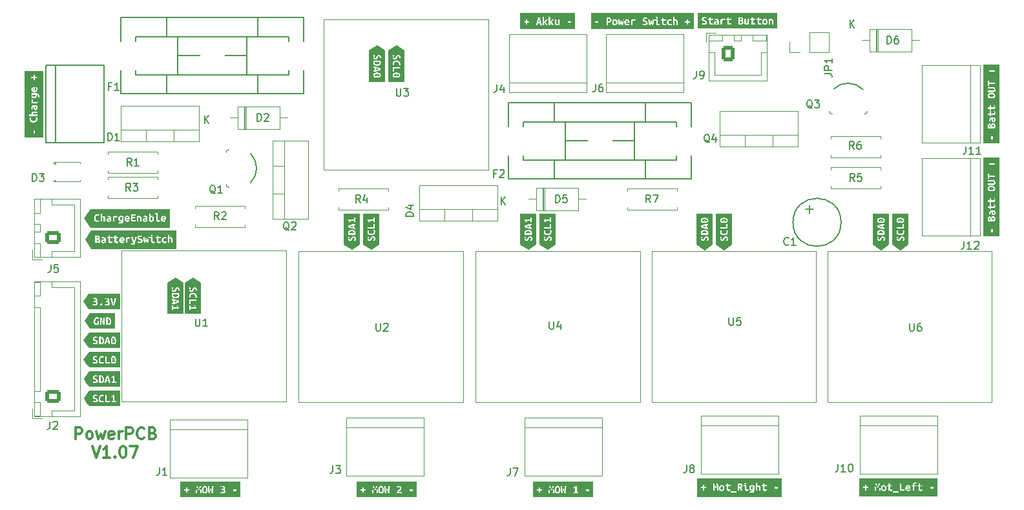
<source format=gto>
G04 #@! TF.GenerationSoftware,KiCad,Pcbnew,(6.0.5)*
G04 #@! TF.CreationDate,2022-09-15T17:34:15+02:00*
G04 #@! TF.ProjectId,charge_pcb,63686172-6765-45f7-9063-622e6b696361,rev?*
G04 #@! TF.SameCoordinates,Original*
G04 #@! TF.FileFunction,Legend,Top*
G04 #@! TF.FilePolarity,Positive*
%FSLAX46Y46*%
G04 Gerber Fmt 4.6, Leading zero omitted, Abs format (unit mm)*
G04 Created by KiCad (PCBNEW (6.0.5)) date 2022-09-15 17:34:15*
%MOMM*%
%LPD*%
G01*
G04 APERTURE LIST*
G04 Aperture macros list*
%AMRoundRect*
0 Rectangle with rounded corners*
0 $1 Rounding radius*
0 $2 $3 $4 $5 $6 $7 $8 $9 X,Y pos of 4 corners*
0 Add a 4 corners polygon primitive as box body*
4,1,4,$2,$3,$4,$5,$6,$7,$8,$9,$2,$3,0*
0 Add four circle primitives for the rounded corners*
1,1,$1+$1,$2,$3*
1,1,$1+$1,$4,$5*
1,1,$1+$1,$6,$7*
1,1,$1+$1,$8,$9*
0 Add four rect primitives between the rounded corners*
20,1,$1+$1,$2,$3,$4,$5,0*
20,1,$1+$1,$4,$5,$6,$7,0*
20,1,$1+$1,$6,$7,$8,$9,0*
20,1,$1+$1,$8,$9,$2,$3,0*%
G04 Aperture macros list end*
%ADD10C,0.300000*%
%ADD11C,0.150000*%
%ADD12C,0.120000*%
%ADD13C,0.100000*%
%ADD14R,2.540000X2.540000*%
%ADD15C,2.540000*%
%ADD16C,1.501140*%
%ADD17O,4.000500X2.499360*%
%ADD18C,3.200000*%
%ADD19R,2.000000X2.000000*%
%ADD20O,2.000000X2.000000*%
%ADD21R,3.000000X3.000000*%
%ADD22C,3.000000*%
%ADD23R,1.500000X1.500000*%
%ADD24C,1.500000*%
%ADD25C,1.600000*%
%ADD26O,1.600000X1.600000*%
%ADD27C,5.600000*%
%ADD28C,3.600000*%
%ADD29R,1.905000X2.000000*%
%ADD30O,1.905000X2.000000*%
%ADD31R,2.000000X1.905000*%
%ADD32O,2.000000X1.905000*%
%ADD33RoundRect,0.250000X0.725000X-0.600000X0.725000X0.600000X-0.725000X0.600000X-0.725000X-0.600000X0*%
%ADD34O,1.950000X1.700000*%
%ADD35RoundRect,0.250000X0.750000X-0.600000X0.750000X0.600000X-0.750000X0.600000X-0.750000X-0.600000X0*%
%ADD36O,2.000000X1.700000*%
%ADD37RoundRect,0.250000X-0.600000X-0.750000X0.600000X-0.750000X0.600000X0.750000X-0.600000X0.750000X0*%
%ADD38O,1.700000X2.000000*%
%ADD39R,1.800000X2.000000*%
%ADD40O,1.800000X2.000000*%
%ADD41O,3.000000X3.000000*%
%ADD42R,2.200000X2.200000*%
%ADD43O,2.200000X2.200000*%
%ADD44R,1.700000X1.700000*%
%ADD45O,1.700000X1.700000*%
%ADD46R,1.800000X1.800000*%
%ADD47C,1.800000*%
G04 APERTURE END LIST*
D10*
X91559714Y-117327071D02*
X91559714Y-115827071D01*
X92131142Y-115827071D01*
X92274000Y-115898500D01*
X92345428Y-115969928D01*
X92416857Y-116112785D01*
X92416857Y-116327071D01*
X92345428Y-116469928D01*
X92274000Y-116541357D01*
X92131142Y-116612785D01*
X91559714Y-116612785D01*
X93274000Y-117327071D02*
X93131142Y-117255642D01*
X93059714Y-117184214D01*
X92988285Y-117041357D01*
X92988285Y-116612785D01*
X93059714Y-116469928D01*
X93131142Y-116398500D01*
X93274000Y-116327071D01*
X93488285Y-116327071D01*
X93631142Y-116398500D01*
X93702571Y-116469928D01*
X93774000Y-116612785D01*
X93774000Y-117041357D01*
X93702571Y-117184214D01*
X93631142Y-117255642D01*
X93488285Y-117327071D01*
X93274000Y-117327071D01*
X94274000Y-116327071D02*
X94559714Y-117327071D01*
X94845428Y-116612785D01*
X95131142Y-117327071D01*
X95416857Y-116327071D01*
X96559714Y-117255642D02*
X96416857Y-117327071D01*
X96131142Y-117327071D01*
X95988285Y-117255642D01*
X95916857Y-117112785D01*
X95916857Y-116541357D01*
X95988285Y-116398500D01*
X96131142Y-116327071D01*
X96416857Y-116327071D01*
X96559714Y-116398500D01*
X96631142Y-116541357D01*
X96631142Y-116684214D01*
X95916857Y-116827071D01*
X97274000Y-117327071D02*
X97274000Y-116327071D01*
X97274000Y-116612785D02*
X97345428Y-116469928D01*
X97416857Y-116398500D01*
X97559714Y-116327071D01*
X97702571Y-116327071D01*
X98202571Y-117327071D02*
X98202571Y-115827071D01*
X98774000Y-115827071D01*
X98916857Y-115898500D01*
X98988285Y-115969928D01*
X99059714Y-116112785D01*
X99059714Y-116327071D01*
X98988285Y-116469928D01*
X98916857Y-116541357D01*
X98774000Y-116612785D01*
X98202571Y-116612785D01*
X100559714Y-117184214D02*
X100488285Y-117255642D01*
X100274000Y-117327071D01*
X100131142Y-117327071D01*
X99916857Y-117255642D01*
X99774000Y-117112785D01*
X99702571Y-116969928D01*
X99631142Y-116684214D01*
X99631142Y-116469928D01*
X99702571Y-116184214D01*
X99774000Y-116041357D01*
X99916857Y-115898500D01*
X100131142Y-115827071D01*
X100274000Y-115827071D01*
X100488285Y-115898500D01*
X100559714Y-115969928D01*
X101702571Y-116541357D02*
X101916857Y-116612785D01*
X101988285Y-116684214D01*
X102059714Y-116827071D01*
X102059714Y-117041357D01*
X101988285Y-117184214D01*
X101916857Y-117255642D01*
X101774000Y-117327071D01*
X101202571Y-117327071D01*
X101202571Y-115827071D01*
X101702571Y-115827071D01*
X101845428Y-115898500D01*
X101916857Y-115969928D01*
X101988285Y-116112785D01*
X101988285Y-116255642D01*
X101916857Y-116398500D01*
X101845428Y-116469928D01*
X101702571Y-116541357D01*
X101202571Y-116541357D01*
X93774000Y-118242071D02*
X94274000Y-119742071D01*
X94774000Y-118242071D01*
X96059714Y-119742071D02*
X95202571Y-119742071D01*
X95631142Y-119742071D02*
X95631142Y-118242071D01*
X95488285Y-118456357D01*
X95345428Y-118599214D01*
X95202571Y-118670642D01*
X96702571Y-119599214D02*
X96774000Y-119670642D01*
X96702571Y-119742071D01*
X96631142Y-119670642D01*
X96702571Y-119599214D01*
X96702571Y-119742071D01*
X97702571Y-118242071D02*
X97845428Y-118242071D01*
X97988285Y-118313500D01*
X98059714Y-118384928D01*
X98131142Y-118527785D01*
X98202571Y-118813500D01*
X98202571Y-119170642D01*
X98131142Y-119456357D01*
X98059714Y-119599214D01*
X97988285Y-119670642D01*
X97845428Y-119742071D01*
X97702571Y-119742071D01*
X97559714Y-119670642D01*
X97488285Y-119599214D01*
X97416857Y-119456357D01*
X97345428Y-119170642D01*
X97345428Y-118813500D01*
X97416857Y-118527785D01*
X97488285Y-118384928D01*
X97559714Y-118313500D01*
X97702571Y-118242071D01*
X98702571Y-118242071D02*
X99702571Y-118242071D01*
X99059714Y-119742071D01*
D11*
X184999333Y-91797142D02*
X184951714Y-91844761D01*
X184808857Y-91892380D01*
X184713619Y-91892380D01*
X184570761Y-91844761D01*
X184475523Y-91749523D01*
X184427904Y-91654285D01*
X184380285Y-91463809D01*
X184380285Y-91320952D01*
X184427904Y-91130476D01*
X184475523Y-91035238D01*
X184570761Y-90940000D01*
X184713619Y-90892380D01*
X184808857Y-90892380D01*
X184951714Y-90940000D01*
X184999333Y-90987619D01*
X185951714Y-91892380D02*
X185380285Y-91892380D01*
X185666000Y-91892380D02*
X185666000Y-90892380D01*
X185570761Y-91035238D01*
X185475523Y-91130476D01*
X185380285Y-91178095D01*
X95781904Y-78176380D02*
X95781904Y-77176380D01*
X96020000Y-77176380D01*
X96162857Y-77224000D01*
X96258095Y-77319238D01*
X96305714Y-77414476D01*
X96353333Y-77604952D01*
X96353333Y-77747809D01*
X96305714Y-77938285D01*
X96258095Y-78033523D01*
X96162857Y-78128761D01*
X96020000Y-78176380D01*
X95781904Y-78176380D01*
X97305714Y-78176380D02*
X96734285Y-78176380D01*
X97020000Y-78176380D02*
X97020000Y-77176380D01*
X96924761Y-77319238D01*
X96829523Y-77414476D01*
X96734285Y-77462095D01*
X96186666Y-71048571D02*
X95853333Y-71048571D01*
X95853333Y-71572380D02*
X95853333Y-70572380D01*
X96329523Y-70572380D01*
X97234285Y-71572380D02*
X96662857Y-71572380D01*
X96948571Y-71572380D02*
X96948571Y-70572380D01*
X96853333Y-70715238D01*
X96758095Y-70810476D01*
X96662857Y-70858095D01*
X146670666Y-82478571D02*
X146337333Y-82478571D01*
X146337333Y-83002380D02*
X146337333Y-82002380D01*
X146813523Y-82002380D01*
X147146857Y-82097619D02*
X147194476Y-82050000D01*
X147289714Y-82002380D01*
X147527809Y-82002380D01*
X147623047Y-82050000D01*
X147670666Y-82097619D01*
X147718285Y-82192857D01*
X147718285Y-82288095D01*
X147670666Y-82430952D01*
X147099238Y-83002380D01*
X147718285Y-83002380D01*
X102536666Y-121070380D02*
X102536666Y-121784666D01*
X102489047Y-121927523D01*
X102393809Y-122022761D01*
X102250952Y-122070380D01*
X102155714Y-122070380D01*
X103536666Y-122070380D02*
X102965238Y-122070380D01*
X103250952Y-122070380D02*
X103250952Y-121070380D01*
X103155714Y-121213238D01*
X103060476Y-121308476D01*
X102965238Y-121356095D01*
X109886761Y-85129619D02*
X109791523Y-85082000D01*
X109696285Y-84986761D01*
X109553428Y-84843904D01*
X109458190Y-84796285D01*
X109362952Y-84796285D01*
X109410571Y-85034380D02*
X109315333Y-84986761D01*
X109220095Y-84891523D01*
X109172476Y-84701047D01*
X109172476Y-84367714D01*
X109220095Y-84177238D01*
X109315333Y-84082000D01*
X109410571Y-84034380D01*
X109601047Y-84034380D01*
X109696285Y-84082000D01*
X109791523Y-84177238D01*
X109839142Y-84367714D01*
X109839142Y-84701047D01*
X109791523Y-84891523D01*
X109696285Y-84986761D01*
X109601047Y-85034380D01*
X109410571Y-85034380D01*
X110791523Y-85034380D02*
X110220095Y-85034380D01*
X110505809Y-85034380D02*
X110505809Y-84034380D01*
X110410571Y-84177238D01*
X110315333Y-84272476D01*
X110220095Y-84320095D01*
X188118761Y-73953619D02*
X188023523Y-73906000D01*
X187928285Y-73810761D01*
X187785428Y-73667904D01*
X187690190Y-73620285D01*
X187594952Y-73620285D01*
X187642571Y-73858380D02*
X187547333Y-73810761D01*
X187452095Y-73715523D01*
X187404476Y-73525047D01*
X187404476Y-73191714D01*
X187452095Y-73001238D01*
X187547333Y-72906000D01*
X187642571Y-72858380D01*
X187833047Y-72858380D01*
X187928285Y-72906000D01*
X188023523Y-73001238D01*
X188071142Y-73191714D01*
X188071142Y-73525047D01*
X188023523Y-73715523D01*
X187928285Y-73810761D01*
X187833047Y-73858380D01*
X187642571Y-73858380D01*
X188404476Y-72858380D02*
X189023523Y-72858380D01*
X188690190Y-73239333D01*
X188833047Y-73239333D01*
X188928285Y-73286952D01*
X188975904Y-73334571D01*
X189023523Y-73429809D01*
X189023523Y-73667904D01*
X188975904Y-73763142D01*
X188928285Y-73810761D01*
X188833047Y-73858380D01*
X188547333Y-73858380D01*
X188452095Y-73810761D01*
X188404476Y-73763142D01*
X98766333Y-84780380D02*
X98433000Y-84304190D01*
X98194904Y-84780380D02*
X98194904Y-83780380D01*
X98575857Y-83780380D01*
X98671095Y-83828000D01*
X98718714Y-83875619D01*
X98766333Y-83970857D01*
X98766333Y-84113714D01*
X98718714Y-84208952D01*
X98671095Y-84256571D01*
X98575857Y-84304190D01*
X98194904Y-84304190D01*
X99099666Y-83780380D02*
X99718714Y-83780380D01*
X99385380Y-84161333D01*
X99528238Y-84161333D01*
X99623476Y-84208952D01*
X99671095Y-84256571D01*
X99718714Y-84351809D01*
X99718714Y-84589904D01*
X99671095Y-84685142D01*
X99623476Y-84732761D01*
X99528238Y-84780380D01*
X99242523Y-84780380D01*
X99147285Y-84732761D01*
X99099666Y-84685142D01*
X128865333Y-86304380D02*
X128532000Y-85828190D01*
X128293904Y-86304380D02*
X128293904Y-85304380D01*
X128674857Y-85304380D01*
X128770095Y-85352000D01*
X128817714Y-85399619D01*
X128865333Y-85494857D01*
X128865333Y-85637714D01*
X128817714Y-85732952D01*
X128770095Y-85780571D01*
X128674857Y-85828190D01*
X128293904Y-85828190D01*
X129722476Y-85637714D02*
X129722476Y-86304380D01*
X129484380Y-85256761D02*
X129246285Y-85971047D01*
X129865333Y-85971047D01*
X193635333Y-83510380D02*
X193302000Y-83034190D01*
X193063904Y-83510380D02*
X193063904Y-82510380D01*
X193444857Y-82510380D01*
X193540095Y-82558000D01*
X193587714Y-82605619D01*
X193635333Y-82700857D01*
X193635333Y-82843714D01*
X193587714Y-82938952D01*
X193540095Y-82986571D01*
X193444857Y-83034190D01*
X193063904Y-83034190D01*
X194540095Y-82510380D02*
X194063904Y-82510380D01*
X194016285Y-82986571D01*
X194063904Y-82938952D01*
X194159142Y-82891333D01*
X194397238Y-82891333D01*
X194492476Y-82938952D01*
X194540095Y-82986571D01*
X194587714Y-83081809D01*
X194587714Y-83319904D01*
X194540095Y-83415142D01*
X194492476Y-83462761D01*
X194397238Y-83510380D01*
X194159142Y-83510380D01*
X194063904Y-83462761D01*
X194016285Y-83415142D01*
X193575333Y-79286380D02*
X193242000Y-78810190D01*
X193003904Y-79286380D02*
X193003904Y-78286380D01*
X193384857Y-78286380D01*
X193480095Y-78334000D01*
X193527714Y-78381619D01*
X193575333Y-78476857D01*
X193575333Y-78619714D01*
X193527714Y-78714952D01*
X193480095Y-78762571D01*
X193384857Y-78810190D01*
X193003904Y-78810190D01*
X194432476Y-78286380D02*
X194242000Y-78286380D01*
X194146761Y-78334000D01*
X194099142Y-78381619D01*
X194003904Y-78524476D01*
X193956285Y-78714952D01*
X193956285Y-79095904D01*
X194003904Y-79191142D01*
X194051523Y-79238761D01*
X194146761Y-79286380D01*
X194337238Y-79286380D01*
X194432476Y-79238761D01*
X194480095Y-79191142D01*
X194527714Y-79095904D01*
X194527714Y-78857809D01*
X194480095Y-78762571D01*
X194432476Y-78714952D01*
X194337238Y-78667333D01*
X194146761Y-78667333D01*
X194051523Y-78714952D01*
X194003904Y-78762571D01*
X193956285Y-78857809D01*
X171624666Y-120732380D02*
X171624666Y-121446666D01*
X171577047Y-121589523D01*
X171481809Y-121684761D01*
X171338952Y-121732380D01*
X171243714Y-121732380D01*
X172243714Y-121160952D02*
X172148476Y-121113333D01*
X172100857Y-121065714D01*
X172053238Y-120970476D01*
X172053238Y-120922857D01*
X172100857Y-120827619D01*
X172148476Y-120780000D01*
X172243714Y-120732380D01*
X172434190Y-120732380D01*
X172529428Y-120780000D01*
X172577047Y-120827619D01*
X172624666Y-120922857D01*
X172624666Y-120970476D01*
X172577047Y-121065714D01*
X172529428Y-121113333D01*
X172434190Y-121160952D01*
X172243714Y-121160952D01*
X172148476Y-121208571D01*
X172100857Y-121256190D01*
X172053238Y-121351428D01*
X172053238Y-121541904D01*
X172100857Y-121637142D01*
X172148476Y-121684761D01*
X172243714Y-121732380D01*
X172434190Y-121732380D01*
X172529428Y-121684761D01*
X172577047Y-121637142D01*
X172624666Y-121541904D01*
X172624666Y-121351428D01*
X172577047Y-121256190D01*
X172529428Y-121208571D01*
X172434190Y-121160952D01*
X174656761Y-78454619D02*
X174561523Y-78407000D01*
X174466285Y-78311761D01*
X174323428Y-78168904D01*
X174228190Y-78121285D01*
X174132952Y-78121285D01*
X174180571Y-78359380D02*
X174085333Y-78311761D01*
X173990095Y-78216523D01*
X173942476Y-78026047D01*
X173942476Y-77692714D01*
X173990095Y-77502238D01*
X174085333Y-77407000D01*
X174180571Y-77359380D01*
X174371047Y-77359380D01*
X174466285Y-77407000D01*
X174561523Y-77502238D01*
X174609142Y-77692714D01*
X174609142Y-78026047D01*
X174561523Y-78216523D01*
X174466285Y-78311761D01*
X174371047Y-78359380D01*
X174180571Y-78359380D01*
X175466285Y-77692714D02*
X175466285Y-78359380D01*
X175228190Y-77311761D02*
X174990095Y-78026047D01*
X175609142Y-78026047D01*
X119538761Y-89955619D02*
X119443523Y-89908000D01*
X119348285Y-89812761D01*
X119205428Y-89669904D01*
X119110190Y-89622285D01*
X119014952Y-89622285D01*
X119062571Y-89860380D02*
X118967333Y-89812761D01*
X118872095Y-89717523D01*
X118824476Y-89527047D01*
X118824476Y-89193714D01*
X118872095Y-89003238D01*
X118967333Y-88908000D01*
X119062571Y-88860380D01*
X119253047Y-88860380D01*
X119348285Y-88908000D01*
X119443523Y-89003238D01*
X119491142Y-89193714D01*
X119491142Y-89527047D01*
X119443523Y-89717523D01*
X119348285Y-89812761D01*
X119253047Y-89860380D01*
X119062571Y-89860380D01*
X119872095Y-88955619D02*
X119919714Y-88908000D01*
X120014952Y-88860380D01*
X120253047Y-88860380D01*
X120348285Y-88908000D01*
X120395904Y-88955619D01*
X120443523Y-89050857D01*
X120443523Y-89146095D01*
X120395904Y-89288952D01*
X119824476Y-89860380D01*
X120443523Y-89860380D01*
X88203666Y-115022380D02*
X88203666Y-115736666D01*
X88156047Y-115879523D01*
X88060809Y-115974761D01*
X87917952Y-116022380D01*
X87822714Y-116022380D01*
X88632238Y-115117619D02*
X88679857Y-115070000D01*
X88775095Y-115022380D01*
X89013190Y-115022380D01*
X89108428Y-115070000D01*
X89156047Y-115117619D01*
X89203666Y-115212857D01*
X89203666Y-115308095D01*
X89156047Y-115450952D01*
X88584619Y-116022380D01*
X89203666Y-116022380D01*
X125256666Y-120816380D02*
X125256666Y-121530666D01*
X125209047Y-121673523D01*
X125113809Y-121768761D01*
X124970952Y-121816380D01*
X124875714Y-121816380D01*
X125637619Y-120816380D02*
X126256666Y-120816380D01*
X125923333Y-121197333D01*
X126066190Y-121197333D01*
X126161428Y-121244952D01*
X126209047Y-121292571D01*
X126256666Y-121387809D01*
X126256666Y-121625904D01*
X126209047Y-121721142D01*
X126161428Y-121768761D01*
X126066190Y-121816380D01*
X125780476Y-121816380D01*
X125685238Y-121768761D01*
X125637619Y-121721142D01*
X146746666Y-70842380D02*
X146746666Y-71556666D01*
X146699047Y-71699523D01*
X146603809Y-71794761D01*
X146460952Y-71842380D01*
X146365714Y-71842380D01*
X147651428Y-71175714D02*
X147651428Y-71842380D01*
X147413333Y-70794761D02*
X147175238Y-71509047D01*
X147794285Y-71509047D01*
X88312666Y-94448380D02*
X88312666Y-95162666D01*
X88265047Y-95305523D01*
X88169809Y-95400761D01*
X88026952Y-95448380D01*
X87931714Y-95448380D01*
X89265047Y-94448380D02*
X88788857Y-94448380D01*
X88741238Y-94924571D01*
X88788857Y-94876952D01*
X88884095Y-94829333D01*
X89122190Y-94829333D01*
X89217428Y-94876952D01*
X89265047Y-94924571D01*
X89312666Y-95019809D01*
X89312666Y-95257904D01*
X89265047Y-95353142D01*
X89217428Y-95400761D01*
X89122190Y-95448380D01*
X88884095Y-95448380D01*
X88788857Y-95400761D01*
X88741238Y-95353142D01*
X159686666Y-70782380D02*
X159686666Y-71496666D01*
X159639047Y-71639523D01*
X159543809Y-71734761D01*
X159400952Y-71782380D01*
X159305714Y-71782380D01*
X160591428Y-70782380D02*
X160400952Y-70782380D01*
X160305714Y-70830000D01*
X160258095Y-70877619D01*
X160162857Y-71020476D01*
X160115238Y-71210952D01*
X160115238Y-71591904D01*
X160162857Y-71687142D01*
X160210476Y-71734761D01*
X160305714Y-71782380D01*
X160496190Y-71782380D01*
X160591428Y-71734761D01*
X160639047Y-71687142D01*
X160686666Y-71591904D01*
X160686666Y-71353809D01*
X160639047Y-71258571D01*
X160591428Y-71210952D01*
X160496190Y-71163333D01*
X160305714Y-71163333D01*
X160210476Y-71210952D01*
X160162857Y-71258571D01*
X160115238Y-71353809D01*
X148510666Y-121118380D02*
X148510666Y-121832666D01*
X148463047Y-121975523D01*
X148367809Y-122070761D01*
X148224952Y-122118380D01*
X148129714Y-122118380D01*
X148891619Y-121118380D02*
X149558285Y-121118380D01*
X149129714Y-122118380D01*
X172910666Y-69056380D02*
X172910666Y-69770666D01*
X172863047Y-69913523D01*
X172767809Y-70008761D01*
X172624952Y-70056380D01*
X172529714Y-70056380D01*
X173434476Y-70056380D02*
X173624952Y-70056380D01*
X173720190Y-70008761D01*
X173767809Y-69961142D01*
X173863047Y-69818285D01*
X173910666Y-69627809D01*
X173910666Y-69246857D01*
X173863047Y-69151619D01*
X173815428Y-69104000D01*
X173720190Y-69056380D01*
X173529714Y-69056380D01*
X173434476Y-69104000D01*
X173386857Y-69151619D01*
X173339238Y-69246857D01*
X173339238Y-69484952D01*
X173386857Y-69580190D01*
X173434476Y-69627809D01*
X173529714Y-69675428D01*
X173720190Y-69675428D01*
X173815428Y-69627809D01*
X173863047Y-69580190D01*
X173910666Y-69484952D01*
X191468476Y-120610380D02*
X191468476Y-121324666D01*
X191420857Y-121467523D01*
X191325619Y-121562761D01*
X191182761Y-121610380D01*
X191087523Y-121610380D01*
X192468476Y-121610380D02*
X191897047Y-121610380D01*
X192182761Y-121610380D02*
X192182761Y-120610380D01*
X192087523Y-120753238D01*
X191992285Y-120848476D01*
X191897047Y-120896095D01*
X193087523Y-120610380D02*
X193182761Y-120610380D01*
X193278000Y-120658000D01*
X193325619Y-120705619D01*
X193373238Y-120800857D01*
X193420857Y-120991333D01*
X193420857Y-121229428D01*
X193373238Y-121419904D01*
X193325619Y-121515142D01*
X193278000Y-121562761D01*
X193182761Y-121610380D01*
X193087523Y-121610380D01*
X192992285Y-121562761D01*
X192944666Y-121515142D01*
X192897047Y-121419904D01*
X192849428Y-121229428D01*
X192849428Y-120991333D01*
X192897047Y-120800857D01*
X192944666Y-120705619D01*
X192992285Y-120658000D01*
X193087523Y-120610380D01*
X208232476Y-78954380D02*
X208232476Y-79668666D01*
X208184857Y-79811523D01*
X208089619Y-79906761D01*
X207946761Y-79954380D01*
X207851523Y-79954380D01*
X209232476Y-79954380D02*
X208661047Y-79954380D01*
X208946761Y-79954380D02*
X208946761Y-78954380D01*
X208851523Y-79097238D01*
X208756285Y-79192476D01*
X208661047Y-79240095D01*
X210184857Y-79954380D02*
X209613428Y-79954380D01*
X209899142Y-79954380D02*
X209899142Y-78954380D01*
X209803904Y-79097238D01*
X209708666Y-79192476D01*
X209613428Y-79240095D01*
X207978476Y-91400380D02*
X207978476Y-92114666D01*
X207930857Y-92257523D01*
X207835619Y-92352761D01*
X207692761Y-92400380D01*
X207597523Y-92400380D01*
X208978476Y-92400380D02*
X208407047Y-92400380D01*
X208692761Y-92400380D02*
X208692761Y-91400380D01*
X208597523Y-91543238D01*
X208502285Y-91638476D01*
X208407047Y-91686095D01*
X209359428Y-91495619D02*
X209407047Y-91448000D01*
X209502285Y-91400380D01*
X209740380Y-91400380D01*
X209835619Y-91448000D01*
X209883238Y-91495619D01*
X209930857Y-91590857D01*
X209930857Y-91686095D01*
X209883238Y-91828952D01*
X209311809Y-92400380D01*
X209930857Y-92400380D01*
X130925095Y-102153380D02*
X130925095Y-102962904D01*
X130972714Y-103058142D01*
X131020333Y-103105761D01*
X131115571Y-103153380D01*
X131306047Y-103153380D01*
X131401285Y-103105761D01*
X131448904Y-103058142D01*
X131496523Y-102962904D01*
X131496523Y-102153380D01*
X131925095Y-102248619D02*
X131972714Y-102201000D01*
X132067952Y-102153380D01*
X132306047Y-102153380D01*
X132401285Y-102201000D01*
X132448904Y-102248619D01*
X132496523Y-102343857D01*
X132496523Y-102439095D01*
X132448904Y-102581952D01*
X131877476Y-103153380D01*
X132496523Y-103153380D01*
X133604095Y-71334380D02*
X133604095Y-72143904D01*
X133651714Y-72239142D01*
X133699333Y-72286761D01*
X133794571Y-72334380D01*
X133985047Y-72334380D01*
X134080285Y-72286761D01*
X134127904Y-72239142D01*
X134175523Y-72143904D01*
X134175523Y-71334380D01*
X134556476Y-71334380D02*
X135175523Y-71334380D01*
X134842190Y-71715333D01*
X134985047Y-71715333D01*
X135080285Y-71762952D01*
X135127904Y-71810571D01*
X135175523Y-71905809D01*
X135175523Y-72143904D01*
X135127904Y-72239142D01*
X135080285Y-72286761D01*
X134985047Y-72334380D01*
X134699333Y-72334380D01*
X134604095Y-72286761D01*
X134556476Y-72239142D01*
X153647095Y-101899380D02*
X153647095Y-102708904D01*
X153694714Y-102804142D01*
X153742333Y-102851761D01*
X153837571Y-102899380D01*
X154028047Y-102899380D01*
X154123285Y-102851761D01*
X154170904Y-102804142D01*
X154218523Y-102708904D01*
X154218523Y-101899380D01*
X155123285Y-102232714D02*
X155123285Y-102899380D01*
X154885190Y-101851761D02*
X154647095Y-102566047D01*
X155266142Y-102566047D01*
X177195095Y-101391380D02*
X177195095Y-102200904D01*
X177242714Y-102296142D01*
X177290333Y-102343761D01*
X177385571Y-102391380D01*
X177576047Y-102391380D01*
X177671285Y-102343761D01*
X177718904Y-102296142D01*
X177766523Y-102200904D01*
X177766523Y-101391380D01*
X178718904Y-101391380D02*
X178242714Y-101391380D01*
X178195095Y-101867571D01*
X178242714Y-101819952D01*
X178337952Y-101772333D01*
X178576047Y-101772333D01*
X178671285Y-101819952D01*
X178718904Y-101867571D01*
X178766523Y-101962809D01*
X178766523Y-102200904D01*
X178718904Y-102296142D01*
X178671285Y-102343761D01*
X178576047Y-102391380D01*
X178337952Y-102391380D01*
X178242714Y-102343761D01*
X178195095Y-102296142D01*
X200860095Y-102153380D02*
X200860095Y-102962904D01*
X200907714Y-103058142D01*
X200955333Y-103105761D01*
X201050571Y-103153380D01*
X201241047Y-103153380D01*
X201336285Y-103105761D01*
X201383904Y-103058142D01*
X201431523Y-102962904D01*
X201431523Y-102153380D01*
X202336285Y-102153380D02*
X202145809Y-102153380D01*
X202050571Y-102201000D01*
X202002952Y-102248619D01*
X201907714Y-102391476D01*
X201860095Y-102581952D01*
X201860095Y-102962904D01*
X201907714Y-103058142D01*
X201955333Y-103105761D01*
X202050571Y-103153380D01*
X202241047Y-103153380D01*
X202336285Y-103105761D01*
X202383904Y-103058142D01*
X202431523Y-102962904D01*
X202431523Y-102724809D01*
X202383904Y-102629571D01*
X202336285Y-102581952D01*
X202241047Y-102534333D01*
X202050571Y-102534333D01*
X201955333Y-102581952D01*
X201907714Y-102629571D01*
X201860095Y-102724809D01*
X166895333Y-86274380D02*
X166562000Y-85798190D01*
X166323904Y-86274380D02*
X166323904Y-85274380D01*
X166704857Y-85274380D01*
X166800095Y-85322000D01*
X166847714Y-85369619D01*
X166895333Y-85464857D01*
X166895333Y-85607714D01*
X166847714Y-85702952D01*
X166800095Y-85750571D01*
X166704857Y-85798190D01*
X166323904Y-85798190D01*
X167228666Y-85274380D02*
X167895333Y-85274380D01*
X167466761Y-86274380D01*
X98893333Y-81478380D02*
X98560000Y-81002190D01*
X98321904Y-81478380D02*
X98321904Y-80478380D01*
X98702857Y-80478380D01*
X98798095Y-80526000D01*
X98845714Y-80573619D01*
X98893333Y-80668857D01*
X98893333Y-80811714D01*
X98845714Y-80906952D01*
X98798095Y-80954571D01*
X98702857Y-81002190D01*
X98321904Y-81002190D01*
X99845714Y-81478380D02*
X99274285Y-81478380D01*
X99560000Y-81478380D02*
X99560000Y-80478380D01*
X99464761Y-80621238D01*
X99369523Y-80716476D01*
X99274285Y-80764095D01*
X197889904Y-65476380D02*
X197889904Y-64476380D01*
X198128000Y-64476380D01*
X198270857Y-64524000D01*
X198366095Y-64619238D01*
X198413714Y-64714476D01*
X198461333Y-64904952D01*
X198461333Y-65047809D01*
X198413714Y-65238285D01*
X198366095Y-65333523D01*
X198270857Y-65428761D01*
X198128000Y-65476380D01*
X197889904Y-65476380D01*
X199318476Y-64476380D02*
X199128000Y-64476380D01*
X199032761Y-64524000D01*
X198985142Y-64571619D01*
X198889904Y-64714476D01*
X198842285Y-64904952D01*
X198842285Y-65285904D01*
X198889904Y-65381142D01*
X198937523Y-65428761D01*
X199032761Y-65476380D01*
X199223238Y-65476380D01*
X199318476Y-65428761D01*
X199366095Y-65381142D01*
X199413714Y-65285904D01*
X199413714Y-65047809D01*
X199366095Y-64952571D01*
X199318476Y-64904952D01*
X199223238Y-64857333D01*
X199032761Y-64857333D01*
X198937523Y-64904952D01*
X198889904Y-64952571D01*
X198842285Y-65047809D01*
X193032095Y-63376380D02*
X193032095Y-62376380D01*
X193603523Y-63376380D02*
X193174952Y-62804952D01*
X193603523Y-62376380D02*
X193032095Y-62947809D01*
X189703380Y-69413333D02*
X190417666Y-69413333D01*
X190560523Y-69460952D01*
X190655761Y-69556190D01*
X190703380Y-69699047D01*
X190703380Y-69794285D01*
X190703380Y-68937142D02*
X189703380Y-68937142D01*
X189703380Y-68556190D01*
X189751000Y-68460952D01*
X189798619Y-68413333D01*
X189893857Y-68365714D01*
X190036714Y-68365714D01*
X190131952Y-68413333D01*
X190179571Y-68460952D01*
X190227190Y-68556190D01*
X190227190Y-68937142D01*
X190703380Y-67413333D02*
X190703380Y-67984761D01*
X190703380Y-67699047D02*
X189703380Y-67699047D01*
X189846238Y-67794285D01*
X189941476Y-67889523D01*
X189989095Y-67984761D01*
X135834380Y-88114095D02*
X134834380Y-88114095D01*
X134834380Y-87876000D01*
X134882000Y-87733142D01*
X134977238Y-87637904D01*
X135072476Y-87590285D01*
X135262952Y-87542666D01*
X135405809Y-87542666D01*
X135596285Y-87590285D01*
X135691523Y-87637904D01*
X135786761Y-87733142D01*
X135834380Y-87876000D01*
X135834380Y-88114095D01*
X135167714Y-86685523D02*
X135834380Y-86685523D01*
X134786761Y-86923619D02*
X135501047Y-87161714D01*
X135501047Y-86542666D01*
X107278095Y-101542380D02*
X107278095Y-102351904D01*
X107325714Y-102447142D01*
X107373333Y-102494761D01*
X107468571Y-102542380D01*
X107659047Y-102542380D01*
X107754285Y-102494761D01*
X107801904Y-102447142D01*
X107849523Y-102351904D01*
X107849523Y-101542380D01*
X108849523Y-102542380D02*
X108278095Y-102542380D01*
X108563809Y-102542380D02*
X108563809Y-101542380D01*
X108468571Y-101685238D01*
X108373333Y-101780476D01*
X108278095Y-101828095D01*
X115339904Y-75636380D02*
X115339904Y-74636380D01*
X115578000Y-74636380D01*
X115720857Y-74684000D01*
X115816095Y-74779238D01*
X115863714Y-74874476D01*
X115911333Y-75064952D01*
X115911333Y-75207809D01*
X115863714Y-75398285D01*
X115816095Y-75493523D01*
X115720857Y-75588761D01*
X115578000Y-75636380D01*
X115339904Y-75636380D01*
X116292285Y-74731619D02*
X116339904Y-74684000D01*
X116435142Y-74636380D01*
X116673238Y-74636380D01*
X116768476Y-74684000D01*
X116816095Y-74731619D01*
X116863714Y-74826857D01*
X116863714Y-74922095D01*
X116816095Y-75064952D01*
X116244666Y-75636380D01*
X116863714Y-75636380D01*
X108450095Y-75890380D02*
X108450095Y-74890380D01*
X109021523Y-75890380D02*
X108592952Y-75318952D01*
X109021523Y-74890380D02*
X108450095Y-75461809D01*
X110333333Y-88540380D02*
X110000000Y-88064190D01*
X109761904Y-88540380D02*
X109761904Y-87540380D01*
X110142857Y-87540380D01*
X110238095Y-87588000D01*
X110285714Y-87635619D01*
X110333333Y-87730857D01*
X110333333Y-87873714D01*
X110285714Y-87968952D01*
X110238095Y-88016571D01*
X110142857Y-88064190D01*
X109761904Y-88064190D01*
X110714285Y-87635619D02*
X110761904Y-87588000D01*
X110857142Y-87540380D01*
X111095238Y-87540380D01*
X111190476Y-87588000D01*
X111238095Y-87635619D01*
X111285714Y-87730857D01*
X111285714Y-87826095D01*
X111238095Y-87968952D01*
X110666666Y-88540380D01*
X111285714Y-88540380D01*
X154455904Y-86304380D02*
X154455904Y-85304380D01*
X154694000Y-85304380D01*
X154836857Y-85352000D01*
X154932095Y-85447238D01*
X154979714Y-85542476D01*
X155027333Y-85732952D01*
X155027333Y-85875809D01*
X154979714Y-86066285D01*
X154932095Y-86161523D01*
X154836857Y-86256761D01*
X154694000Y-86304380D01*
X154455904Y-86304380D01*
X155932095Y-85304380D02*
X155455904Y-85304380D01*
X155408285Y-85780571D01*
X155455904Y-85732952D01*
X155551142Y-85685333D01*
X155789238Y-85685333D01*
X155884476Y-85732952D01*
X155932095Y-85780571D01*
X155979714Y-85875809D01*
X155979714Y-86113904D01*
X155932095Y-86209142D01*
X155884476Y-86256761D01*
X155789238Y-86304380D01*
X155551142Y-86304380D01*
X155455904Y-86256761D01*
X155408285Y-86209142D01*
X147312095Y-86558380D02*
X147312095Y-85558380D01*
X147883523Y-86558380D02*
X147454952Y-85986952D01*
X147883523Y-85558380D02*
X147312095Y-86129809D01*
X85875904Y-83510380D02*
X85875904Y-82510380D01*
X86114000Y-82510380D01*
X86256857Y-82558000D01*
X86352095Y-82653238D01*
X86399714Y-82748476D01*
X86447333Y-82938952D01*
X86447333Y-83081809D01*
X86399714Y-83272285D01*
X86352095Y-83367523D01*
X86256857Y-83462761D01*
X86114000Y-83510380D01*
X85875904Y-83510380D01*
X86780666Y-82510380D02*
X87399714Y-82510380D01*
X87066380Y-82891333D01*
X87209238Y-82891333D01*
X87304476Y-82938952D01*
X87352095Y-82986571D01*
X87399714Y-83081809D01*
X87399714Y-83319904D01*
X87352095Y-83415142D01*
X87304476Y-83462761D01*
X87209238Y-83510380D01*
X86923523Y-83510380D01*
X86828285Y-83462761D01*
X86780666Y-83415142D01*
X87630000Y-78486000D02*
X95250000Y-78486000D01*
X87630000Y-68326000D02*
X87630000Y-78486000D01*
X95250000Y-68326000D02*
X87630000Y-68326000D01*
X95250000Y-78486000D02*
X95250000Y-68326000D01*
X88900000Y-78486000D02*
X88900000Y-68326000D01*
X187220860Y-87200740D02*
X188221620Y-87200740D01*
X187721240Y-86700360D02*
X187721240Y-87701120D01*
X191871600Y-88900000D02*
G75*
G03*
X191871600Y-88900000I-3149600J0D01*
G01*
D12*
X107736000Y-73630000D02*
X97496000Y-73630000D01*
X104466000Y-78271000D02*
X104466000Y-76761000D01*
X97496000Y-78271000D02*
X97496000Y-73630000D01*
X107736000Y-78271000D02*
X97496000Y-78271000D01*
X100765000Y-78271000D02*
X100765000Y-76761000D01*
X107736000Y-76761000D02*
X97496000Y-76761000D01*
X107736000Y-78271000D02*
X107736000Y-73630000D01*
D11*
X113974880Y-64556640D02*
X113974880Y-69555360D01*
X97475040Y-68955920D02*
X97475040Y-72057260D01*
X104973120Y-64556640D02*
X104973120Y-69555360D01*
X115473480Y-62054740D02*
X115473480Y-64556640D01*
X119473980Y-65156080D02*
X119473980Y-64556640D01*
X99474020Y-68955920D02*
X99474020Y-69555360D01*
X121472960Y-65156080D02*
X121472960Y-62054740D01*
X115473480Y-72057260D02*
X115473480Y-69555360D01*
X103474520Y-72057260D02*
X103474520Y-69555360D01*
X119473980Y-69555360D02*
X119473980Y-68955920D01*
X97475040Y-62054740D02*
X97475040Y-65156080D01*
X99474020Y-64556640D02*
X99474020Y-65156080D01*
X99474020Y-69555360D02*
X119473980Y-69555360D01*
X97475040Y-72057260D02*
X121472960Y-72057260D01*
X121472960Y-72057260D02*
X121472960Y-68955920D01*
X121472960Y-62054740D02*
X97475040Y-62054740D01*
X119473980Y-64556640D02*
X99474020Y-64556640D01*
X104973120Y-67056000D02*
X113974880Y-67056000D01*
X103474520Y-64556640D02*
X103474520Y-62054740D01*
X148275040Y-80131920D02*
X148275040Y-83233260D01*
X154274520Y-83233260D02*
X154274520Y-80731360D01*
X148275040Y-73230740D02*
X148275040Y-76332080D01*
X172272960Y-83233260D02*
X172272960Y-80131920D01*
X164774880Y-78232000D02*
X155773120Y-78232000D01*
X170273980Y-75732640D02*
X150274020Y-75732640D01*
X172272960Y-76332080D02*
X172272960Y-73230740D01*
X164774880Y-80731360D02*
X164774880Y-75732640D01*
X155773120Y-80731360D02*
X155773120Y-75732640D01*
X150274020Y-80731360D02*
X170273980Y-80731360D01*
X150274020Y-80131920D02*
X150274020Y-80731360D01*
X166273480Y-80731360D02*
X166273480Y-83233260D01*
X150274020Y-75732640D02*
X150274020Y-76332080D01*
X170273980Y-76332080D02*
X170273980Y-75732640D01*
X172272960Y-73230740D02*
X148275040Y-73230740D01*
X148275040Y-83233260D02*
X172272960Y-83233260D01*
X154274520Y-73230740D02*
X154274520Y-75732640D01*
X166273480Y-73230740D02*
X166273480Y-75732640D01*
X170273980Y-80731360D02*
X170273980Y-80131920D01*
D12*
X103910000Y-114808000D02*
X103910000Y-122428000D01*
X103910000Y-122428000D02*
X114070000Y-122428000D01*
X114070000Y-114808000D02*
X103910000Y-114808000D01*
X114070000Y-122428000D02*
X114070000Y-114808000D01*
X103910000Y-116078000D02*
X114070000Y-116078000D01*
D13*
X111309000Y-79738000D02*
X111309000Y-79438000D01*
X111309000Y-84138000D02*
X111609000Y-84288000D01*
X111309000Y-84138000D02*
X111309000Y-83838000D01*
X111309000Y-79438000D02*
X111609000Y-79288000D01*
D11*
X114459000Y-83738000D02*
G75*
G03*
X114509000Y-79888000I-1900000J1950000D01*
G01*
D13*
X190736000Y-74619000D02*
X190436000Y-74619000D01*
X195136000Y-74619000D02*
X194836000Y-74619000D01*
X195136000Y-74619000D02*
X195286000Y-74319000D01*
X190436000Y-74619000D02*
X190286000Y-74319000D01*
D11*
X194736000Y-71469000D02*
G75*
G03*
X190886000Y-71419000I-1950000J-1900000D01*
G01*
D12*
X95790000Y-85698000D02*
X95790000Y-85368000D01*
X102330000Y-82958000D02*
X95790000Y-82958000D01*
X102330000Y-85368000D02*
X102330000Y-85698000D01*
X95790000Y-82958000D02*
X95790000Y-83288000D01*
X102330000Y-83288000D02*
X102330000Y-82958000D01*
X102330000Y-85698000D02*
X95790000Y-85698000D01*
X132556000Y-86892000D02*
X132556000Y-87222000D01*
X132556000Y-84482000D02*
X126016000Y-84482000D01*
X126016000Y-84482000D02*
X126016000Y-84812000D01*
X126016000Y-87222000D02*
X126016000Y-86892000D01*
X132556000Y-84812000D02*
X132556000Y-84482000D01*
X132556000Y-87222000D02*
X126016000Y-87222000D01*
X197072000Y-81688000D02*
X197072000Y-82018000D01*
X190532000Y-81688000D02*
X197072000Y-81688000D01*
X190532000Y-84098000D02*
X190532000Y-84428000D01*
X197072000Y-84428000D02*
X197072000Y-84098000D01*
X190532000Y-82018000D02*
X190532000Y-81688000D01*
X190532000Y-84428000D02*
X197072000Y-84428000D01*
X190532000Y-80034000D02*
X190532000Y-80364000D01*
X190532000Y-77954000D02*
X190532000Y-77624000D01*
X190532000Y-80364000D02*
X197072000Y-80364000D01*
X197072000Y-80364000D02*
X197072000Y-80034000D01*
X197072000Y-77624000D02*
X197072000Y-77954000D01*
X190532000Y-77624000D02*
X197072000Y-77624000D01*
X173482000Y-115570000D02*
X183642000Y-115570000D01*
X173482000Y-114300000D02*
X173482000Y-121920000D01*
X183642000Y-121920000D02*
X183642000Y-114300000D01*
X183642000Y-114300000D02*
X173482000Y-114300000D01*
X173482000Y-121920000D02*
X183642000Y-121920000D01*
X179251000Y-78962000D02*
X179251000Y-77452000D01*
X175982000Y-78962000D02*
X175982000Y-74321000D01*
X186222000Y-77452000D02*
X175982000Y-77452000D01*
X186222000Y-74321000D02*
X175982000Y-74321000D01*
X182952000Y-78962000D02*
X182952000Y-77452000D01*
X186222000Y-78962000D02*
X186222000Y-74321000D01*
X186222000Y-78962000D02*
X175982000Y-78962000D01*
X122021000Y-88432000D02*
X122021000Y-78192000D01*
X117380000Y-85162000D02*
X118890000Y-85162000D01*
X118890000Y-88432000D02*
X118890000Y-78192000D01*
X117380000Y-81461000D02*
X118890000Y-81461000D01*
X117380000Y-88432000D02*
X122021000Y-88432000D01*
X117380000Y-78192000D02*
X122021000Y-78192000D01*
X117380000Y-88432000D02*
X117380000Y-78192000D01*
X86929000Y-114310000D02*
X86929000Y-112510000D01*
X86929000Y-96710000D02*
X86179000Y-96710000D01*
X85879000Y-113360000D02*
X85879000Y-114610000D01*
X86929000Y-112510000D02*
X86179000Y-112510000D01*
X86929000Y-98510000D02*
X86929000Y-96710000D01*
X91379000Y-97460000D02*
X91379000Y-105510000D01*
X86179000Y-98510000D02*
X86929000Y-98510000D01*
X85879000Y-114610000D02*
X87129000Y-114610000D01*
X86179000Y-114310000D02*
X86929000Y-114310000D01*
X86179000Y-96710000D02*
X86179000Y-98510000D01*
X86929000Y-111010000D02*
X86929000Y-100010000D01*
X86169000Y-96700000D02*
X86169000Y-114320000D01*
X88429000Y-96710000D02*
X88429000Y-97460000D01*
X92139000Y-96700000D02*
X86169000Y-96700000D01*
X86179000Y-100010000D02*
X86179000Y-111010000D01*
X91379000Y-113560000D02*
X91379000Y-105510000D01*
X86179000Y-111010000D02*
X86929000Y-111010000D01*
X86169000Y-114320000D02*
X92139000Y-114320000D01*
X88429000Y-114310000D02*
X88429000Y-113560000D01*
X88429000Y-97460000D02*
X91379000Y-97460000D01*
X92139000Y-114320000D02*
X92139000Y-96700000D01*
X86179000Y-112510000D02*
X86179000Y-114310000D01*
X86929000Y-100010000D02*
X86179000Y-100010000D01*
X88429000Y-113560000D02*
X91379000Y-113560000D01*
X127000000Y-122174000D02*
X137160000Y-122174000D01*
X127000000Y-115824000D02*
X137160000Y-115824000D01*
X127000000Y-114554000D02*
X127000000Y-122174000D01*
X137160000Y-122174000D02*
X137160000Y-114554000D01*
X137160000Y-114554000D02*
X127000000Y-114554000D01*
X148336000Y-71882000D02*
X158496000Y-71882000D01*
X148336000Y-64262000D02*
X148336000Y-71882000D01*
X158496000Y-70612000D02*
X148336000Y-70612000D01*
X158496000Y-71882000D02*
X158496000Y-64262000D01*
X158496000Y-64262000D02*
X148336000Y-64262000D01*
X86169000Y-85852000D02*
X86169000Y-93472000D01*
X86929000Y-90162000D02*
X86929000Y-89162000D01*
X85879000Y-93762000D02*
X87129000Y-93762000D01*
X91379000Y-86612000D02*
X91379000Y-89662000D01*
X86179000Y-93462000D02*
X86929000Y-93462000D01*
X86179000Y-89162000D02*
X86179000Y-90162000D01*
X88429000Y-93462000D02*
X88429000Y-92712000D01*
X86179000Y-90162000D02*
X86929000Y-90162000D01*
X85879000Y-92512000D02*
X85879000Y-93762000D01*
X86179000Y-91662000D02*
X86179000Y-93462000D01*
X86179000Y-85862000D02*
X86179000Y-87662000D01*
X86929000Y-91662000D02*
X86179000Y-91662000D01*
X86929000Y-87662000D02*
X86929000Y-85862000D01*
X86179000Y-87662000D02*
X86929000Y-87662000D01*
X92139000Y-85852000D02*
X86169000Y-85852000D01*
X88429000Y-86612000D02*
X91379000Y-86612000D01*
X86169000Y-93472000D02*
X92139000Y-93472000D01*
X92139000Y-93472000D02*
X92139000Y-85852000D01*
X88429000Y-92712000D02*
X91379000Y-92712000D01*
X86929000Y-85862000D02*
X86179000Y-85862000D01*
X88429000Y-85862000D02*
X88429000Y-86612000D01*
X86929000Y-89162000D02*
X86179000Y-89162000D01*
X86929000Y-93462000D02*
X86929000Y-91662000D01*
X91379000Y-92712000D02*
X91379000Y-89662000D01*
X171270000Y-64262000D02*
X161110000Y-64262000D01*
X161110000Y-71882000D02*
X171270000Y-71882000D01*
X171270000Y-71882000D02*
X171270000Y-64262000D01*
X171270000Y-70612000D02*
X161110000Y-70612000D01*
X161110000Y-64262000D02*
X161110000Y-71882000D01*
X160528000Y-114554000D02*
X150368000Y-114554000D01*
X150368000Y-122174000D02*
X160528000Y-122174000D01*
X160528000Y-122174000D02*
X160528000Y-114554000D01*
X150368000Y-114554000D02*
X150368000Y-122174000D01*
X150368000Y-115824000D02*
X160528000Y-115824000D01*
X177808000Y-64335000D02*
X177808000Y-65085000D01*
X176308000Y-64335000D02*
X174508000Y-64335000D01*
X174508000Y-65085000D02*
X176308000Y-65085000D01*
X181358000Y-66585000D02*
X181358000Y-69535000D01*
X175258000Y-69535000D02*
X178308000Y-69535000D01*
X174498000Y-64325000D02*
X174498000Y-70295000D01*
X182108000Y-65085000D02*
X182108000Y-64335000D01*
X174508000Y-64335000D02*
X174508000Y-65085000D01*
X182118000Y-70295000D02*
X182118000Y-64325000D01*
X174498000Y-70295000D02*
X182118000Y-70295000D01*
X182108000Y-64335000D02*
X180308000Y-64335000D01*
X180308000Y-65085000D02*
X182108000Y-65085000D01*
X180308000Y-64335000D02*
X180308000Y-65085000D01*
X177808000Y-65085000D02*
X178808000Y-65085000D01*
X175458000Y-64035000D02*
X174208000Y-64035000D01*
X176308000Y-65085000D02*
X176308000Y-64335000D01*
X182108000Y-66585000D02*
X181358000Y-66585000D01*
X178808000Y-65085000D02*
X178808000Y-64335000D01*
X175258000Y-66585000D02*
X175258000Y-69535000D01*
X182118000Y-64325000D02*
X174498000Y-64325000D01*
X174208000Y-64035000D02*
X174208000Y-65285000D01*
X181358000Y-69535000D02*
X178308000Y-69535000D01*
X178808000Y-64335000D02*
X177808000Y-64335000D01*
X174508000Y-66585000D02*
X175258000Y-66585000D01*
X194310000Y-114300000D02*
X194310000Y-121920000D01*
X204470000Y-114300000D02*
X194310000Y-114300000D01*
X204470000Y-121920000D02*
X204470000Y-114300000D01*
X194310000Y-121920000D02*
X204470000Y-121920000D01*
X194310000Y-115570000D02*
X204470000Y-115570000D01*
X202438000Y-68326000D02*
X202438000Y-78486000D01*
X210058000Y-68326000D02*
X202438000Y-68326000D01*
X208788000Y-68326000D02*
X208788000Y-78486000D01*
X202438000Y-78486000D02*
X210058000Y-78486000D01*
X210058000Y-78486000D02*
X210058000Y-68326000D01*
X210058000Y-80518000D02*
X202438000Y-80518000D01*
X208788000Y-80518000D02*
X208788000Y-90678000D01*
X210058000Y-90678000D02*
X210058000Y-80518000D01*
X202438000Y-80518000D02*
X202438000Y-90678000D01*
X202438000Y-90678000D02*
X210058000Y-90678000D01*
X120770000Y-112480000D02*
X142350000Y-112480000D01*
X142350000Y-105526666D02*
X142350000Y-99113334D01*
X142350000Y-92700000D02*
X120770000Y-92700000D01*
X142350000Y-112480000D02*
X142350000Y-111940000D01*
X142350000Y-99113334D02*
X142350000Y-92700000D01*
X120770000Y-112480000D02*
X120770000Y-111940000D01*
X120770000Y-92700000D02*
X120770000Y-111940000D01*
X142350000Y-111940000D02*
X142350000Y-105526666D01*
X124084000Y-62262000D02*
X124084000Y-81502000D01*
X145664000Y-68675334D02*
X145664000Y-62262000D01*
X145664000Y-62262000D02*
X124084000Y-62262000D01*
X124084000Y-82042000D02*
X124084000Y-81502000D01*
X145664000Y-82042000D02*
X145664000Y-81502000D01*
X145664000Y-75088666D02*
X145664000Y-68675334D01*
X124084000Y-82042000D02*
X145664000Y-82042000D01*
X145664000Y-81502000D02*
X145664000Y-75088666D01*
X165580000Y-111940000D02*
X165580000Y-105526666D01*
X165580000Y-105526666D02*
X165580000Y-99113334D01*
X165580000Y-92700000D02*
X144000000Y-92700000D01*
X144000000Y-112480000D02*
X144000000Y-111940000D01*
X165580000Y-99113334D02*
X165580000Y-92700000D01*
X165580000Y-112480000D02*
X165580000Y-111940000D01*
X144000000Y-92700000D02*
X144000000Y-111940000D01*
X144000000Y-112480000D02*
X165580000Y-112480000D01*
X167040000Y-112480000D02*
X167040000Y-111940000D01*
X167040000Y-112480000D02*
X188620000Y-112480000D01*
X188620000Y-92700000D02*
X167040000Y-92700000D01*
X188620000Y-112480000D02*
X188620000Y-111940000D01*
X167040000Y-92700000D02*
X167040000Y-111940000D01*
X188620000Y-105526666D02*
X188620000Y-99113334D01*
X188620000Y-111940000D02*
X188620000Y-105526666D01*
X188620000Y-99113334D02*
X188620000Y-92700000D01*
X190070000Y-112480000D02*
X190070000Y-111940000D01*
X211650000Y-112480000D02*
X211650000Y-111940000D01*
X211650000Y-111940000D02*
X211650000Y-105526666D01*
X211650000Y-92700000D02*
X190070000Y-92700000D01*
X190070000Y-92700000D02*
X190070000Y-111940000D01*
X211650000Y-99113334D02*
X211650000Y-92700000D01*
X190070000Y-112480000D02*
X211650000Y-112480000D01*
X211650000Y-105526666D02*
X211650000Y-99113334D01*
G36*
X150946048Y-90071685D02*
G01*
X151010144Y-90080615D01*
X151115713Y-90120302D01*
X151185563Y-90193327D01*
X151210963Y-90305246D01*
X151210963Y-90322709D01*
X151209375Y-90340171D01*
X150548975Y-90340171D01*
X150545006Y-90311596D01*
X150544212Y-90283021D01*
X150571994Y-90176659D01*
X150645812Y-90111571D01*
X150752175Y-90078234D01*
X150876000Y-90068709D01*
X150946048Y-90071685D01*
G37*
G36*
X151901393Y-87792366D02*
G01*
X151901393Y-91864039D01*
X150876000Y-92547634D01*
X149850607Y-91864039D01*
X149850607Y-91000571D01*
X150363237Y-91000571D01*
X150371881Y-91097850D01*
X150397810Y-91180135D01*
X150441025Y-91247427D01*
X150533894Y-91314698D01*
X150656925Y-91337121D01*
X150773606Y-91311721D01*
X150852187Y-91247427D01*
X150904575Y-91160909D01*
X150941088Y-91068834D01*
X150968869Y-91002159D01*
X151002206Y-90941834D01*
X151044275Y-90897384D01*
X151098250Y-90879921D01*
X151145081Y-90887065D01*
X151186356Y-90913259D01*
X151214931Y-90964852D01*
X151225250Y-91046609D01*
X151219694Y-91125785D01*
X151203025Y-91191865D01*
X151155400Y-91294259D01*
X151314150Y-91351409D01*
X151362569Y-91241871D01*
X151382214Y-91156543D01*
X151388763Y-91046609D01*
X151380384Y-90935219D01*
X151355249Y-90844467D01*
X151313356Y-90774352D01*
X151222273Y-90707082D01*
X151099838Y-90684659D01*
X151025820Y-90691406D01*
X150965694Y-90711646D01*
X150876794Y-90780702D01*
X150819644Y-90872777D01*
X150780750Y-90968821D01*
X150756937Y-91029940D01*
X150727569Y-91085502D01*
X150689469Y-91125984D01*
X150639462Y-91141859D01*
X150576844Y-91124573D01*
X150539274Y-91072714D01*
X150526750Y-90986284D01*
X150542625Y-90874365D01*
X150580725Y-90786259D01*
X150429912Y-90729109D01*
X150383875Y-90842615D01*
X150368397Y-90915838D01*
X150363237Y-91000571D01*
X149850607Y-91000571D01*
X149850607Y-90300484D01*
X150374350Y-90300484D01*
X150379112Y-90410021D01*
X150398162Y-90535434D01*
X151357013Y-90535434D01*
X151375269Y-90428277D01*
X151380825Y-90325884D01*
X151373880Y-90230038D01*
X151353044Y-90142527D01*
X151317127Y-90064938D01*
X151264938Y-89998859D01*
X151195683Y-89945082D01*
X151108569Y-89904402D01*
X151002405Y-89878804D01*
X150876000Y-89870271D01*
X150752373Y-89878010D01*
X150648194Y-89901227D01*
X150562072Y-89938335D01*
X150492619Y-89987746D01*
X150439636Y-90049460D01*
X150402925Y-90123477D01*
X150381494Y-90207813D01*
X150374350Y-90300484D01*
X149850607Y-90300484D01*
X149850607Y-89533721D01*
X150385462Y-89533721D01*
X150494157Y-89567356D01*
X150605927Y-89601587D01*
X150720772Y-89636413D01*
X150838694Y-89671834D01*
X150936325Y-89700345D01*
X151038084Y-89728730D01*
X151143970Y-89756987D01*
X151253984Y-89785118D01*
X151368125Y-89813121D01*
X151368125Y-89609921D01*
X151141113Y-89565471D01*
X151141113Y-89303534D01*
X151368125Y-89257496D01*
X151368125Y-89047946D01*
X151256714Y-89074140D01*
X151148542Y-89100651D01*
X151043608Y-89127480D01*
X150941913Y-89154626D01*
X150843456Y-89182090D01*
X150724046Y-89216668D01*
X150607911Y-89251345D01*
X150495050Y-89286121D01*
X150385462Y-89320996D01*
X150385462Y-89533721D01*
X149850607Y-89533721D01*
X149850607Y-88633609D01*
X150385462Y-88633609D01*
X150447375Y-88701871D01*
X150504525Y-88786009D01*
X150553737Y-88874909D01*
X150590250Y-88957459D01*
X150752175Y-88893959D01*
X150713281Y-88797121D01*
X150656925Y-88695521D01*
X151206200Y-88695521D01*
X151206200Y-88901896D01*
X151368125Y-88901896D01*
X151368125Y-88304996D01*
X151206200Y-88304996D01*
X151206200Y-88500259D01*
X150385462Y-88500259D01*
X150385462Y-88633609D01*
X149850607Y-88633609D01*
X149850607Y-87792366D01*
X151901393Y-87792366D01*
G37*
G36*
X150979188Y-89528959D02*
G01*
X150877588Y-89509115D01*
X150779956Y-89486890D01*
X150681531Y-89461490D01*
X150575962Y-89432121D01*
X150681531Y-89402752D01*
X150779956Y-89377352D01*
X150877588Y-89355921D01*
X150979188Y-89336871D01*
X150979188Y-89528959D01*
G37*
G36*
X127832048Y-90071685D02*
G01*
X127896144Y-90080615D01*
X128001713Y-90120302D01*
X128071563Y-90193327D01*
X128096963Y-90305246D01*
X128096963Y-90322709D01*
X128095375Y-90340171D01*
X127434975Y-90340171D01*
X127431006Y-90311596D01*
X127430212Y-90283021D01*
X127457994Y-90176659D01*
X127531812Y-90111571D01*
X127638175Y-90078234D01*
X127762000Y-90068709D01*
X127832048Y-90071685D01*
G37*
G36*
X128787393Y-87792366D02*
G01*
X128787393Y-91864039D01*
X127762000Y-92547634D01*
X126736607Y-91864039D01*
X126736607Y-91000571D01*
X127249237Y-91000571D01*
X127257881Y-91097850D01*
X127283810Y-91180135D01*
X127327025Y-91247427D01*
X127419894Y-91314698D01*
X127542925Y-91337121D01*
X127659606Y-91311721D01*
X127738187Y-91247427D01*
X127790575Y-91160909D01*
X127827088Y-91068834D01*
X127854869Y-91002159D01*
X127888206Y-90941834D01*
X127930275Y-90897384D01*
X127984250Y-90879921D01*
X128031081Y-90887065D01*
X128072356Y-90913259D01*
X128100931Y-90964852D01*
X128111250Y-91046609D01*
X128105694Y-91125785D01*
X128089025Y-91191865D01*
X128041400Y-91294259D01*
X128200150Y-91351409D01*
X128248569Y-91241871D01*
X128268214Y-91156543D01*
X128274763Y-91046609D01*
X128266384Y-90935219D01*
X128241249Y-90844467D01*
X128199356Y-90774352D01*
X128108273Y-90707082D01*
X127985838Y-90684659D01*
X127911820Y-90691406D01*
X127851694Y-90711646D01*
X127762794Y-90780702D01*
X127705644Y-90872777D01*
X127666750Y-90968821D01*
X127642937Y-91029940D01*
X127613569Y-91085502D01*
X127575469Y-91125984D01*
X127525462Y-91141859D01*
X127462844Y-91124573D01*
X127425274Y-91072714D01*
X127412750Y-90986284D01*
X127428625Y-90874365D01*
X127466725Y-90786259D01*
X127315912Y-90729109D01*
X127269875Y-90842615D01*
X127254397Y-90915838D01*
X127249237Y-91000571D01*
X126736607Y-91000571D01*
X126736607Y-90300484D01*
X127260350Y-90300484D01*
X127265112Y-90410021D01*
X127284162Y-90535434D01*
X128243013Y-90535434D01*
X128261269Y-90428277D01*
X128266825Y-90325884D01*
X128259880Y-90230038D01*
X128239044Y-90142527D01*
X128203127Y-90064938D01*
X128150938Y-89998859D01*
X128081683Y-89945082D01*
X127994569Y-89904402D01*
X127888405Y-89878804D01*
X127762000Y-89870271D01*
X127638373Y-89878010D01*
X127534194Y-89901227D01*
X127448072Y-89938335D01*
X127378619Y-89987746D01*
X127325636Y-90049460D01*
X127288925Y-90123477D01*
X127267494Y-90207813D01*
X127260350Y-90300484D01*
X126736607Y-90300484D01*
X126736607Y-89533721D01*
X127271462Y-89533721D01*
X127380157Y-89567356D01*
X127491927Y-89601587D01*
X127606772Y-89636413D01*
X127724694Y-89671834D01*
X127822325Y-89700345D01*
X127924084Y-89728730D01*
X128029970Y-89756987D01*
X128139984Y-89785118D01*
X128254125Y-89813121D01*
X128254125Y-89609921D01*
X128027113Y-89565471D01*
X128027113Y-89303534D01*
X128254125Y-89257496D01*
X128254125Y-89047946D01*
X128142714Y-89074140D01*
X128034542Y-89100651D01*
X127929608Y-89127480D01*
X127827913Y-89154626D01*
X127729456Y-89182090D01*
X127610046Y-89216668D01*
X127493911Y-89251345D01*
X127381050Y-89286121D01*
X127271462Y-89320996D01*
X127271462Y-89533721D01*
X126736607Y-89533721D01*
X126736607Y-88633609D01*
X127271462Y-88633609D01*
X127333375Y-88701871D01*
X127390525Y-88786009D01*
X127439737Y-88874909D01*
X127476250Y-88957459D01*
X127638175Y-88893959D01*
X127599281Y-88797121D01*
X127542925Y-88695521D01*
X128092200Y-88695521D01*
X128092200Y-88901896D01*
X128254125Y-88901896D01*
X128254125Y-88304996D01*
X128092200Y-88304996D01*
X128092200Y-88500259D01*
X127271462Y-88500259D01*
X127271462Y-88633609D01*
X126736607Y-88633609D01*
X126736607Y-87792366D01*
X128787393Y-87792366D01*
G37*
G36*
X127865188Y-89528959D02*
G01*
X127763588Y-89509115D01*
X127665956Y-89486890D01*
X127567531Y-89461490D01*
X127461962Y-89432121D01*
X127567531Y-89402752D01*
X127665956Y-89377352D01*
X127763588Y-89355921D01*
X127865188Y-89336871D01*
X127865188Y-89528959D01*
G37*
G36*
X93279736Y-98288607D02*
G01*
X97395859Y-98288607D01*
X97395859Y-100339393D01*
X93279736Y-100339393D01*
X92902000Y-99772788D01*
X93792366Y-99772788D01*
X93841579Y-99790250D01*
X93910635Y-99807713D01*
X93988423Y-99821206D01*
X94065416Y-99826763D01*
X94157094Y-99821008D01*
X94235279Y-99803744D01*
X94300366Y-99775963D01*
X94352754Y-99738656D01*
X94392619Y-99680713D01*
X94776616Y-99680713D01*
X94788523Y-99741831D01*
X94820273Y-99786281D01*
X94865516Y-99814062D01*
X94919491Y-99823588D01*
X95017916Y-99787075D01*
X95023674Y-99772788D01*
X95379866Y-99772788D01*
X95429079Y-99790250D01*
X95498135Y-99807713D01*
X95575923Y-99821206D01*
X95652916Y-99826763D01*
X95744594Y-99821008D01*
X95822779Y-99803744D01*
X95887866Y-99775963D01*
X95940254Y-99738656D01*
X96008516Y-99639438D01*
X96030741Y-99514025D01*
X96020224Y-99434253D01*
X95988673Y-99366388D01*
X95938071Y-99312016D01*
X95870404Y-99272725D01*
X95959304Y-99190175D01*
X95992641Y-99077462D01*
X95973591Y-98967925D01*
X95914854Y-98879819D01*
X95816809Y-98823462D01*
X96129166Y-98823462D01*
X96147423Y-98912362D01*
X96173616Y-99023487D01*
X96194607Y-99106655D01*
X96217361Y-99193174D01*
X96241879Y-99283044D01*
X96267808Y-99374678D01*
X96294795Y-99466488D01*
X96322841Y-99558475D01*
X96364513Y-99689444D01*
X96403804Y-99806125D01*
X96605416Y-99806125D01*
X96635755Y-99721547D01*
X96665389Y-99635028D01*
X96694316Y-99546569D01*
X96722098Y-99457669D01*
X96748291Y-99369827D01*
X96772898Y-99283044D01*
X96806632Y-99156639D01*
X96836398Y-99036187D01*
X96861996Y-98924269D01*
X96883229Y-98823462D01*
X96678441Y-98823462D01*
X96664154Y-98906012D01*
X96646691Y-99001262D01*
X96626848Y-99104252D01*
X96605416Y-99210019D01*
X96582398Y-99316381D01*
X96557791Y-99421156D01*
X96532391Y-99519383D01*
X96506991Y-99606100D01*
X96481393Y-99518192D01*
X96455398Y-99419569D01*
X96429998Y-99314794D01*
X96406185Y-99208431D01*
X96384159Y-99102862D01*
X96364116Y-99000469D01*
X96347448Y-98905814D01*
X96335541Y-98823462D01*
X96129166Y-98823462D01*
X95816809Y-98823462D01*
X95814048Y-98821875D01*
X95747571Y-98806397D01*
X95670379Y-98801237D01*
X95586043Y-98808580D01*
X95510835Y-98830606D01*
X95397329Y-98888550D01*
X95467179Y-99031425D01*
X95561635Y-98986181D01*
X95671966Y-98967925D01*
X95761660Y-98998881D01*
X95794204Y-99083812D01*
X95779123Y-99144137D01*
X95740229Y-99182237D01*
X95686254Y-99202875D01*
X95625929Y-99209225D01*
X95552904Y-99209225D01*
X95552904Y-99371150D01*
X95613229Y-99371150D01*
X95700144Y-99378889D01*
X95770391Y-99402106D01*
X95816826Y-99444770D01*
X95832304Y-99510850D01*
X95791823Y-99617213D01*
X95736459Y-99649359D01*
X95651329Y-99660075D01*
X95576121Y-99655709D01*
X95512423Y-99642613D01*
X95417966Y-99609275D01*
X95379866Y-99772788D01*
X95023674Y-99772788D01*
X95060779Y-99680713D01*
X95017916Y-99577525D01*
X94919491Y-99541013D01*
X94865516Y-99550538D01*
X94820273Y-99577525D01*
X94788523Y-99621181D01*
X94776616Y-99680713D01*
X94392619Y-99680713D01*
X94421016Y-99639438D01*
X94443241Y-99514025D01*
X94432724Y-99434253D01*
X94401173Y-99366388D01*
X94350571Y-99312016D01*
X94282904Y-99272725D01*
X94371804Y-99190175D01*
X94405141Y-99077462D01*
X94386091Y-98967925D01*
X94327354Y-98879819D01*
X94226548Y-98821875D01*
X94160071Y-98806397D01*
X94082879Y-98801237D01*
X93998543Y-98808580D01*
X93923335Y-98830606D01*
X93809829Y-98888550D01*
X93879679Y-99031425D01*
X93974135Y-98986181D01*
X94084466Y-98967925D01*
X94174160Y-98998881D01*
X94206704Y-99083812D01*
X94191623Y-99144137D01*
X94152729Y-99182237D01*
X94098754Y-99202875D01*
X94038429Y-99209225D01*
X93965404Y-99209225D01*
X93965404Y-99371150D01*
X94025729Y-99371150D01*
X94112644Y-99378889D01*
X94182891Y-99402106D01*
X94229326Y-99444770D01*
X94244804Y-99510850D01*
X94204323Y-99617213D01*
X94148959Y-99649359D01*
X94063829Y-99660075D01*
X93988621Y-99655709D01*
X93924923Y-99642613D01*
X93830466Y-99609275D01*
X93792366Y-99772788D01*
X92902000Y-99772788D01*
X92596141Y-99314000D01*
X93279736Y-98288607D01*
G37*
X170402000Y-84482000D02*
X170402000Y-84812000D01*
X163862000Y-84482000D02*
X170402000Y-84482000D01*
X163862000Y-86892000D02*
X163862000Y-87222000D01*
X170402000Y-87222000D02*
X170402000Y-86892000D01*
X163862000Y-84812000D02*
X163862000Y-84482000D01*
X163862000Y-87222000D02*
X170402000Y-87222000D01*
G36*
X174093188Y-89533721D02*
G01*
X173991588Y-89513877D01*
X173893956Y-89491652D01*
X173795531Y-89466252D01*
X173689962Y-89436884D01*
X173795531Y-89407515D01*
X173893956Y-89382115D01*
X173991588Y-89360684D01*
X174093188Y-89341634D01*
X174093188Y-89533721D01*
G37*
G36*
X175015393Y-87787603D02*
G01*
X175015393Y-91868801D01*
X173990000Y-92552397D01*
X172964607Y-91868801D01*
X172964607Y-91005334D01*
X173477237Y-91005334D01*
X173485881Y-91102612D01*
X173511810Y-91184898D01*
X173555025Y-91252190D01*
X173647894Y-91319460D01*
X173770925Y-91341884D01*
X173887606Y-91316484D01*
X173966187Y-91252190D01*
X174018575Y-91165671D01*
X174055088Y-91073596D01*
X174082869Y-91006921D01*
X174116206Y-90946596D01*
X174158275Y-90902146D01*
X174212250Y-90884684D01*
X174259081Y-90891827D01*
X174300356Y-90918021D01*
X174328931Y-90969615D01*
X174339250Y-91051371D01*
X174333694Y-91130548D01*
X174317025Y-91196627D01*
X174269400Y-91299021D01*
X174428150Y-91356171D01*
X174476569Y-91246634D01*
X174496214Y-91161306D01*
X174502763Y-91051371D01*
X174494384Y-90939982D01*
X174469249Y-90849230D01*
X174427356Y-90779115D01*
X174336273Y-90711845D01*
X174213838Y-90689421D01*
X174139820Y-90696168D01*
X174079694Y-90716409D01*
X173990794Y-90785465D01*
X173933644Y-90877540D01*
X173894750Y-90973584D01*
X173870937Y-91034702D01*
X173841569Y-91090265D01*
X173803469Y-91130746D01*
X173753462Y-91146621D01*
X173690844Y-91129335D01*
X173653274Y-91077477D01*
X173640750Y-90991046D01*
X173656625Y-90879127D01*
X173694725Y-90791021D01*
X173543912Y-90733871D01*
X173497875Y-90847377D01*
X173482397Y-90920601D01*
X173477237Y-91005334D01*
X172964607Y-91005334D01*
X172964607Y-90305246D01*
X173488350Y-90305246D01*
X173493112Y-90414784D01*
X173512162Y-90540196D01*
X174471013Y-90540196D01*
X174489269Y-90433040D01*
X174494825Y-90330646D01*
X174487880Y-90234801D01*
X174467044Y-90147290D01*
X174431127Y-90069701D01*
X174378938Y-90003621D01*
X174309683Y-89949845D01*
X174222569Y-89909165D01*
X174116405Y-89883566D01*
X173990000Y-89875034D01*
X173866373Y-89882773D01*
X173762194Y-89905990D01*
X173676072Y-89943098D01*
X173606619Y-89992509D01*
X173553636Y-90054223D01*
X173516925Y-90128240D01*
X173495494Y-90212576D01*
X173488350Y-90305246D01*
X172964607Y-90305246D01*
X172964607Y-89538484D01*
X173499462Y-89538484D01*
X173608157Y-89572119D01*
X173719927Y-89606349D01*
X173834772Y-89641175D01*
X173952694Y-89676596D01*
X174050325Y-89705108D01*
X174152084Y-89733492D01*
X174257970Y-89761750D01*
X174367984Y-89789880D01*
X174482125Y-89817884D01*
X174482125Y-89614684D01*
X174255113Y-89570234D01*
X174255113Y-89308296D01*
X174482125Y-89262259D01*
X174482125Y-89052709D01*
X174370714Y-89078902D01*
X174262542Y-89105414D01*
X174157608Y-89132242D01*
X174055913Y-89159389D01*
X173957456Y-89186852D01*
X173838046Y-89221430D01*
X173721911Y-89256107D01*
X173609050Y-89290883D01*
X173499462Y-89325759D01*
X173499462Y-89538484D01*
X172964607Y-89538484D01*
X172964607Y-88641546D01*
X173477237Y-88641546D01*
X173491349Y-88742264D01*
X173533682Y-88826402D01*
X173604237Y-88893959D01*
X173675873Y-88932852D01*
X173763781Y-88960634D01*
X173867961Y-88977302D01*
X173988412Y-88982859D01*
X174110253Y-88977402D01*
X174215425Y-88961031D01*
X174303928Y-88933745D01*
X174375763Y-88895546D01*
X174446318Y-88828518D01*
X174488651Y-88743852D01*
X174502763Y-88641546D01*
X174488651Y-88539241D01*
X174446318Y-88454574D01*
X174375763Y-88387546D01*
X174303928Y-88349347D01*
X174215425Y-88322062D01*
X174110253Y-88305691D01*
X173988412Y-88300234D01*
X173867316Y-88305691D01*
X173762789Y-88322062D01*
X173674832Y-88349347D01*
X173603444Y-88387546D01*
X173533329Y-88454574D01*
X173491260Y-88539241D01*
X173477237Y-88641546D01*
X172964607Y-88641546D01*
X172964607Y-87787603D01*
X175015393Y-87787603D01*
G37*
G36*
X174178560Y-88495143D02*
G01*
X174246381Y-88518515D01*
X174312461Y-88570307D01*
X174334488Y-88641546D01*
X174312461Y-88711793D01*
X174246381Y-88763784D01*
X174178560Y-88787596D01*
X174092570Y-88801884D01*
X173988412Y-88806646D01*
X173885137Y-88801884D01*
X173799676Y-88787596D01*
X173732031Y-88763784D01*
X173665952Y-88711793D01*
X173643925Y-88641546D01*
X173644416Y-88639959D01*
X173866175Y-88639959D01*
X173897925Y-88705046D01*
X173972537Y-88728859D01*
X174046356Y-88705046D01*
X174077313Y-88639959D01*
X174046356Y-88577252D01*
X173972537Y-88552646D01*
X173897925Y-88577252D01*
X173866175Y-88639959D01*
X173644416Y-88639959D01*
X173665952Y-88570307D01*
X173732031Y-88518515D01*
X173799676Y-88495143D01*
X173885137Y-88481120D01*
X173988412Y-88476446D01*
X174092570Y-88481120D01*
X174178560Y-88495143D01*
G37*
G36*
X174060048Y-90076448D02*
G01*
X174124144Y-90085377D01*
X174229713Y-90125065D01*
X174299563Y-90198090D01*
X174324963Y-90310009D01*
X174324963Y-90327471D01*
X174323375Y-90344934D01*
X173662975Y-90344934D01*
X173659006Y-90316359D01*
X173658212Y-90287784D01*
X173685994Y-90181421D01*
X173759812Y-90116334D01*
X173866175Y-90082996D01*
X173990000Y-90073471D01*
X174060048Y-90076448D01*
G37*
G36*
X154793156Y-123636087D02*
G01*
X154839987Y-123709112D01*
X154862212Y-123817856D01*
X154866380Y-123882745D01*
X154867769Y-123952000D01*
X154866380Y-124021056D01*
X154862212Y-124085350D01*
X154839987Y-124194094D01*
X154792362Y-124267913D01*
X154712194Y-124294900D01*
X154631231Y-124267913D01*
X154584400Y-124194888D01*
X154562175Y-124086144D01*
X154558008Y-124021255D01*
X154556619Y-123952000D01*
X154558008Y-123882944D01*
X154562175Y-123818650D01*
X154584400Y-123709906D01*
X154631231Y-123636087D01*
X154712194Y-123609100D01*
X154793156Y-123636087D01*
G37*
G36*
X151484939Y-122926607D02*
G01*
X159411061Y-122926607D01*
X159411061Y-124977393D01*
X151484939Y-124977393D01*
X151484939Y-124444125D01*
X153558081Y-124444125D01*
X153737469Y-124444125D01*
X153729531Y-123680537D01*
X153845419Y-124096463D01*
X153988294Y-124096463D01*
X154108944Y-123680537D01*
X154099419Y-124444125D01*
X154278806Y-124444125D01*
X154275234Y-124318514D01*
X154270869Y-124195681D01*
X154265511Y-124074634D01*
X154258962Y-123954381D01*
X154258805Y-123952000D01*
X154358181Y-123952000D01*
X154363886Y-124071211D01*
X154381002Y-124174845D01*
X154409527Y-124262902D01*
X154449462Y-124335381D01*
X154519401Y-124407260D01*
X154607507Y-124450387D01*
X154713781Y-124464763D01*
X154817498Y-124450387D01*
X154904281Y-124407260D01*
X154974131Y-124335381D01*
X155014414Y-124262902D01*
X155043187Y-124174845D01*
X155060452Y-124071211D01*
X155066206Y-123952000D01*
X155060551Y-123832789D01*
X155043584Y-123729155D01*
X155015307Y-123641098D01*
X154975719Y-123568619D01*
X154906222Y-123496740D01*
X154834367Y-123461462D01*
X155145581Y-123461462D01*
X155149153Y-123582708D01*
X155153519Y-123708319D01*
X155158877Y-123835716D01*
X155165425Y-123962319D01*
X155173164Y-124087731D01*
X155182094Y-124211556D01*
X155192412Y-124331214D01*
X155204319Y-124444125D01*
X155366244Y-124444125D01*
X155399581Y-124339747D01*
X155436094Y-124226638D01*
X155473400Y-124113528D01*
X155509119Y-124009150D01*
X155544044Y-124116505D01*
X155578969Y-124229019D01*
X155613894Y-124340342D01*
X155648819Y-124444125D01*
X155810744Y-124444125D01*
X155821261Y-124331413D01*
X155830588Y-124212350D01*
X155838723Y-124089120D01*
X155845669Y-123963906D01*
X155851622Y-123837303D01*
X155856781Y-123709906D01*
X155858431Y-123666250D01*
X156772769Y-123666250D01*
X156836269Y-123828175D01*
X156933106Y-123789281D01*
X157034706Y-123732925D01*
X157034706Y-124282200D01*
X156828331Y-124282200D01*
X156828331Y-124444125D01*
X157425231Y-124444125D01*
X157425231Y-124282200D01*
X157229969Y-124282200D01*
X157229969Y-124132975D01*
X158463456Y-124132975D01*
X158898431Y-124132975D01*
X158898431Y-123940887D01*
X158463456Y-123940887D01*
X158463456Y-124132975D01*
X157229969Y-124132975D01*
X157229969Y-123461462D01*
X157096619Y-123461462D01*
X157028356Y-123523375D01*
X156944219Y-123580525D01*
X156855319Y-123629737D01*
X156772769Y-123666250D01*
X155858431Y-123666250D01*
X155861544Y-123583898D01*
X155866306Y-123461462D01*
X155685331Y-123461462D01*
X155685728Y-123556911D01*
X155686919Y-123655931D01*
X155688506Y-123756142D01*
X155690094Y-123855162D01*
X155691681Y-123952595D01*
X155693269Y-124048044D01*
X155694459Y-124139523D01*
X155694856Y-124225050D01*
X155659138Y-124098050D01*
X155625800Y-123982163D01*
X155598019Y-123883737D01*
X155578969Y-123809125D01*
X155436094Y-123809125D01*
X155413869Y-123886912D01*
X155382912Y-123994863D01*
X155347987Y-124113925D01*
X155315444Y-124225050D01*
X155315841Y-124139523D01*
X155317031Y-124048044D01*
X155318619Y-123952397D01*
X155320206Y-123854369D01*
X155321794Y-123754952D01*
X155323381Y-123655137D01*
X155324969Y-123556712D01*
X155326556Y-123461462D01*
X155145581Y-123461462D01*
X154834367Y-123461462D01*
X154818380Y-123453613D01*
X154712194Y-123439237D01*
X154609183Y-123453613D01*
X154522399Y-123496740D01*
X154451844Y-123568619D01*
X154410866Y-123641098D01*
X154381597Y-123729155D01*
X154364035Y-123832789D01*
X154358181Y-123952000D01*
X154258805Y-123952000D01*
X154251025Y-123833930D01*
X154241500Y-123712287D01*
X154230983Y-123588462D01*
X154220069Y-123461462D01*
X154058144Y-123461462D01*
X154029569Y-123545600D01*
X153994644Y-123654344D01*
X153954956Y-123774994D01*
X153915269Y-123896437D01*
X153878756Y-123782137D01*
X153840656Y-123659900D01*
X153804937Y-123547187D01*
X153777156Y-123461462D01*
X153615231Y-123461462D01*
X153604714Y-123569016D01*
X153595387Y-123685300D01*
X153587252Y-123807934D01*
X153580306Y-123934537D01*
X153574155Y-124063522D01*
X153568400Y-124193300D01*
X153563042Y-124321094D01*
X153558081Y-124444125D01*
X151484939Y-124444125D01*
X151484939Y-124107575D01*
X151997569Y-124107575D01*
X152246806Y-124107575D01*
X152246806Y-124383800D01*
X152415081Y-124383800D01*
X152415081Y-124107575D01*
X152664319Y-124107575D01*
X152664319Y-123947237D01*
X152415081Y-123947237D01*
X152415081Y-123671012D01*
X152246806Y-123671012D01*
X152246806Y-123947237D01*
X151997569Y-123947237D01*
X151997569Y-124107575D01*
X151484939Y-124107575D01*
X151484939Y-122926607D01*
G37*
X102330000Y-82396000D02*
X95790000Y-82396000D01*
X95790000Y-79656000D02*
X95790000Y-79986000D01*
X102330000Y-79656000D02*
X95790000Y-79656000D01*
X95790000Y-82396000D02*
X95790000Y-82066000D01*
X102330000Y-82066000D02*
X102330000Y-82396000D01*
X102330000Y-79986000D02*
X102330000Y-79656000D01*
G36*
X162302230Y-62444511D02*
G01*
X162348862Y-62490350D01*
X162375652Y-62561192D01*
X162384581Y-62651481D01*
X162374858Y-62741969D01*
X162345687Y-62813406D01*
X162297467Y-62859841D01*
X162230594Y-62875319D01*
X162162133Y-62859841D01*
X162115500Y-62813406D01*
X162088711Y-62741969D01*
X162079781Y-62651481D01*
X162089505Y-62561192D01*
X162118675Y-62490350D01*
X162166895Y-62444511D01*
X162233769Y-62429231D01*
X162302230Y-62444511D01*
G37*
G36*
X163894294Y-62436375D02*
G01*
X163938744Y-62472094D01*
X163964144Y-62522100D01*
X163972081Y-62580044D01*
X163673631Y-62580044D01*
X163687125Y-62521306D01*
X163715700Y-62470506D01*
X163761737Y-62435581D01*
X163827619Y-62422881D01*
X163894294Y-62436375D01*
G37*
G36*
X159120814Y-61410189D02*
G01*
X172603186Y-61410189D01*
X172603186Y-63557811D01*
X159120814Y-63557811D01*
X159120814Y-63024544D01*
X161127281Y-63024544D01*
X161322544Y-63024544D01*
X161322544Y-62692756D01*
X161392394Y-62692756D01*
X161509781Y-62684025D01*
X161607941Y-62657831D01*
X161622292Y-62649894D01*
X161881344Y-62649894D01*
X161887694Y-62734627D01*
X161906744Y-62811025D01*
X161937502Y-62878295D01*
X161978975Y-62935644D01*
X162030172Y-62982078D01*
X162090100Y-63016606D01*
X162158164Y-63038038D01*
X162233769Y-63045181D01*
X162309373Y-63038038D01*
X162377437Y-63016606D01*
X162437167Y-62982078D01*
X162487769Y-62935644D01*
X162528647Y-62878295D01*
X162559206Y-62811025D01*
X162578256Y-62734627D01*
X162584606Y-62649894D01*
X162578256Y-62566352D01*
X162559206Y-62490350D01*
X162528448Y-62423278D01*
X162486975Y-62366525D01*
X162435778Y-62320884D01*
X162375850Y-62287150D01*
X162347495Y-62278419D01*
X162646519Y-62278419D01*
X162656441Y-62385178D01*
X162667156Y-62489556D01*
X162679062Y-62590958D01*
X162692556Y-62688788D01*
X162707439Y-62782053D01*
X162723512Y-62869763D01*
X162740777Y-62950923D01*
X162759231Y-63024544D01*
X162906869Y-63024544D01*
X162941794Y-62932469D01*
X162969575Y-62851506D01*
X162995769Y-62771338D01*
X163024344Y-62680056D01*
X163052125Y-62772925D01*
X163079112Y-62853888D01*
X163107687Y-62934056D01*
X163140231Y-63024544D01*
X163287869Y-63024544D01*
X163312475Y-62922944D01*
X163335494Y-62810760D01*
X163356925Y-62687994D01*
X163361446Y-62657831D01*
X163472019Y-62657831D01*
X163479162Y-62747128D01*
X163500594Y-62824519D01*
X163535320Y-62890202D01*
X163582350Y-62944375D01*
X163641087Y-62986841D01*
X163710937Y-63017400D01*
X163791305Y-63035855D01*
X163881594Y-63042006D01*
X164010181Y-63030100D01*
X164030603Y-63024544D01*
X164357844Y-63024544D01*
X164554694Y-63024544D01*
X164554694Y-62970569D01*
X165867556Y-62970569D01*
X165977094Y-63018988D01*
X166062422Y-63038633D01*
X166172356Y-63045181D01*
X166283746Y-63036803D01*
X166374498Y-63011667D01*
X166444613Y-62969775D01*
X166511883Y-62878692D01*
X166534306Y-62756256D01*
X166527559Y-62682239D01*
X166507319Y-62622113D01*
X166438263Y-62533213D01*
X166346188Y-62476062D01*
X166250144Y-62437169D01*
X166189025Y-62413356D01*
X166133463Y-62383987D01*
X166092981Y-62345887D01*
X166077106Y-62295881D01*
X166081926Y-62278419D01*
X166615269Y-62278419D01*
X166625191Y-62385178D01*
X166635906Y-62489556D01*
X166647813Y-62590958D01*
X166661306Y-62688788D01*
X166676189Y-62782053D01*
X166692263Y-62869763D01*
X166709527Y-62950923D01*
X166727981Y-63024544D01*
X166875619Y-63024544D01*
X166910544Y-62932469D01*
X166938325Y-62851506D01*
X166964519Y-62771338D01*
X166993094Y-62680056D01*
X167020875Y-62772925D01*
X167047863Y-62853888D01*
X167076438Y-62934056D01*
X167108981Y-63024544D01*
X167256619Y-63024544D01*
X167281225Y-62922944D01*
X167304244Y-62810760D01*
X167325675Y-62687994D01*
X167340310Y-62590363D01*
X167353258Y-62489556D01*
X167358588Y-62440344D01*
X167448706Y-62440344D01*
X167655081Y-62440344D01*
X167655081Y-62714981D01*
X167658256Y-62788403D01*
X167667781Y-62853094D01*
X167711438Y-62955488D01*
X167793988Y-63019781D01*
X167851733Y-63036450D01*
X167921781Y-63042006D01*
X168019413Y-63031688D01*
X168132919Y-62992794D01*
X168107519Y-62835631D01*
X168021794Y-62865000D01*
X167956706Y-62872144D01*
X167874950Y-62839600D01*
X167850344Y-62740381D01*
X167850344Y-62440344D01*
X168242456Y-62440344D01*
X168412319Y-62440344D01*
X168412319Y-62746731D01*
X168417081Y-62831464D01*
X168431369Y-62898338D01*
X168486931Y-62988031D01*
X168575831Y-63030894D01*
X168696481Y-63042006D01*
X168817925Y-63032481D01*
X168934606Y-63000731D01*
X168907619Y-62832456D01*
X168857613Y-62853094D01*
X168813163Y-62865000D01*
X168768713Y-62870556D01*
X168718706Y-62872144D01*
X168672669Y-62867381D01*
X168637744Y-62848331D01*
X168615519Y-62808644D01*
X168607581Y-62741969D01*
X168607581Y-62651481D01*
X169048906Y-62651481D01*
X169055058Y-62731253D01*
X169073513Y-62805469D01*
X169105064Y-62872144D01*
X169150506Y-62929294D01*
X169210236Y-62976125D01*
X169284650Y-63011844D01*
X169374542Y-63034466D01*
X169480706Y-63042006D01*
X169554922Y-63039427D01*
X169618819Y-63031688D01*
X169646096Y-63024544D01*
X169872819Y-63024544D01*
X170068081Y-63024544D01*
X170068081Y-62449869D01*
X170110150Y-62438756D01*
X170163331Y-62432406D01*
X170253819Y-62478444D01*
X170271678Y-62539166D01*
X170277631Y-62629256D01*
X170277631Y-63024544D01*
X170472894Y-63024544D01*
X170472894Y-62687994D01*
X171423806Y-62687994D01*
X171673044Y-62687994D01*
X171673044Y-62964219D01*
X171841319Y-62964219D01*
X171841319Y-62687994D01*
X172090556Y-62687994D01*
X172090556Y-62527656D01*
X171841319Y-62527656D01*
X171841319Y-62251431D01*
X171673044Y-62251431D01*
X171673044Y-62527656D01*
X171423806Y-62527656D01*
X171423806Y-62687994D01*
X170472894Y-62687994D01*
X170472894Y-62603856D01*
X170469322Y-62531030D01*
X170458606Y-62464950D01*
X170410981Y-62357000D01*
X170322081Y-62287150D01*
X170259772Y-62268695D01*
X170183969Y-62262544D01*
X170125231Y-62269687D01*
X170068081Y-62284769D01*
X170068081Y-61922819D01*
X169872819Y-61956156D01*
X169872819Y-63024544D01*
X169646096Y-63024544D01*
X169718831Y-63005494D01*
X169690256Y-62845156D01*
X169598975Y-62865794D01*
X169502931Y-62872144D01*
X169383670Y-62857459D01*
X169305288Y-62813406D01*
X169261830Y-62743556D01*
X169247344Y-62651481D01*
X169260044Y-62562581D01*
X169301319Y-62491938D01*
X169376725Y-62445900D01*
X169493406Y-62429231D01*
X169592625Y-62437962D01*
X169663269Y-62457806D01*
X169706131Y-62300644D01*
X169596594Y-62268894D01*
X169475944Y-62259369D01*
X169372558Y-62267108D01*
X169284650Y-62290325D01*
X169211427Y-62326837D01*
X169152094Y-62374462D01*
X169106453Y-62432208D01*
X169074306Y-62499081D01*
X169055256Y-62572900D01*
X169048906Y-62651481D01*
X168607581Y-62651481D01*
X168607581Y-62440344D01*
X168920319Y-62440344D01*
X168920319Y-62278419D01*
X168607581Y-62278419D01*
X168607581Y-62059344D01*
X168412319Y-62091094D01*
X168412319Y-62278419D01*
X168242456Y-62278419D01*
X168242456Y-62440344D01*
X167850344Y-62440344D01*
X167850344Y-62278419D01*
X167448706Y-62278419D01*
X167448706Y-62440344D01*
X167358588Y-62440344D01*
X167364519Y-62385575D01*
X167374094Y-62278419D01*
X167207406Y-62278419D01*
X167204430Y-62348467D01*
X167201850Y-62415737D01*
X167195500Y-62547500D01*
X167190936Y-62613580D01*
X167185181Y-62680056D01*
X167178038Y-62748319D01*
X167169306Y-62819756D01*
X167136763Y-62707838D01*
X167111363Y-62609413D01*
X167089138Y-62518925D01*
X167069294Y-62429231D01*
X166928006Y-62429231D01*
X166906575Y-62518925D01*
X166884350Y-62609413D01*
X166857363Y-62707838D01*
X166821644Y-62819756D01*
X166810267Y-62727505D01*
X166801535Y-62637017D01*
X166795450Y-62548294D01*
X166790776Y-62459747D01*
X166786278Y-62369788D01*
X166781956Y-62278419D01*
X166615269Y-62278419D01*
X166081926Y-62278419D01*
X166094392Y-62233263D01*
X166146251Y-62195692D01*
X166232681Y-62183169D01*
X166344600Y-62199044D01*
X166432706Y-62237144D01*
X166489856Y-62086331D01*
X166435059Y-62064106D01*
X167596344Y-62064106D01*
X167632063Y-62154594D01*
X167718581Y-62187931D01*
X167805894Y-62154594D01*
X167842406Y-62064106D01*
X167805894Y-61972031D01*
X167718581Y-61938694D01*
X167632063Y-61972031D01*
X167596344Y-62064106D01*
X166435059Y-62064106D01*
X166376350Y-62040294D01*
X166303127Y-62024816D01*
X166218394Y-62019656D01*
X166121115Y-62028299D01*
X166038830Y-62054228D01*
X165971538Y-62097444D01*
X165904267Y-62190312D01*
X165881844Y-62313344D01*
X165907244Y-62430025D01*
X165971538Y-62508606D01*
X166058056Y-62560994D01*
X166150131Y-62597506D01*
X166216806Y-62625288D01*
X166277131Y-62658625D01*
X166321581Y-62700694D01*
X166339044Y-62754669D01*
X166331900Y-62801500D01*
X166305706Y-62842775D01*
X166254113Y-62871350D01*
X166172356Y-62881669D01*
X166093180Y-62876113D01*
X166027100Y-62859444D01*
X165924706Y-62811819D01*
X165867556Y-62970569D01*
X164554694Y-62970569D01*
X164554694Y-62470506D01*
X164635656Y-62455425D01*
X164716619Y-62451456D01*
X164759481Y-62453044D01*
X164811869Y-62458600D01*
X164865050Y-62467331D01*
X164910294Y-62476856D01*
X164945219Y-62295881D01*
X164884100Y-62280800D01*
X164816631Y-62271275D01*
X164753925Y-62265719D01*
X164708681Y-62264131D01*
X164606089Y-62268497D01*
X164517387Y-62281594D01*
X164436623Y-62301834D01*
X164357844Y-62327631D01*
X164357844Y-63024544D01*
X164030603Y-63024544D01*
X164118131Y-63000731D01*
X164091144Y-62834044D01*
X164001450Y-62859444D01*
X163889531Y-62872144D01*
X163803012Y-62861627D01*
X163733956Y-62830075D01*
X163688712Y-62780267D01*
X163673631Y-62714981D01*
X164157819Y-62714981D01*
X164160200Y-62681644D01*
X164160994Y-62641956D01*
X164151469Y-62527039D01*
X164122894Y-62432053D01*
X164075269Y-62357000D01*
X164009299Y-62302760D01*
X163925691Y-62270217D01*
X163824444Y-62259369D01*
X163758562Y-62265719D01*
X163694269Y-62284769D01*
X163634341Y-62316320D01*
X163581556Y-62360175D01*
X163537106Y-62416333D01*
X163502181Y-62484794D01*
X163479559Y-62565359D01*
X163472019Y-62657831D01*
X163361446Y-62657831D01*
X163371560Y-62590363D01*
X163384508Y-62489556D01*
X163395769Y-62385575D01*
X163405344Y-62278419D01*
X163238656Y-62278419D01*
X163235680Y-62348467D01*
X163233100Y-62415737D01*
X163226750Y-62547500D01*
X163222186Y-62613580D01*
X163216431Y-62680056D01*
X163209287Y-62748319D01*
X163200556Y-62819756D01*
X163168012Y-62707838D01*
X163142612Y-62609413D01*
X163120387Y-62518925D01*
X163100544Y-62429231D01*
X162959256Y-62429231D01*
X162937825Y-62518925D01*
X162915600Y-62609413D01*
X162888612Y-62707838D01*
X162852894Y-62819756D01*
X162841517Y-62727505D01*
X162832785Y-62637017D01*
X162826700Y-62548294D01*
X162822026Y-62459747D01*
X162817528Y-62369788D01*
X162813206Y-62278419D01*
X162646519Y-62278419D01*
X162347495Y-62278419D01*
X162308183Y-62266314D01*
X162233769Y-62259369D01*
X162160347Y-62266314D01*
X162092481Y-62287150D01*
X162031958Y-62320884D01*
X161980562Y-62366525D01*
X161938891Y-62423278D01*
X161907537Y-62490350D01*
X161887892Y-62566352D01*
X161881344Y-62649894D01*
X161622292Y-62649894D01*
X161686875Y-62614175D01*
X161744642Y-62550940D01*
X161779303Y-62466008D01*
X161790856Y-62359381D01*
X161779391Y-62253812D01*
X161744995Y-62169940D01*
X161687669Y-62107762D01*
X161609528Y-62064988D01*
X161512691Y-62039324D01*
X161397156Y-62030769D01*
X161335244Y-62032356D01*
X161263806Y-62036325D01*
X161191575Y-62043469D01*
X161127281Y-62054581D01*
X161127281Y-63024544D01*
X159120814Y-63024544D01*
X159120814Y-62713394D01*
X159633444Y-62713394D01*
X160068419Y-62713394D01*
X160068419Y-62521306D01*
X159633444Y-62521306D01*
X159633444Y-62713394D01*
X159120814Y-62713394D01*
X159120814Y-61410189D01*
G37*
G36*
X161489430Y-62209561D02*
G01*
X161544000Y-62236350D01*
X161579123Y-62284570D01*
X161590831Y-62357794D01*
X161578925Y-62434986D01*
X161543206Y-62485588D01*
X161484072Y-62513567D01*
X161401919Y-62522894D01*
X161322544Y-62522894D01*
X161322544Y-62205394D01*
X161370962Y-62201425D01*
X161419381Y-62200631D01*
X161489430Y-62209561D01*
G37*
G36*
X194236314Y-122504332D02*
G01*
X204543686Y-122504332D01*
X204543686Y-124891668D01*
X194236314Y-124891668D01*
X194236314Y-124379038D01*
X198666894Y-124379038D01*
X199435244Y-124379038D01*
X199435244Y-124209175D01*
X198666894Y-124209175D01*
X198666894Y-124379038D01*
X194236314Y-124379038D01*
X194236314Y-124117100D01*
X196309456Y-124117100D01*
X196488844Y-124117100D01*
X196480906Y-123353512D01*
X196596794Y-123769438D01*
X196739669Y-123769438D01*
X196860319Y-123353512D01*
X196850794Y-124117100D01*
X197030181Y-124117100D01*
X197026609Y-123991489D01*
X197022244Y-123868656D01*
X197016886Y-123747609D01*
X197016605Y-123742450D01*
X197112731Y-123742450D01*
X197119081Y-123827183D01*
X197138131Y-123903581D01*
X197168889Y-123970852D01*
X197210362Y-124028200D01*
X197261559Y-124074634D01*
X197321487Y-124109163D01*
X197389552Y-124130594D01*
X197465156Y-124137738D01*
X197540761Y-124130594D01*
X197608825Y-124109163D01*
X197668555Y-124074634D01*
X197719156Y-124028200D01*
X197760034Y-123970852D01*
X197790594Y-123903581D01*
X197809644Y-123827183D01*
X197815994Y-123742450D01*
X197809644Y-123658908D01*
X197790594Y-123582906D01*
X197767662Y-123532900D01*
X197917594Y-123532900D01*
X198087456Y-123532900D01*
X198087456Y-123839288D01*
X198092219Y-123924020D01*
X198106506Y-123990894D01*
X198162069Y-124080588D01*
X198250969Y-124123450D01*
X198371619Y-124134563D01*
X198493062Y-124125038D01*
X198522234Y-124117100D01*
X199560656Y-124117100D01*
X200178194Y-124117100D01*
X200178194Y-123955175D01*
X199757506Y-123955175D01*
X199757506Y-123750388D01*
X200290906Y-123750388D01*
X200298050Y-123839684D01*
X200319481Y-123917075D01*
X200354208Y-123982758D01*
X200401238Y-124036931D01*
X200459975Y-124079397D01*
X200529825Y-124109956D01*
X200610192Y-124128411D01*
X200700481Y-124134563D01*
X200829069Y-124122656D01*
X200937019Y-124093288D01*
X200910031Y-123926600D01*
X200820338Y-123952000D01*
X200708419Y-123964700D01*
X200621900Y-123954183D01*
X200552844Y-123922631D01*
X200507600Y-123872823D01*
X200492519Y-123807538D01*
X200976706Y-123807538D01*
X200979088Y-123774200D01*
X200979881Y-123734513D01*
X200970356Y-123619595D01*
X200944275Y-123532900D01*
X201092594Y-123532900D01*
X201256106Y-123532900D01*
X201256106Y-124117100D01*
X201452956Y-124117100D01*
X201452956Y-123532900D01*
X201759344Y-123532900D01*
X201886344Y-123532900D01*
X202056206Y-123532900D01*
X202056206Y-123839288D01*
X202060969Y-123924020D01*
X202075256Y-123990894D01*
X202130819Y-124080588D01*
X202219719Y-124123450D01*
X202340369Y-124134563D01*
X202461813Y-124125038D01*
X202578494Y-124093288D01*
X202551506Y-123925013D01*
X202501500Y-123945650D01*
X202457050Y-123957556D01*
X202412600Y-123963113D01*
X202362594Y-123964700D01*
X202316556Y-123959938D01*
X202281631Y-123940888D01*
X202259406Y-123901200D01*
X202251469Y-123834525D01*
X202251469Y-123805950D01*
X203596081Y-123805950D01*
X204031056Y-123805950D01*
X204031056Y-123613862D01*
X203596081Y-123613862D01*
X203596081Y-123805950D01*
X202251469Y-123805950D01*
X202251469Y-123532900D01*
X202564206Y-123532900D01*
X202564206Y-123370975D01*
X202251469Y-123370975D01*
X202251469Y-123151900D01*
X202056206Y-123183650D01*
X202056206Y-123370975D01*
X201886344Y-123370975D01*
X201886344Y-123532900D01*
X201759344Y-123532900D01*
X201759344Y-123370975D01*
X201452956Y-123370975D01*
X201452956Y-123331287D01*
X201464069Y-123254294D01*
X201493438Y-123209050D01*
X201536300Y-123188412D01*
X201587894Y-123183650D01*
X201691875Y-123197144D01*
X201783156Y-123223337D01*
X201816494Y-123064587D01*
X201699019Y-123028075D01*
X201572019Y-123016962D01*
X201454544Y-123032044D01*
X201352944Y-123082844D01*
X201282300Y-123178094D01*
X201262655Y-123245364D01*
X201256106Y-123328112D01*
X201256106Y-123370975D01*
X201092594Y-123370975D01*
X201092594Y-123532900D01*
X200944275Y-123532900D01*
X200941781Y-123524610D01*
X200894156Y-123449556D01*
X200828187Y-123395317D01*
X200744578Y-123362773D01*
X200643331Y-123351925D01*
X200577450Y-123358275D01*
X200513156Y-123377325D01*
X200453228Y-123408877D01*
X200400444Y-123452731D01*
X200355994Y-123508889D01*
X200321069Y-123577350D01*
X200298447Y-123657916D01*
X200290906Y-123750388D01*
X199757506Y-123750388D01*
X199757506Y-123134437D01*
X199560656Y-123134437D01*
X199560656Y-124117100D01*
X198522234Y-124117100D01*
X198609744Y-124093288D01*
X198582756Y-123925013D01*
X198532750Y-123945650D01*
X198488300Y-123957556D01*
X198443850Y-123963113D01*
X198393844Y-123964700D01*
X198347806Y-123959938D01*
X198312881Y-123940888D01*
X198290656Y-123901200D01*
X198282719Y-123834525D01*
X198282719Y-123532900D01*
X198595456Y-123532900D01*
X198595456Y-123370975D01*
X198282719Y-123370975D01*
X198282719Y-123151900D01*
X198087456Y-123183650D01*
X198087456Y-123370975D01*
X197917594Y-123370975D01*
X197917594Y-123532900D01*
X197767662Y-123532900D01*
X197759836Y-123515834D01*
X197718362Y-123459081D01*
X197667166Y-123413441D01*
X197607237Y-123379706D01*
X197539570Y-123358870D01*
X197465156Y-123351925D01*
X197391734Y-123358870D01*
X197323869Y-123379706D01*
X197263345Y-123413441D01*
X197211950Y-123459081D01*
X197170278Y-123515834D01*
X197138925Y-123582906D01*
X197119280Y-123658908D01*
X197112731Y-123742450D01*
X197016605Y-123742450D01*
X197010337Y-123627356D01*
X197002400Y-123506905D01*
X196992875Y-123385262D01*
X196982358Y-123261437D01*
X196971444Y-123134437D01*
X196809519Y-123134437D01*
X196780944Y-123218575D01*
X196746019Y-123327319D01*
X196706331Y-123447969D01*
X196666644Y-123569412D01*
X196630131Y-123455112D01*
X196592031Y-123332875D01*
X196556312Y-123220162D01*
X196528531Y-123134437D01*
X196366606Y-123134437D01*
X196356089Y-123241991D01*
X196346762Y-123358275D01*
X196338627Y-123480909D01*
X196331681Y-123607512D01*
X196325530Y-123736497D01*
X196319775Y-123866275D01*
X196314417Y-123994069D01*
X196309456Y-124117100D01*
X194236314Y-124117100D01*
X194236314Y-123620212D01*
X194748944Y-123620212D01*
X194748944Y-123780550D01*
X194998181Y-123780550D01*
X194998181Y-124056775D01*
X195166456Y-124056775D01*
X195166456Y-123780550D01*
X195415694Y-123780550D01*
X195415694Y-123620212D01*
X195166456Y-123620212D01*
X195166456Y-123343987D01*
X194998181Y-123343987D01*
X194998181Y-123620212D01*
X194748944Y-123620212D01*
X194236314Y-123620212D01*
X194236314Y-122504332D01*
G37*
G36*
X197533617Y-123537067D02*
G01*
X197580250Y-123582906D01*
X197607039Y-123653748D01*
X197615969Y-123744038D01*
X197606245Y-123834525D01*
X197577075Y-123905963D01*
X197528855Y-123952397D01*
X197461981Y-123967875D01*
X197393520Y-123952397D01*
X197346887Y-123905963D01*
X197320098Y-123834525D01*
X197311169Y-123744038D01*
X197320892Y-123653748D01*
X197350062Y-123582906D01*
X197398283Y-123537067D01*
X197465156Y-123521787D01*
X197533617Y-123537067D01*
G37*
G36*
X200713181Y-123528931D02*
G01*
X200757631Y-123564650D01*
X200783031Y-123614656D01*
X200790969Y-123672600D01*
X200492519Y-123672600D01*
X200506013Y-123613862D01*
X200534588Y-123563062D01*
X200580625Y-123528137D01*
X200646506Y-123515437D01*
X200713181Y-123528931D01*
G37*
G36*
X131327393Y-87792366D02*
G01*
X131327393Y-91864039D01*
X130302000Y-92547634D01*
X129276607Y-91864039D01*
X129276607Y-91000571D01*
X129789237Y-91000571D01*
X129797881Y-91097850D01*
X129823810Y-91180135D01*
X129867025Y-91247427D01*
X129959894Y-91314698D01*
X130082925Y-91337121D01*
X130199606Y-91311721D01*
X130278187Y-91247427D01*
X130330575Y-91160909D01*
X130367088Y-91068834D01*
X130394869Y-91002159D01*
X130428206Y-90941834D01*
X130470275Y-90897384D01*
X130524250Y-90879921D01*
X130571081Y-90887065D01*
X130612356Y-90913259D01*
X130640931Y-90964852D01*
X130651250Y-91046609D01*
X130645694Y-91125785D01*
X130629025Y-91191865D01*
X130581400Y-91294259D01*
X130740150Y-91351409D01*
X130788569Y-91241871D01*
X130808214Y-91156543D01*
X130814763Y-91046609D01*
X130806384Y-90935219D01*
X130781249Y-90844467D01*
X130739356Y-90774352D01*
X130648273Y-90707082D01*
X130525838Y-90684659D01*
X130451820Y-90691406D01*
X130391694Y-90711646D01*
X130302794Y-90780702D01*
X130245644Y-90872777D01*
X130206750Y-90968821D01*
X130182937Y-91029940D01*
X130153569Y-91085502D01*
X130115469Y-91125984D01*
X130065462Y-91141859D01*
X130002844Y-91124573D01*
X129965274Y-91072714D01*
X129952750Y-90986284D01*
X129968625Y-90874365D01*
X130006725Y-90786259D01*
X129855912Y-90729109D01*
X129809875Y-90842615D01*
X129794397Y-90915838D01*
X129789237Y-91000571D01*
X129276607Y-91000571D01*
X129276607Y-90132209D01*
X129789237Y-90132209D01*
X129797770Y-90225276D01*
X129823369Y-90310802D01*
X129865437Y-90387002D01*
X129923381Y-90452090D01*
X129996605Y-90505073D01*
X130084512Y-90544959D01*
X130186509Y-90569962D01*
X130302000Y-90578296D01*
X130417987Y-90571450D01*
X130519884Y-90550912D01*
X130607693Y-90516681D01*
X130681413Y-90468759D01*
X130755496Y-90384798D01*
X130799946Y-90278964D01*
X130814763Y-90151259D01*
X130809405Y-90064541D01*
X130793331Y-89988540D01*
X130746500Y-89876621D01*
X130592513Y-89925834D01*
X130627438Y-90006002D01*
X130644900Y-90132209D01*
X130622477Y-90245516D01*
X130555206Y-90321915D01*
X130486679Y-90354106D01*
X130400690Y-90373420D01*
X130297237Y-90379859D01*
X130208337Y-90374501D01*
X130135312Y-90358427D01*
X130031331Y-90302865D01*
X129975769Y-90225077D01*
X129959100Y-90135384D01*
X129975769Y-90017115D01*
X130016250Y-89929009D01*
X129860675Y-89878209D01*
X129841625Y-89910752D01*
X129817812Y-89963934D01*
X129797969Y-90037752D01*
X129789237Y-90132209D01*
X129276607Y-90132209D01*
X129276607Y-89714696D01*
X129811462Y-89714696D01*
X130794125Y-89714696D01*
X130794125Y-89097159D01*
X130632200Y-89097159D01*
X130632200Y-89517846D01*
X129811462Y-89517846D01*
X129811462Y-89714696D01*
X129276607Y-89714696D01*
X129276607Y-88633609D01*
X129811462Y-88633609D01*
X129873375Y-88701871D01*
X129930525Y-88786009D01*
X129979737Y-88874909D01*
X130016250Y-88957459D01*
X130178175Y-88893959D01*
X130139281Y-88797121D01*
X130082925Y-88695521D01*
X130632200Y-88695521D01*
X130632200Y-88901896D01*
X130794125Y-88901896D01*
X130794125Y-88304996D01*
X130632200Y-88304996D01*
X130632200Y-88500259D01*
X129811462Y-88500259D01*
X129811462Y-88633609D01*
X129276607Y-88633609D01*
X129276607Y-87792366D01*
X131327393Y-87792366D01*
G37*
X196554000Y-63554000D02*
X196554000Y-66494000D01*
X196674000Y-63554000D02*
X196674000Y-66494000D01*
X194634000Y-65024000D02*
X195654000Y-65024000D01*
X196434000Y-63554000D02*
X196434000Y-66494000D01*
X201094000Y-63554000D02*
X195654000Y-63554000D01*
X201094000Y-66494000D02*
X201094000Y-63554000D01*
X195654000Y-66494000D02*
X201094000Y-66494000D01*
X202114000Y-65024000D02*
X201094000Y-65024000D01*
X195654000Y-63554000D02*
X195654000Y-66494000D01*
G36*
X96684880Y-104496570D02*
G01*
X96670857Y-104582560D01*
X96647485Y-104650381D01*
X96595693Y-104716461D01*
X96524454Y-104738488D01*
X96454207Y-104716461D01*
X96402216Y-104650381D01*
X96378404Y-104582560D01*
X96364116Y-104496570D01*
X96359354Y-104392412D01*
X96360086Y-104376537D01*
X96437141Y-104376537D01*
X96460954Y-104450356D01*
X96526041Y-104481313D01*
X96588748Y-104450356D01*
X96613354Y-104376537D01*
X96588748Y-104301925D01*
X96526041Y-104270175D01*
X96460954Y-104301925D01*
X96437141Y-104376537D01*
X96360086Y-104376537D01*
X96364116Y-104289137D01*
X96378404Y-104203676D01*
X96402216Y-104136031D01*
X96454207Y-104069952D01*
X96524454Y-104047925D01*
X96595693Y-104069952D01*
X96647485Y-104136031D01*
X96670857Y-104203676D01*
X96684880Y-104289137D01*
X96689554Y-104392412D01*
X96684880Y-104496570D01*
G37*
G36*
X94984579Y-104089994D02*
G01*
X95049666Y-104163812D01*
X95083004Y-104270175D01*
X95092529Y-104394000D01*
X95089552Y-104464048D01*
X95080623Y-104528144D01*
X95040935Y-104633713D01*
X94967910Y-104703563D01*
X94855991Y-104728963D01*
X94838529Y-104728963D01*
X94821066Y-104727375D01*
X94821066Y-104066975D01*
X94849641Y-104063006D01*
X94878216Y-104062212D01*
X94984579Y-104089994D01*
G37*
G36*
X95758485Y-104199531D02*
G01*
X95783885Y-104297956D01*
X95805316Y-104395588D01*
X95824366Y-104497188D01*
X95632279Y-104497188D01*
X95652123Y-104395588D01*
X95674348Y-104297956D01*
X95699748Y-104199531D01*
X95729116Y-104093962D01*
X95758485Y-104199531D01*
G37*
G36*
X92613603Y-104394000D02*
G01*
X93297199Y-103368607D01*
X97378397Y-103368607D01*
X97378397Y-105419393D01*
X93297199Y-105419393D01*
X92905703Y-104832150D01*
X93809829Y-104832150D01*
X93919366Y-104880569D01*
X94004694Y-104900214D01*
X94114629Y-104906763D01*
X94226018Y-104898384D01*
X94310401Y-104875013D01*
X94625804Y-104875013D01*
X94732960Y-104893269D01*
X94835354Y-104898825D01*
X94931199Y-104891880D01*
X94955370Y-104886125D01*
X95348116Y-104886125D01*
X95551316Y-104886125D01*
X95595766Y-104659113D01*
X95857704Y-104659113D01*
X95903741Y-104886125D01*
X96113291Y-104886125D01*
X96087098Y-104774714D01*
X96060586Y-104666542D01*
X96033758Y-104561608D01*
X96006611Y-104459913D01*
X95987783Y-104392412D01*
X96183141Y-104392412D01*
X96188598Y-104514253D01*
X96204969Y-104619425D01*
X96232255Y-104707928D01*
X96270454Y-104779763D01*
X96337482Y-104850318D01*
X96422148Y-104892651D01*
X96524454Y-104906763D01*
X96626759Y-104892651D01*
X96711426Y-104850318D01*
X96778454Y-104779763D01*
X96816653Y-104707928D01*
X96843938Y-104619425D01*
X96860309Y-104514253D01*
X96865766Y-104392412D01*
X96860309Y-104271316D01*
X96843938Y-104166789D01*
X96816653Y-104078832D01*
X96778454Y-104007444D01*
X96711426Y-103937329D01*
X96626759Y-103895260D01*
X96524454Y-103881237D01*
X96423736Y-103895349D01*
X96339598Y-103937682D01*
X96272041Y-104008237D01*
X96233148Y-104079873D01*
X96205366Y-104167781D01*
X96188698Y-104271961D01*
X96183141Y-104392412D01*
X95987783Y-104392412D01*
X95979148Y-104361456D01*
X95944570Y-104242046D01*
X95909893Y-104125911D01*
X95875117Y-104013050D01*
X95840241Y-103903462D01*
X95627516Y-103903462D01*
X95593881Y-104012157D01*
X95559651Y-104123927D01*
X95524825Y-104238772D01*
X95489404Y-104356694D01*
X95460892Y-104454325D01*
X95432508Y-104556084D01*
X95404250Y-104661970D01*
X95376120Y-104771984D01*
X95348116Y-104886125D01*
X94955370Y-104886125D01*
X95018710Y-104871044D01*
X95096299Y-104835127D01*
X95162379Y-104782938D01*
X95216155Y-104713683D01*
X95256835Y-104626569D01*
X95282434Y-104520405D01*
X95290966Y-104394000D01*
X95283227Y-104270373D01*
X95260010Y-104166194D01*
X95222902Y-104080072D01*
X95173491Y-104010619D01*
X95111777Y-103957636D01*
X95037760Y-103920925D01*
X94953424Y-103899494D01*
X94860754Y-103892350D01*
X94751216Y-103897112D01*
X94625804Y-103916162D01*
X94625804Y-104875013D01*
X94310401Y-104875013D01*
X94316770Y-104873249D01*
X94386885Y-104831356D01*
X94454155Y-104740273D01*
X94476579Y-104617838D01*
X94469832Y-104543820D01*
X94449591Y-104483694D01*
X94380535Y-104394794D01*
X94288460Y-104337644D01*
X94192416Y-104298750D01*
X94131298Y-104274937D01*
X94075735Y-104245569D01*
X94035254Y-104207469D01*
X94019379Y-104157462D01*
X94036665Y-104094844D01*
X94088523Y-104057274D01*
X94174954Y-104044750D01*
X94286873Y-104060625D01*
X94374979Y-104098725D01*
X94432129Y-103947912D01*
X94318623Y-103901875D01*
X94245399Y-103886397D01*
X94160666Y-103881237D01*
X94063388Y-103889881D01*
X93981102Y-103915810D01*
X93913810Y-103959025D01*
X93846540Y-104051894D01*
X93824116Y-104174925D01*
X93849516Y-104291606D01*
X93913810Y-104370187D01*
X94000329Y-104422575D01*
X94092404Y-104459088D01*
X94159079Y-104486869D01*
X94219404Y-104520206D01*
X94263854Y-104562275D01*
X94281316Y-104616250D01*
X94274173Y-104663081D01*
X94247979Y-104704356D01*
X94196385Y-104732931D01*
X94114629Y-104743250D01*
X94035452Y-104737694D01*
X93969373Y-104721025D01*
X93866979Y-104673400D01*
X93809829Y-104832150D01*
X92905703Y-104832150D01*
X92613603Y-104394000D01*
G37*
G36*
X108565156Y-123636087D02*
G01*
X108611987Y-123709112D01*
X108634212Y-123817856D01*
X108638380Y-123882745D01*
X108639769Y-123952000D01*
X108638380Y-124021056D01*
X108634212Y-124085350D01*
X108611987Y-124194094D01*
X108564362Y-124267913D01*
X108484194Y-124294900D01*
X108403231Y-124267913D01*
X108356400Y-124194888D01*
X108334175Y-124086144D01*
X108330008Y-124021255D01*
X108328619Y-123952000D01*
X108330008Y-123882944D01*
X108334175Y-123818650D01*
X108356400Y-123709906D01*
X108403231Y-123636087D01*
X108484194Y-123609100D01*
X108565156Y-123636087D01*
G37*
G36*
X105256939Y-122926607D02*
G01*
X113183061Y-122926607D01*
X113183061Y-124977393D01*
X105256939Y-124977393D01*
X105256939Y-124444125D01*
X107330081Y-124444125D01*
X107509469Y-124444125D01*
X107501531Y-123680537D01*
X107617419Y-124096463D01*
X107760294Y-124096463D01*
X107880944Y-123680537D01*
X107871419Y-124444125D01*
X108050806Y-124444125D01*
X108047234Y-124318514D01*
X108042869Y-124195681D01*
X108037511Y-124074634D01*
X108030962Y-123954381D01*
X108030805Y-123952000D01*
X108130181Y-123952000D01*
X108135886Y-124071211D01*
X108153002Y-124174845D01*
X108181527Y-124262902D01*
X108221462Y-124335381D01*
X108291401Y-124407260D01*
X108379507Y-124450387D01*
X108485781Y-124464763D01*
X108589498Y-124450387D01*
X108676281Y-124407260D01*
X108746131Y-124335381D01*
X108786414Y-124262902D01*
X108815187Y-124174845D01*
X108832452Y-124071211D01*
X108838206Y-123952000D01*
X108832551Y-123832789D01*
X108815584Y-123729155D01*
X108787307Y-123641098D01*
X108747719Y-123568619D01*
X108678222Y-123496740D01*
X108606367Y-123461462D01*
X108917581Y-123461462D01*
X108921153Y-123582708D01*
X108925519Y-123708319D01*
X108930877Y-123835716D01*
X108937425Y-123962319D01*
X108945164Y-124087731D01*
X108954094Y-124211556D01*
X108964412Y-124331214D01*
X108976319Y-124444125D01*
X109138244Y-124444125D01*
X109171581Y-124339747D01*
X109208094Y-124226638D01*
X109245400Y-124113528D01*
X109281119Y-124009150D01*
X109316044Y-124116505D01*
X109350969Y-124229019D01*
X109385894Y-124340342D01*
X109420819Y-124444125D01*
X109582744Y-124444125D01*
X109585855Y-124410788D01*
X110533656Y-124410788D01*
X110582869Y-124428250D01*
X110651925Y-124445713D01*
X110729713Y-124459206D01*
X110806706Y-124464763D01*
X110898384Y-124459008D01*
X110976569Y-124441744D01*
X111041656Y-124413963D01*
X111094044Y-124376656D01*
X111162306Y-124277438D01*
X111184531Y-124152025D01*
X111182019Y-124132975D01*
X112235456Y-124132975D01*
X112670431Y-124132975D01*
X112670431Y-123940887D01*
X112235456Y-123940887D01*
X112235456Y-124132975D01*
X111182019Y-124132975D01*
X111174014Y-124072253D01*
X111142463Y-124004388D01*
X111091861Y-123950016D01*
X111024194Y-123910725D01*
X111113094Y-123828175D01*
X111146431Y-123715462D01*
X111127381Y-123605925D01*
X111068644Y-123517819D01*
X110967838Y-123459875D01*
X110901361Y-123444397D01*
X110824169Y-123439237D01*
X110739833Y-123446580D01*
X110664625Y-123468606D01*
X110551119Y-123526550D01*
X110620969Y-123669425D01*
X110715425Y-123624181D01*
X110825756Y-123605925D01*
X110915450Y-123636881D01*
X110947994Y-123721812D01*
X110932913Y-123782137D01*
X110894019Y-123820237D01*
X110840044Y-123840875D01*
X110779719Y-123847225D01*
X110706694Y-123847225D01*
X110706694Y-124009150D01*
X110767019Y-124009150D01*
X110853934Y-124016889D01*
X110924181Y-124040106D01*
X110970616Y-124082770D01*
X110986094Y-124148850D01*
X110945613Y-124255213D01*
X110890248Y-124287359D01*
X110805119Y-124298075D01*
X110729911Y-124293709D01*
X110666213Y-124280613D01*
X110571756Y-124247275D01*
X110533656Y-124410788D01*
X109585855Y-124410788D01*
X109593261Y-124331413D01*
X109602588Y-124212350D01*
X109610723Y-124089120D01*
X109617669Y-123963906D01*
X109623622Y-123837303D01*
X109628781Y-123709906D01*
X109633544Y-123583898D01*
X109638306Y-123461462D01*
X109457331Y-123461462D01*
X109457728Y-123556911D01*
X109458919Y-123655931D01*
X109460506Y-123756142D01*
X109462094Y-123855162D01*
X109463681Y-123952595D01*
X109465269Y-124048044D01*
X109466459Y-124139523D01*
X109466856Y-124225050D01*
X109431138Y-124098050D01*
X109397800Y-123982163D01*
X109370019Y-123883737D01*
X109350969Y-123809125D01*
X109208094Y-123809125D01*
X109185869Y-123886912D01*
X109154912Y-123994863D01*
X109119987Y-124113925D01*
X109087444Y-124225050D01*
X109087841Y-124139523D01*
X109089031Y-124048044D01*
X109090619Y-123952397D01*
X109092206Y-123854369D01*
X109093794Y-123754952D01*
X109095381Y-123655137D01*
X109096969Y-123556712D01*
X109098556Y-123461462D01*
X108917581Y-123461462D01*
X108606367Y-123461462D01*
X108590380Y-123453613D01*
X108484194Y-123439237D01*
X108381183Y-123453613D01*
X108294399Y-123496740D01*
X108223844Y-123568619D01*
X108182866Y-123641098D01*
X108153597Y-123729155D01*
X108136035Y-123832789D01*
X108130181Y-123952000D01*
X108030805Y-123952000D01*
X108023025Y-123833930D01*
X108013500Y-123712287D01*
X108002983Y-123588462D01*
X107992069Y-123461462D01*
X107830144Y-123461462D01*
X107801569Y-123545600D01*
X107766644Y-123654344D01*
X107726956Y-123774994D01*
X107687269Y-123896437D01*
X107650756Y-123782137D01*
X107612656Y-123659900D01*
X107576937Y-123547187D01*
X107549156Y-123461462D01*
X107387231Y-123461462D01*
X107376714Y-123569016D01*
X107367387Y-123685300D01*
X107359252Y-123807934D01*
X107352306Y-123934537D01*
X107346155Y-124063522D01*
X107340400Y-124193300D01*
X107335042Y-124321094D01*
X107330081Y-124444125D01*
X105256939Y-124444125D01*
X105256939Y-124107575D01*
X105769569Y-124107575D01*
X106018806Y-124107575D01*
X106018806Y-124383800D01*
X106187081Y-124383800D01*
X106187081Y-124107575D01*
X106436319Y-124107575D01*
X106436319Y-123947237D01*
X106187081Y-123947237D01*
X106187081Y-123671012D01*
X106018806Y-123671012D01*
X106018806Y-123947237D01*
X105769569Y-123947237D01*
X105769569Y-124107575D01*
X105256939Y-124107575D01*
X105256939Y-122926607D01*
G37*
G36*
X152311100Y-62339537D02*
G01*
X152336500Y-62437962D01*
X152357931Y-62535594D01*
X152376981Y-62637194D01*
X152184894Y-62637194D01*
X152204737Y-62535594D01*
X152226962Y-62437962D01*
X152252362Y-62339537D01*
X152281731Y-62233969D01*
X152311100Y-62339537D01*
G37*
G36*
X149849814Y-61411776D02*
G01*
X156982186Y-61411776D01*
X156982186Y-63556224D01*
X149849814Y-63556224D01*
X149849814Y-63026131D01*
X151900731Y-63026131D01*
X152103931Y-63026131D01*
X152148381Y-62799119D01*
X152410319Y-62799119D01*
X152456356Y-63026131D01*
X152665906Y-63026131D01*
X152780206Y-63026131D01*
X152977056Y-63026131D01*
X152977056Y-62673706D01*
X153042937Y-62745938D01*
X153113581Y-62838013D01*
X153179462Y-62936438D01*
X153229469Y-63026131D01*
X153453306Y-63026131D01*
X153573956Y-63026131D01*
X153770806Y-63026131D01*
X153770806Y-62673706D01*
X153836688Y-62745938D01*
X153907331Y-62838013D01*
X153973213Y-62936438D01*
X154023219Y-63026131D01*
X154247056Y-63026131D01*
X154187525Y-62924531D01*
X154148433Y-62867381D01*
X154105769Y-62810231D01*
X154060922Y-62754073D01*
X154015281Y-62699900D01*
X154011554Y-62695931D01*
X154361356Y-62695931D01*
X154364531Y-62768956D01*
X154374056Y-62835631D01*
X154420887Y-62945963D01*
X154513756Y-63018194D01*
X154580828Y-63037244D01*
X154664569Y-63043594D01*
X154751683Y-63040022D01*
X154832050Y-63029306D01*
X154903289Y-63015019D01*
X154963019Y-63000731D01*
X154963019Y-62714981D01*
X156034581Y-62714981D01*
X156469556Y-62714981D01*
X156469556Y-62522894D01*
X156034581Y-62522894D01*
X156034581Y-62714981D01*
X154963019Y-62714981D01*
X154963019Y-62280006D01*
X154766169Y-62280006D01*
X154766169Y-62865794D01*
X154677269Y-62873731D01*
X154581225Y-62823725D01*
X154562770Y-62760423D01*
X154556619Y-62670531D01*
X154556619Y-62280006D01*
X154361356Y-62280006D01*
X154361356Y-62695931D01*
X154011554Y-62695931D01*
X153929556Y-62608619D01*
X154000200Y-62532419D01*
X154077988Y-62446694D01*
X154153394Y-62359381D01*
X154218481Y-62280006D01*
X153983531Y-62280006D01*
X153939081Y-62350650D01*
X153885900Y-62427644D01*
X153828750Y-62504638D01*
X153770806Y-62575281D01*
X153770806Y-61924406D01*
X153573956Y-61957744D01*
X153573956Y-63026131D01*
X153453306Y-63026131D01*
X153393775Y-62924531D01*
X153354683Y-62867381D01*
X153312019Y-62810231D01*
X153267172Y-62754073D01*
X153221531Y-62699900D01*
X153135806Y-62608619D01*
X153206450Y-62532419D01*
X153284237Y-62446694D01*
X153359644Y-62359381D01*
X153424731Y-62280006D01*
X153189781Y-62280006D01*
X153145331Y-62350650D01*
X153092150Y-62427644D01*
X153035000Y-62504638D01*
X152977056Y-62575281D01*
X152977056Y-61924406D01*
X152780206Y-61957744D01*
X152780206Y-63026131D01*
X152665906Y-63026131D01*
X152639712Y-62914721D01*
X152613201Y-62806548D01*
X152586372Y-62701615D01*
X152559226Y-62599919D01*
X152531762Y-62501463D01*
X152497185Y-62382053D01*
X152462508Y-62265917D01*
X152427732Y-62153056D01*
X152392856Y-62043469D01*
X152180131Y-62043469D01*
X152146496Y-62152163D01*
X152112266Y-62263933D01*
X152077440Y-62378779D01*
X152042019Y-62496700D01*
X152013507Y-62594331D01*
X151985123Y-62696090D01*
X151956865Y-62801976D01*
X151928735Y-62911990D01*
X151900731Y-63026131D01*
X149849814Y-63026131D01*
X149849814Y-62529244D01*
X150362444Y-62529244D01*
X150362444Y-62689581D01*
X150611681Y-62689581D01*
X150611681Y-62965806D01*
X150779956Y-62965806D01*
X150779956Y-62689581D01*
X151029194Y-62689581D01*
X151029194Y-62529244D01*
X150779956Y-62529244D01*
X150779956Y-62253019D01*
X150611681Y-62253019D01*
X150611681Y-62529244D01*
X150362444Y-62529244D01*
X149849814Y-62529244D01*
X149849814Y-61411776D01*
G37*
G36*
X95995023Y-88488044D02*
G01*
X96041060Y-88493600D01*
X96041060Y-88665050D01*
X95988673Y-88669019D01*
X95926760Y-88669813D01*
X95828335Y-88648381D01*
X95790235Y-88576150D01*
X95802935Y-88530113D01*
X95837066Y-88503125D01*
X95887073Y-88489631D01*
X95945810Y-88485663D01*
X95995023Y-88488044D01*
G37*
G36*
X100757523Y-88488044D02*
G01*
X100803560Y-88493600D01*
X100803560Y-88665050D01*
X100751173Y-88669019D01*
X100689260Y-88669813D01*
X100590835Y-88648381D01*
X100552735Y-88576150D01*
X100565435Y-88530113D01*
X100599566Y-88503125D01*
X100649573Y-88489631D01*
X100708310Y-88485663D01*
X100757523Y-88488044D01*
G37*
G36*
X103143535Y-88221344D02*
G01*
X103187985Y-88257062D01*
X103213385Y-88307069D01*
X103221323Y-88365012D01*
X102922873Y-88365012D01*
X102936366Y-88306275D01*
X102964941Y-88255475D01*
X103010979Y-88220550D01*
X103076860Y-88207850D01*
X103143535Y-88221344D01*
G37*
G36*
X103922865Y-89588843D02*
G01*
X93471030Y-89588843D01*
X92673135Y-88392000D01*
X92722877Y-88317387D01*
X93983660Y-88317387D01*
X93990506Y-88433374D01*
X94011044Y-88535272D01*
X94045275Y-88623080D01*
X94093198Y-88696800D01*
X94177159Y-88770883D01*
X94282992Y-88815333D01*
X94410698Y-88830150D01*
X94497415Y-88824792D01*
X94569662Y-88809513D01*
X94834560Y-88809513D01*
X95029823Y-88809513D01*
X95029823Y-88234837D01*
X95071891Y-88223725D01*
X95125073Y-88217375D01*
X95215560Y-88263412D01*
X95233419Y-88324134D01*
X95239373Y-88414225D01*
X95239373Y-88809513D01*
X95434635Y-88809513D01*
X95434635Y-88580913D01*
X95598148Y-88580913D01*
X95620373Y-88696006D01*
X95683873Y-88772206D01*
X95783091Y-88814275D01*
X95912473Y-88826975D01*
X96012088Y-88823800D01*
X96101385Y-88814275D01*
X96128596Y-88809513D01*
X96463335Y-88809513D01*
X96660185Y-88809513D01*
X96660185Y-88412638D01*
X97168185Y-88412638D01*
X97176564Y-88513708D01*
X97201699Y-88598904D01*
X97243591Y-88668225D01*
X97301711Y-88719378D01*
X97375530Y-88750069D01*
X97465048Y-88760300D01*
X97538866Y-88752363D01*
X97614273Y-88728550D01*
X97614273Y-88758713D01*
X97606335Y-88818244D01*
X97579348Y-88866663D01*
X97526960Y-88899206D01*
X97442823Y-88911113D01*
X97315823Y-88896031D01*
X97218985Y-88863488D01*
X97182473Y-89028588D01*
X97305504Y-89061925D01*
X97371187Y-89072641D01*
X97439648Y-89076213D01*
X97557916Y-89066511D01*
X97652373Y-89037407D01*
X97723016Y-88988900D01*
X97771964Y-88920108D01*
X97801333Y-88830150D01*
X97811123Y-88719025D01*
X97811123Y-88442800D01*
X97958760Y-88442800D01*
X97965904Y-88532097D01*
X97987335Y-88609488D01*
X98022062Y-88675170D01*
X98069091Y-88729344D01*
X98127829Y-88771809D01*
X98197679Y-88802369D01*
X98278046Y-88820823D01*
X98368335Y-88826975D01*
X98496923Y-88815069D01*
X98517345Y-88809513D01*
X98803310Y-88809513D01*
X99433548Y-88809513D01*
X99597060Y-88809513D01*
X99792323Y-88809513D01*
X99792323Y-88223725D01*
X99837566Y-88218962D01*
X99881223Y-88217375D01*
X99978060Y-88263412D01*
X99995919Y-88324134D01*
X100001873Y-88414225D01*
X100001873Y-88809513D01*
X100197135Y-88809513D01*
X100197135Y-88580913D01*
X100360648Y-88580913D01*
X100382873Y-88696006D01*
X100446373Y-88772206D01*
X100545591Y-88814275D01*
X100674973Y-88826975D01*
X100774588Y-88823800D01*
X100863885Y-88814275D01*
X100990885Y-88792050D01*
X100990885Y-88787288D01*
X101182973Y-88787288D01*
X101243298Y-88803163D01*
X101316323Y-88815863D01*
X101394904Y-88824197D01*
X101471898Y-88826975D01*
X101552860Y-88820030D01*
X101624298Y-88799194D01*
X101685813Y-88765658D01*
X101737010Y-88720613D01*
X101777491Y-88664455D01*
X101806860Y-88597581D01*
X101824719Y-88521183D01*
X101830673Y-88436450D01*
X101825910Y-88353106D01*
X101811623Y-88277700D01*
X101788009Y-88211223D01*
X101755266Y-88154669D01*
X101662398Y-88075294D01*
X101602469Y-88054458D01*
X101533810Y-88047512D01*
X101457610Y-88054656D01*
X101378235Y-88080850D01*
X101378235Y-87879237D01*
X101935448Y-87879237D01*
X102141823Y-87879237D01*
X102141823Y-88512650D01*
X102157301Y-88648183D01*
X102203735Y-88746806D01*
X102283904Y-88806933D01*
X102400585Y-88826975D01*
X102488691Y-88820625D01*
X102554573Y-88805544D01*
X102598229Y-88788875D01*
X102619660Y-88777763D01*
X102594260Y-88620600D01*
X102541873Y-88641238D01*
X102443448Y-88657113D01*
X102367248Y-88630125D01*
X102337085Y-88526938D01*
X102337085Y-88442800D01*
X102721260Y-88442800D01*
X102728404Y-88532097D01*
X102749835Y-88609488D01*
X102784562Y-88675170D01*
X102831591Y-88729344D01*
X102890329Y-88771809D01*
X102960179Y-88802369D01*
X103040546Y-88820823D01*
X103130835Y-88826975D01*
X103259423Y-88815069D01*
X103367373Y-88785700D01*
X103340385Y-88619013D01*
X103250691Y-88644412D01*
X103138773Y-88657113D01*
X103052254Y-88646595D01*
X102983198Y-88615044D01*
X102937954Y-88565236D01*
X102922873Y-88499950D01*
X103407060Y-88499950D01*
X103409441Y-88466613D01*
X103410235Y-88426925D01*
X103400710Y-88312008D01*
X103372135Y-88217022D01*
X103324510Y-88141969D01*
X103258541Y-88087729D01*
X103174932Y-88055185D01*
X103073685Y-88044337D01*
X103007804Y-88050687D01*
X102943510Y-88069737D01*
X102883582Y-88101289D01*
X102830798Y-88145144D01*
X102786348Y-88201302D01*
X102751423Y-88269762D01*
X102728801Y-88350328D01*
X102721260Y-88442800D01*
X102337085Y-88442800D01*
X102337085Y-87717312D01*
X101935448Y-87717312D01*
X101935448Y-87879237D01*
X101378235Y-87879237D01*
X101378235Y-87707787D01*
X101182973Y-87741125D01*
X101182973Y-88787288D01*
X100990885Y-88787288D01*
X100990885Y-88347550D01*
X100975010Y-88221344D01*
X100922623Y-88126094D01*
X100824991Y-88065769D01*
X100756134Y-88049695D01*
X100671798Y-88044337D01*
X100601551Y-88046917D01*
X100533685Y-88054656D01*
X100430498Y-88077675D01*
X100457485Y-88234837D01*
X100540829Y-88215787D01*
X100647985Y-88207850D01*
X100721010Y-88217177D01*
X100768635Y-88245156D01*
X100803560Y-88338025D01*
X100803560Y-88361837D01*
X100740457Y-88352312D01*
X100668623Y-88349137D01*
X100552735Y-88361044D01*
X100454310Y-88399938D01*
X100386048Y-88471375D01*
X100360648Y-88580913D01*
X100197135Y-88580913D01*
X100197135Y-88388825D01*
X100193563Y-88315998D01*
X100182848Y-88249919D01*
X100134429Y-88141969D01*
X100041560Y-88072119D01*
X99975282Y-88053664D01*
X99893923Y-88047512D01*
X99806809Y-88050687D01*
X99726441Y-88060212D01*
X99655599Y-88073309D01*
X99597060Y-88087200D01*
X99597060Y-88809513D01*
X99433548Y-88809513D01*
X99433548Y-88647588D01*
X98998573Y-88647588D01*
X98998573Y-88371362D01*
X99346235Y-88371362D01*
X99346235Y-88209437D01*
X98998573Y-88209437D01*
X98998573Y-87988775D01*
X99398623Y-87988775D01*
X99398623Y-87826850D01*
X98803310Y-87826850D01*
X98803310Y-88809513D01*
X98517345Y-88809513D01*
X98604873Y-88785700D01*
X98577885Y-88619013D01*
X98488191Y-88644412D01*
X98376273Y-88657113D01*
X98289754Y-88646595D01*
X98220698Y-88615044D01*
X98175454Y-88565236D01*
X98160373Y-88499950D01*
X98644560Y-88499950D01*
X98646941Y-88466613D01*
X98647735Y-88426925D01*
X98638210Y-88312008D01*
X98609635Y-88217022D01*
X98562010Y-88141969D01*
X98496041Y-88087729D01*
X98412432Y-88055185D01*
X98311185Y-88044337D01*
X98245304Y-88050687D01*
X98181010Y-88069737D01*
X98121082Y-88101289D01*
X98068298Y-88145144D01*
X98023848Y-88201302D01*
X97988923Y-88269762D01*
X97966301Y-88350328D01*
X97958760Y-88442800D01*
X97811123Y-88442800D01*
X97811123Y-88087200D01*
X97718166Y-88065151D01*
X97629795Y-88051922D01*
X97546010Y-88047512D01*
X97437707Y-88057567D01*
X97345632Y-88087729D01*
X97269785Y-88138000D01*
X97213341Y-88208732D01*
X97179474Y-88300278D01*
X97168185Y-88412638D01*
X96660185Y-88412638D01*
X96660185Y-88255475D01*
X96741148Y-88240394D01*
X96822110Y-88236425D01*
X96864973Y-88238012D01*
X96917360Y-88243569D01*
X96970541Y-88252300D01*
X97015785Y-88261825D01*
X97050710Y-88080850D01*
X96989591Y-88065769D01*
X96922123Y-88056244D01*
X96859416Y-88050687D01*
X96814173Y-88049100D01*
X96711580Y-88053466D01*
X96622879Y-88066562D01*
X96542115Y-88086803D01*
X96463335Y-88112600D01*
X96463335Y-88809513D01*
X96128596Y-88809513D01*
X96228385Y-88792050D01*
X96228385Y-88347550D01*
X96212510Y-88221344D01*
X96160123Y-88126094D01*
X96062491Y-88065769D01*
X95993634Y-88049695D01*
X95909298Y-88044337D01*
X95839051Y-88046917D01*
X95771185Y-88054656D01*
X95667998Y-88077675D01*
X95694985Y-88234837D01*
X95778329Y-88215787D01*
X95885485Y-88207850D01*
X95958510Y-88217177D01*
X96006135Y-88245156D01*
X96041060Y-88338025D01*
X96041060Y-88361837D01*
X95977957Y-88352312D01*
X95906123Y-88349137D01*
X95790235Y-88361044D01*
X95691810Y-88399938D01*
X95623548Y-88471375D01*
X95598148Y-88580913D01*
X95434635Y-88580913D01*
X95434635Y-88388825D01*
X95431063Y-88315998D01*
X95420348Y-88249919D01*
X95372723Y-88141969D01*
X95283823Y-88072119D01*
X95221513Y-88053664D01*
X95145710Y-88047512D01*
X95086973Y-88054656D01*
X95029823Y-88069737D01*
X95029823Y-87707787D01*
X94834560Y-87741125D01*
X94834560Y-88809513D01*
X94569662Y-88809513D01*
X94573416Y-88808719D01*
X94685335Y-88761888D01*
X94636123Y-88607900D01*
X94555954Y-88642825D01*
X94429748Y-88660288D01*
X94316440Y-88637864D01*
X94240041Y-88570594D01*
X94207850Y-88502067D01*
X94188536Y-88416077D01*
X94182098Y-88312625D01*
X94187455Y-88223725D01*
X94203529Y-88150700D01*
X94259091Y-88046719D01*
X94336879Y-87991156D01*
X94426573Y-87974487D01*
X94544841Y-87991156D01*
X94632948Y-88031637D01*
X94683748Y-87876062D01*
X94651204Y-87857012D01*
X94598023Y-87833200D01*
X94524204Y-87813356D01*
X94429748Y-87804625D01*
X94336680Y-87813158D01*
X94251154Y-87838756D01*
X94174954Y-87880825D01*
X94109866Y-87938769D01*
X94056884Y-88011992D01*
X94016998Y-88099900D01*
X93991994Y-88201897D01*
X93983660Y-88317387D01*
X92722877Y-88317387D01*
X93471030Y-87195157D01*
X103922865Y-87195157D01*
X103922865Y-89588843D01*
G37*
G36*
X98381035Y-88221344D02*
G01*
X98425485Y-88257062D01*
X98450885Y-88307069D01*
X98458823Y-88365012D01*
X98160373Y-88365012D01*
X98173866Y-88306275D01*
X98202441Y-88255475D01*
X98248479Y-88220550D01*
X98314360Y-88207850D01*
X98381035Y-88221344D01*
G37*
G36*
X97574585Y-88207850D02*
G01*
X97614273Y-88214200D01*
X97614273Y-88572975D01*
X97564266Y-88593613D01*
X97504735Y-88601550D01*
X97399960Y-88553131D01*
X97374957Y-88493798D01*
X97366623Y-88412638D01*
X97385673Y-88297985D01*
X97442823Y-88229193D01*
X97538073Y-88206262D01*
X97574585Y-88207850D01*
G37*
G36*
X101555043Y-88229678D02*
G01*
X101598104Y-88271350D01*
X101623702Y-88339216D01*
X101632235Y-88431688D01*
X101621123Y-88537455D01*
X101587785Y-88607106D01*
X101535398Y-88645802D01*
X101467135Y-88658700D01*
X101425066Y-88657113D01*
X101378235Y-88650763D01*
X101378235Y-88245950D01*
X101431416Y-88224519D01*
X101494123Y-88215787D01*
X101555043Y-88229678D01*
G37*
G36*
X154441393Y-87792366D02*
G01*
X154441393Y-91864039D01*
X153416000Y-92547634D01*
X152390607Y-91864039D01*
X152390607Y-91000571D01*
X152903237Y-91000571D01*
X152911881Y-91097850D01*
X152937810Y-91180135D01*
X152981025Y-91247427D01*
X153073894Y-91314698D01*
X153196925Y-91337121D01*
X153313606Y-91311721D01*
X153392187Y-91247427D01*
X153444575Y-91160909D01*
X153481088Y-91068834D01*
X153508869Y-91002159D01*
X153542206Y-90941834D01*
X153584275Y-90897384D01*
X153638250Y-90879921D01*
X153685081Y-90887065D01*
X153726356Y-90913259D01*
X153754931Y-90964852D01*
X153765250Y-91046609D01*
X153759694Y-91125785D01*
X153743025Y-91191865D01*
X153695400Y-91294259D01*
X153854150Y-91351409D01*
X153902569Y-91241871D01*
X153922214Y-91156543D01*
X153928763Y-91046609D01*
X153920384Y-90935219D01*
X153895249Y-90844467D01*
X153853356Y-90774352D01*
X153762273Y-90707082D01*
X153639838Y-90684659D01*
X153565820Y-90691406D01*
X153505694Y-90711646D01*
X153416794Y-90780702D01*
X153359644Y-90872777D01*
X153320750Y-90968821D01*
X153296937Y-91029940D01*
X153267569Y-91085502D01*
X153229469Y-91125984D01*
X153179462Y-91141859D01*
X153116844Y-91124573D01*
X153079274Y-91072714D01*
X153066750Y-90986284D01*
X153082625Y-90874365D01*
X153120725Y-90786259D01*
X152969912Y-90729109D01*
X152923875Y-90842615D01*
X152908397Y-90915838D01*
X152903237Y-91000571D01*
X152390607Y-91000571D01*
X152390607Y-90132209D01*
X152903237Y-90132209D01*
X152911770Y-90225276D01*
X152937369Y-90310802D01*
X152979437Y-90387002D01*
X153037381Y-90452090D01*
X153110605Y-90505073D01*
X153198512Y-90544959D01*
X153300509Y-90569962D01*
X153416000Y-90578296D01*
X153531987Y-90571450D01*
X153633884Y-90550912D01*
X153721693Y-90516681D01*
X153795413Y-90468759D01*
X153869496Y-90384798D01*
X153913946Y-90278964D01*
X153928763Y-90151259D01*
X153923405Y-90064541D01*
X153907331Y-89988540D01*
X153860500Y-89876621D01*
X153706513Y-89925834D01*
X153741438Y-90006002D01*
X153758900Y-90132209D01*
X153736477Y-90245516D01*
X153669206Y-90321915D01*
X153600679Y-90354106D01*
X153514690Y-90373420D01*
X153411237Y-90379859D01*
X153322337Y-90374501D01*
X153249312Y-90358427D01*
X153145331Y-90302865D01*
X153089769Y-90225077D01*
X153073100Y-90135384D01*
X153089769Y-90017115D01*
X153130250Y-89929009D01*
X152974675Y-89878209D01*
X152955625Y-89910752D01*
X152931812Y-89963934D01*
X152911969Y-90037752D01*
X152903237Y-90132209D01*
X152390607Y-90132209D01*
X152390607Y-89714696D01*
X152925462Y-89714696D01*
X153908125Y-89714696D01*
X153908125Y-89097159D01*
X153746200Y-89097159D01*
X153746200Y-89517846D01*
X152925462Y-89517846D01*
X152925462Y-89714696D01*
X152390607Y-89714696D01*
X152390607Y-88633609D01*
X152925462Y-88633609D01*
X152987375Y-88701871D01*
X153044525Y-88786009D01*
X153093737Y-88874909D01*
X153130250Y-88957459D01*
X153292175Y-88893959D01*
X153253281Y-88797121D01*
X153196925Y-88695521D01*
X153746200Y-88695521D01*
X153746200Y-88901896D01*
X153908125Y-88901896D01*
X153908125Y-88304996D01*
X153746200Y-88304996D01*
X153746200Y-88500259D01*
X152925462Y-88500259D01*
X152925462Y-88633609D01*
X152390607Y-88633609D01*
X152390607Y-87792366D01*
X154441393Y-87792366D01*
G37*
X187706000Y-63948000D02*
X190306000Y-63948000D01*
X185106000Y-66608000D02*
X185106000Y-65278000D01*
X190306000Y-66608000D02*
X190306000Y-63948000D01*
X187706000Y-66608000D02*
X187706000Y-63948000D01*
X187706000Y-66608000D02*
X190306000Y-66608000D01*
X186436000Y-66608000D02*
X185106000Y-66608000D01*
G36*
X96744190Y-102879393D02*
G01*
X93423405Y-102879393D01*
X92739810Y-101854000D01*
X93936035Y-101854000D01*
X93943179Y-101973261D01*
X93964610Y-102077044D01*
X93999138Y-102165150D01*
X94045573Y-102237381D01*
X94103318Y-102293738D01*
X94171779Y-102334219D01*
X94250162Y-102358627D01*
X94337673Y-102366763D01*
X94434709Y-102362794D01*
X94516266Y-102350888D01*
X94534392Y-102346125D01*
X94759948Y-102346125D01*
X94936160Y-102346125D01*
X94936160Y-101693662D01*
X94995162Y-101802583D01*
X95051518Y-101911326D01*
X95105229Y-102019894D01*
X95156293Y-102128461D01*
X95204712Y-102237205D01*
X95250485Y-102346125D01*
X95407648Y-102346125D01*
X95407648Y-102335013D01*
X95566398Y-102335013D01*
X95673554Y-102353269D01*
X95775948Y-102358825D01*
X95871793Y-102351880D01*
X95959304Y-102331044D01*
X96036893Y-102295127D01*
X96102973Y-102242938D01*
X96156749Y-102173683D01*
X96197429Y-102086569D01*
X96223027Y-101980405D01*
X96231560Y-101854000D01*
X96223821Y-101730373D01*
X96200604Y-101626194D01*
X96163496Y-101540072D01*
X96114085Y-101470619D01*
X96052371Y-101417636D01*
X95978354Y-101380925D01*
X95894018Y-101359494D01*
X95801348Y-101352350D01*
X95691810Y-101357112D01*
X95566398Y-101376162D01*
X95566398Y-102335013D01*
X95407648Y-102335013D01*
X95407648Y-101363462D01*
X95231435Y-101363462D01*
X95231435Y-101968300D01*
X95203455Y-101906388D01*
X95170316Y-101834950D01*
X95133010Y-101757559D01*
X95092529Y-101677787D01*
X95049865Y-101596627D01*
X95006010Y-101515069D01*
X94961560Y-101436289D01*
X94917110Y-101363462D01*
X94759948Y-101363462D01*
X94759948Y-102346125D01*
X94534392Y-102346125D01*
X94625010Y-102322313D01*
X94625010Y-101831775D01*
X94429748Y-101831775D01*
X94429748Y-102190550D01*
X94391648Y-102195313D01*
X94353548Y-102196900D01*
X94258694Y-102176064D01*
X94190035Y-102113556D01*
X94159167Y-102047675D01*
X94140646Y-101961156D01*
X94134473Y-101854000D01*
X94137846Y-101781173D01*
X94147966Y-101715094D01*
X94192416Y-101607144D01*
X94270998Y-101536500D01*
X94388473Y-101511100D01*
X94493248Y-101528562D01*
X94578973Y-101568250D01*
X94629773Y-101412675D01*
X94597229Y-101393625D01*
X94542460Y-101369812D01*
X94463879Y-101349969D01*
X94361485Y-101341237D01*
X94275363Y-101349373D01*
X94194798Y-101373781D01*
X94122169Y-101414461D01*
X94059860Y-101471412D01*
X94008663Y-101544239D01*
X93969373Y-101632544D01*
X93944369Y-101735930D01*
X93936035Y-101854000D01*
X92739810Y-101854000D01*
X93423405Y-100828607D01*
X96744190Y-100828607D01*
X96744190Y-102879393D01*
G37*
G36*
X95925173Y-101549994D02*
G01*
X95990260Y-101623812D01*
X96023598Y-101730175D01*
X96033123Y-101854000D01*
X96030146Y-101924048D01*
X96021216Y-101988144D01*
X95981529Y-102093713D01*
X95908504Y-102163563D01*
X95796585Y-102188963D01*
X95779123Y-102188963D01*
X95761660Y-102187375D01*
X95761660Y-101526975D01*
X95790235Y-101523006D01*
X95818810Y-101522212D01*
X95925173Y-101549994D01*
G37*
G36*
X178745356Y-62156181D02*
G01*
X178789806Y-62172056D01*
X178819969Y-62205394D01*
X178831081Y-62261750D01*
X178792981Y-62351444D01*
X178680269Y-62383987D01*
X178604069Y-62383987D01*
X178604069Y-62158562D01*
X178646931Y-62153800D01*
X178692969Y-62152212D01*
X178745356Y-62156181D01*
G37*
G36*
X175614806Y-62654656D02*
G01*
X175660844Y-62660213D01*
X175660844Y-62831663D01*
X175608456Y-62835631D01*
X175546544Y-62836425D01*
X175448119Y-62814994D01*
X175410019Y-62742763D01*
X175422719Y-62696725D01*
X175456850Y-62669738D01*
X175506856Y-62656244D01*
X175565594Y-62652275D01*
X175614806Y-62654656D01*
G37*
G36*
X173111451Y-63509393D02*
G01*
X173111451Y-62922150D01*
X173624081Y-62922150D01*
X173733619Y-62970569D01*
X173818947Y-62990214D01*
X173928881Y-62996763D01*
X174040271Y-62988384D01*
X174131023Y-62963249D01*
X174201137Y-62921356D01*
X174268408Y-62830273D01*
X174290831Y-62707838D01*
X174284084Y-62633820D01*
X174263844Y-62573694D01*
X174194787Y-62484794D01*
X174102712Y-62427644D01*
X174014509Y-62391925D01*
X174411481Y-62391925D01*
X174581344Y-62391925D01*
X174581344Y-62698313D01*
X174586106Y-62783045D01*
X174600394Y-62849919D01*
X174655956Y-62939613D01*
X174744856Y-62982475D01*
X174865506Y-62993588D01*
X174986950Y-62984062D01*
X175103631Y-62952313D01*
X175076644Y-62784038D01*
X175026637Y-62804675D01*
X174982187Y-62816581D01*
X174937737Y-62822138D01*
X174887731Y-62823725D01*
X174841694Y-62818963D01*
X174806769Y-62799913D01*
X174784544Y-62760225D01*
X174783032Y-62747525D01*
X175217931Y-62747525D01*
X175240156Y-62862619D01*
X175303656Y-62938819D01*
X175402875Y-62980888D01*
X175532256Y-62993588D01*
X175631872Y-62990413D01*
X175721169Y-62980888D01*
X175748386Y-62976125D01*
X176083119Y-62976125D01*
X176279969Y-62976125D01*
X176279969Y-62422087D01*
X176360931Y-62407006D01*
X176441894Y-62403037D01*
X176484756Y-62404625D01*
X176537144Y-62410181D01*
X176590325Y-62418912D01*
X176635569Y-62428437D01*
X176642615Y-62391925D01*
X176792731Y-62391925D01*
X176962594Y-62391925D01*
X176962594Y-62698313D01*
X176967356Y-62783045D01*
X176981644Y-62849919D01*
X177037206Y-62939613D01*
X177126106Y-62982475D01*
X177246756Y-62993588D01*
X177368200Y-62984062D01*
X177455712Y-62960250D01*
X178408806Y-62960250D01*
X178477466Y-62972752D01*
X178546919Y-62981681D01*
X178615578Y-62987039D01*
X178681856Y-62988825D01*
X178760239Y-62985055D01*
X178833463Y-62973744D01*
X178899344Y-62953503D01*
X178955700Y-62922944D01*
X179037456Y-62827694D01*
X179060078Y-62760820D01*
X179067619Y-62679263D01*
X179063154Y-62645925D01*
X179210494Y-62645925D01*
X179213669Y-62718950D01*
X179223194Y-62785625D01*
X179270025Y-62895956D01*
X179362894Y-62968188D01*
X179429966Y-62987238D01*
X179513706Y-62993588D01*
X179600820Y-62990016D01*
X179681188Y-62979300D01*
X179752427Y-62965013D01*
X179812156Y-62950725D01*
X179812156Y-62391925D01*
X179967731Y-62391925D01*
X180137594Y-62391925D01*
X180137594Y-62698313D01*
X180142356Y-62783045D01*
X180156644Y-62849919D01*
X180212206Y-62939613D01*
X180301106Y-62982475D01*
X180421756Y-62993588D01*
X180543200Y-62984062D01*
X180659881Y-62952313D01*
X180632894Y-62784038D01*
X180582888Y-62804675D01*
X180538438Y-62816581D01*
X180493988Y-62822138D01*
X180443981Y-62823725D01*
X180397944Y-62818963D01*
X180363019Y-62799913D01*
X180340794Y-62760225D01*
X180332856Y-62693550D01*
X180332856Y-62391925D01*
X180645594Y-62391925D01*
X180761481Y-62391925D01*
X180931344Y-62391925D01*
X180931344Y-62698313D01*
X180936106Y-62783045D01*
X180950394Y-62849919D01*
X181005956Y-62939613D01*
X181094856Y-62982475D01*
X181215506Y-62993588D01*
X181336950Y-62984062D01*
X181453631Y-62952313D01*
X181426644Y-62784038D01*
X181376638Y-62804675D01*
X181332188Y-62816581D01*
X181287738Y-62822138D01*
X181237731Y-62823725D01*
X181191694Y-62818963D01*
X181156769Y-62799913D01*
X181134544Y-62760225D01*
X181126606Y-62693550D01*
X181126606Y-62601475D01*
X181544119Y-62601475D01*
X181550469Y-62686208D01*
X181569519Y-62762606D01*
X181600277Y-62829877D01*
X181641750Y-62887225D01*
X181692947Y-62933659D01*
X181752875Y-62968188D01*
X181820939Y-62989619D01*
X181896544Y-62996763D01*
X181972148Y-62989619D01*
X182040213Y-62968188D01*
X182099942Y-62933659D01*
X182150544Y-62887225D01*
X182191422Y-62829877D01*
X182221981Y-62762606D01*
X182241031Y-62686208D01*
X182247381Y-62601475D01*
X182241031Y-62517933D01*
X182221981Y-62441931D01*
X182191223Y-62374859D01*
X182149750Y-62318106D01*
X182098553Y-62272466D01*
X182065415Y-62253812D01*
X182391844Y-62253812D01*
X182391844Y-62976125D01*
X182587106Y-62976125D01*
X182587106Y-62390337D01*
X182632350Y-62385575D01*
X182676006Y-62383987D01*
X182772844Y-62430025D01*
X182790703Y-62490747D01*
X182796656Y-62580838D01*
X182796656Y-62976125D01*
X182991919Y-62976125D01*
X182991919Y-62555438D01*
X182988347Y-62482611D01*
X182977631Y-62416531D01*
X182929213Y-62308581D01*
X182836344Y-62238731D01*
X182770066Y-62220277D01*
X182688706Y-62214125D01*
X182601592Y-62217300D01*
X182521225Y-62226825D01*
X182450383Y-62239922D01*
X182391844Y-62253812D01*
X182065415Y-62253812D01*
X182038625Y-62238731D01*
X181970958Y-62217895D01*
X181896544Y-62210950D01*
X181823122Y-62217895D01*
X181755256Y-62238731D01*
X181694733Y-62272466D01*
X181643338Y-62318106D01*
X181601666Y-62374859D01*
X181570313Y-62441931D01*
X181550667Y-62517933D01*
X181544119Y-62601475D01*
X181126606Y-62601475D01*
X181126606Y-62391925D01*
X181439344Y-62391925D01*
X181439344Y-62230000D01*
X181126606Y-62230000D01*
X181126606Y-62010925D01*
X180931344Y-62042675D01*
X180931344Y-62230000D01*
X180761481Y-62230000D01*
X180761481Y-62391925D01*
X180645594Y-62391925D01*
X180645594Y-62230000D01*
X180332856Y-62230000D01*
X180332856Y-62010925D01*
X180137594Y-62042675D01*
X180137594Y-62230000D01*
X179967731Y-62230000D01*
X179967731Y-62391925D01*
X179812156Y-62391925D01*
X179812156Y-62230000D01*
X179615306Y-62230000D01*
X179615306Y-62815788D01*
X179526406Y-62823725D01*
X179430363Y-62773719D01*
X179411908Y-62710417D01*
X179405756Y-62620525D01*
X179405756Y-62230000D01*
X179210494Y-62230000D01*
X179210494Y-62645925D01*
X179063154Y-62645925D01*
X179058689Y-62612588D01*
X179031900Y-62549088D01*
X178980108Y-62493525D01*
X178896169Y-62450662D01*
X178987450Y-62364937D01*
X179013048Y-62306994D01*
X179021581Y-62241112D01*
X179007294Y-62149037D01*
X178953319Y-62065694D01*
X178843781Y-62005369D01*
X178763613Y-61988105D01*
X178662806Y-61982350D01*
X178531044Y-61989494D01*
X178408806Y-62006162D01*
X178408806Y-62960250D01*
X177455712Y-62960250D01*
X177484881Y-62952313D01*
X177457894Y-62784038D01*
X177407887Y-62804675D01*
X177363437Y-62816581D01*
X177318987Y-62822138D01*
X177268981Y-62823725D01*
X177222944Y-62818963D01*
X177188019Y-62799913D01*
X177165794Y-62760225D01*
X177157856Y-62693550D01*
X177157856Y-62391925D01*
X177470594Y-62391925D01*
X177470594Y-62230000D01*
X177157856Y-62230000D01*
X177157856Y-62010925D01*
X176962594Y-62042675D01*
X176962594Y-62230000D01*
X176792731Y-62230000D01*
X176792731Y-62391925D01*
X176642615Y-62391925D01*
X176670494Y-62247462D01*
X176609375Y-62232381D01*
X176541906Y-62222856D01*
X176479200Y-62217300D01*
X176433956Y-62215712D01*
X176331364Y-62220078D01*
X176242662Y-62233175D01*
X176161898Y-62253416D01*
X176083119Y-62279212D01*
X176083119Y-62976125D01*
X175748386Y-62976125D01*
X175848169Y-62958663D01*
X175848169Y-62514163D01*
X175832294Y-62387956D01*
X175779906Y-62292706D01*
X175682275Y-62232381D01*
X175613417Y-62216308D01*
X175529081Y-62210950D01*
X175458834Y-62213530D01*
X175390969Y-62221269D01*
X175287781Y-62244287D01*
X175314769Y-62401450D01*
X175398112Y-62382400D01*
X175505269Y-62374462D01*
X175578294Y-62383789D01*
X175625919Y-62411769D01*
X175660844Y-62504638D01*
X175660844Y-62528450D01*
X175597741Y-62518925D01*
X175525906Y-62515750D01*
X175410019Y-62527656D01*
X175311594Y-62566550D01*
X175243331Y-62637988D01*
X175217931Y-62747525D01*
X174783032Y-62747525D01*
X174776606Y-62693550D01*
X174776606Y-62391925D01*
X175089344Y-62391925D01*
X175089344Y-62230000D01*
X174776606Y-62230000D01*
X174776606Y-62010925D01*
X174581344Y-62042675D01*
X174581344Y-62230000D01*
X174411481Y-62230000D01*
X174411481Y-62391925D01*
X174014509Y-62391925D01*
X174006669Y-62388750D01*
X173945550Y-62364937D01*
X173889987Y-62335569D01*
X173849506Y-62297469D01*
X173833631Y-62247462D01*
X173850917Y-62184844D01*
X173902776Y-62147274D01*
X173989206Y-62134750D01*
X174101125Y-62150625D01*
X174189231Y-62188725D01*
X174246381Y-62037912D01*
X174132875Y-61991875D01*
X174059652Y-61976397D01*
X173974919Y-61971237D01*
X173877640Y-61979881D01*
X173795355Y-62005810D01*
X173728062Y-62049025D01*
X173660792Y-62141894D01*
X173638369Y-62264925D01*
X173663769Y-62381606D01*
X173728062Y-62460187D01*
X173814581Y-62512575D01*
X173906656Y-62549088D01*
X173973331Y-62576869D01*
X174033656Y-62610206D01*
X174078106Y-62652275D01*
X174095569Y-62706250D01*
X174088425Y-62753081D01*
X174062231Y-62794356D01*
X174010637Y-62822931D01*
X173928881Y-62833250D01*
X173849705Y-62827694D01*
X173783625Y-62811025D01*
X173681231Y-62763400D01*
X173624081Y-62922150D01*
X173111451Y-62922150D01*
X173111451Y-61458607D01*
X183504549Y-61458607D01*
X183504549Y-63509393D01*
X173111451Y-63509393D01*
G37*
G36*
X178830288Y-62576869D02*
G01*
X178875531Y-62679263D01*
X178859656Y-62749906D01*
X178819175Y-62792769D01*
X178762819Y-62813406D01*
X178697731Y-62818963D01*
X178649313Y-62817375D01*
X178604069Y-62812613D01*
X178604069Y-62545913D01*
X178708844Y-62545913D01*
X178830288Y-62576869D01*
G37*
G36*
X181965005Y-62396092D02*
G01*
X182011638Y-62441931D01*
X182038427Y-62512773D01*
X182047356Y-62603063D01*
X182037633Y-62693550D01*
X182008463Y-62764988D01*
X181960242Y-62811422D01*
X181893369Y-62826900D01*
X181824908Y-62811422D01*
X181778275Y-62764988D01*
X181751486Y-62693550D01*
X181742556Y-62603063D01*
X181752280Y-62512773D01*
X181781450Y-62441931D01*
X181829670Y-62396092D01*
X181896544Y-62380812D01*
X181965005Y-62396092D01*
G37*
X146852000Y-84044000D02*
X136612000Y-84044000D01*
X146852000Y-88685000D02*
X146852000Y-84044000D01*
X139881000Y-88685000D02*
X139881000Y-87175000D01*
X136612000Y-88685000D02*
X136612000Y-84044000D01*
X143582000Y-88685000D02*
X143582000Y-87175000D01*
X146852000Y-87175000D02*
X136612000Y-87175000D01*
X146852000Y-88685000D02*
X136612000Y-88685000D01*
X119180000Y-92620000D02*
X97600000Y-92620000D01*
X119180000Y-105446666D02*
X119180000Y-99033334D01*
X97600000Y-92620000D02*
X97600000Y-111860000D01*
X97600000Y-112400000D02*
X119180000Y-112400000D01*
X119180000Y-111860000D02*
X119180000Y-105446666D01*
X119180000Y-112400000D02*
X119180000Y-111860000D01*
X119180000Y-99033334D02*
X119180000Y-92620000D01*
X97600000Y-112400000D02*
X97600000Y-111860000D01*
G36*
X197207188Y-89533721D02*
G01*
X197105588Y-89513877D01*
X197007956Y-89491652D01*
X196909531Y-89466252D01*
X196803962Y-89436884D01*
X196909531Y-89407515D01*
X197007956Y-89382115D01*
X197105588Y-89360684D01*
X197207188Y-89341634D01*
X197207188Y-89533721D01*
G37*
G36*
X197292560Y-88495143D02*
G01*
X197360381Y-88518515D01*
X197426461Y-88570307D01*
X197448488Y-88641546D01*
X197426461Y-88711793D01*
X197360381Y-88763784D01*
X197292560Y-88787596D01*
X197206570Y-88801884D01*
X197102412Y-88806646D01*
X196999137Y-88801884D01*
X196913676Y-88787596D01*
X196846031Y-88763784D01*
X196779952Y-88711793D01*
X196757925Y-88641546D01*
X196758416Y-88639959D01*
X196980175Y-88639959D01*
X197011925Y-88705046D01*
X197086537Y-88728859D01*
X197160356Y-88705046D01*
X197191313Y-88639959D01*
X197160356Y-88577252D01*
X197086537Y-88552646D01*
X197011925Y-88577252D01*
X196980175Y-88639959D01*
X196758416Y-88639959D01*
X196779952Y-88570307D01*
X196846031Y-88518515D01*
X196913676Y-88495143D01*
X196999137Y-88481120D01*
X197102412Y-88476446D01*
X197206570Y-88481120D01*
X197292560Y-88495143D01*
G37*
G36*
X198129393Y-87787603D02*
G01*
X198129393Y-91868801D01*
X197104000Y-92552397D01*
X196078607Y-91868801D01*
X196078607Y-91005334D01*
X196591237Y-91005334D01*
X196599881Y-91102612D01*
X196625810Y-91184898D01*
X196669025Y-91252190D01*
X196761894Y-91319460D01*
X196884925Y-91341884D01*
X197001606Y-91316484D01*
X197080187Y-91252190D01*
X197132575Y-91165671D01*
X197169088Y-91073596D01*
X197196869Y-91006921D01*
X197230206Y-90946596D01*
X197272275Y-90902146D01*
X197326250Y-90884684D01*
X197373081Y-90891827D01*
X197414356Y-90918021D01*
X197442931Y-90969615D01*
X197453250Y-91051371D01*
X197447694Y-91130548D01*
X197431025Y-91196627D01*
X197383400Y-91299021D01*
X197542150Y-91356171D01*
X197590569Y-91246634D01*
X197610214Y-91161306D01*
X197616763Y-91051371D01*
X197608384Y-90939982D01*
X197583249Y-90849230D01*
X197541356Y-90779115D01*
X197450273Y-90711845D01*
X197327838Y-90689421D01*
X197253820Y-90696168D01*
X197193694Y-90716409D01*
X197104794Y-90785465D01*
X197047644Y-90877540D01*
X197008750Y-90973584D01*
X196984937Y-91034702D01*
X196955569Y-91090265D01*
X196917469Y-91130746D01*
X196867462Y-91146621D01*
X196804844Y-91129335D01*
X196767274Y-91077477D01*
X196754750Y-90991046D01*
X196770625Y-90879127D01*
X196808725Y-90791021D01*
X196657912Y-90733871D01*
X196611875Y-90847377D01*
X196596397Y-90920601D01*
X196591237Y-91005334D01*
X196078607Y-91005334D01*
X196078607Y-90305246D01*
X196602350Y-90305246D01*
X196607112Y-90414784D01*
X196626162Y-90540196D01*
X197585013Y-90540196D01*
X197603269Y-90433040D01*
X197608825Y-90330646D01*
X197601880Y-90234801D01*
X197581044Y-90147290D01*
X197545127Y-90069701D01*
X197492938Y-90003621D01*
X197423683Y-89949845D01*
X197336569Y-89909165D01*
X197230405Y-89883566D01*
X197104000Y-89875034D01*
X196980373Y-89882773D01*
X196876194Y-89905990D01*
X196790072Y-89943098D01*
X196720619Y-89992509D01*
X196667636Y-90054223D01*
X196630925Y-90128240D01*
X196609494Y-90212576D01*
X196602350Y-90305246D01*
X196078607Y-90305246D01*
X196078607Y-89538484D01*
X196613462Y-89538484D01*
X196722157Y-89572119D01*
X196833927Y-89606349D01*
X196948772Y-89641175D01*
X197066694Y-89676596D01*
X197164325Y-89705108D01*
X197266084Y-89733492D01*
X197371970Y-89761750D01*
X197481984Y-89789880D01*
X197596125Y-89817884D01*
X197596125Y-89614684D01*
X197369113Y-89570234D01*
X197369113Y-89308296D01*
X197596125Y-89262259D01*
X197596125Y-89052709D01*
X197484714Y-89078902D01*
X197376542Y-89105414D01*
X197271608Y-89132242D01*
X197169913Y-89159389D01*
X197071456Y-89186852D01*
X196952046Y-89221430D01*
X196835911Y-89256107D01*
X196723050Y-89290883D01*
X196613462Y-89325759D01*
X196613462Y-89538484D01*
X196078607Y-89538484D01*
X196078607Y-88641546D01*
X196591237Y-88641546D01*
X196605349Y-88742264D01*
X196647682Y-88826402D01*
X196718237Y-88893959D01*
X196789873Y-88932852D01*
X196877781Y-88960634D01*
X196981961Y-88977302D01*
X197102412Y-88982859D01*
X197224253Y-88977402D01*
X197329425Y-88961031D01*
X197417928Y-88933745D01*
X197489763Y-88895546D01*
X197560318Y-88828518D01*
X197602651Y-88743852D01*
X197616763Y-88641546D01*
X197602651Y-88539241D01*
X197560318Y-88454574D01*
X197489763Y-88387546D01*
X197417928Y-88349347D01*
X197329425Y-88322062D01*
X197224253Y-88305691D01*
X197102412Y-88300234D01*
X196981316Y-88305691D01*
X196876789Y-88322062D01*
X196788832Y-88349347D01*
X196717444Y-88387546D01*
X196647329Y-88454574D01*
X196605260Y-88539241D01*
X196591237Y-88641546D01*
X196078607Y-88641546D01*
X196078607Y-87787603D01*
X198129393Y-87787603D01*
G37*
G36*
X197174048Y-90076448D02*
G01*
X197238144Y-90085377D01*
X197343713Y-90125065D01*
X197413563Y-90198090D01*
X197438963Y-90310009D01*
X197438963Y-90327471D01*
X197437375Y-90344934D01*
X196776975Y-90344934D01*
X196773006Y-90316359D01*
X196772212Y-90287784D01*
X196799994Y-90181421D01*
X196873812Y-90116334D01*
X196980175Y-90082996D01*
X197104000Y-90073471D01*
X197174048Y-90076448D01*
G37*
G36*
X131062412Y-68728123D02*
G01*
X131160044Y-68750348D01*
X131258469Y-68775748D01*
X131364038Y-68805116D01*
X131258469Y-68834485D01*
X131160044Y-68859885D01*
X131062412Y-68881316D01*
X130960812Y-68900366D01*
X130960812Y-68708279D01*
X131062412Y-68728123D01*
G37*
G36*
X131394994Y-67925641D02*
G01*
X131395788Y-67954216D01*
X131368006Y-68060579D01*
X131294188Y-68125666D01*
X131187825Y-68159004D01*
X131064000Y-68168529D01*
X130993952Y-68165552D01*
X130929856Y-68156623D01*
X130824287Y-68116935D01*
X130754437Y-68043910D01*
X130729037Y-67931991D01*
X130729037Y-67914529D01*
X130730625Y-67897066D01*
X131391025Y-67897066D01*
X131394994Y-67925641D01*
G37*
G36*
X130875440Y-69746857D02*
G01*
X130807619Y-69723485D01*
X130741539Y-69671693D01*
X130720003Y-69602041D01*
X130976687Y-69602041D01*
X131007644Y-69664748D01*
X131081463Y-69689354D01*
X131156075Y-69664748D01*
X131187825Y-69602041D01*
X131156075Y-69536954D01*
X131081463Y-69513141D01*
X131007644Y-69536954D01*
X130976687Y-69602041D01*
X130720003Y-69602041D01*
X130719512Y-69600454D01*
X130741539Y-69530207D01*
X130807619Y-69478216D01*
X130875440Y-69454404D01*
X130961430Y-69440116D01*
X131065588Y-69435354D01*
X131168863Y-69440116D01*
X131254324Y-69454404D01*
X131321969Y-69478216D01*
X131388048Y-69530207D01*
X131410075Y-69600454D01*
X131388048Y-69671693D01*
X131321969Y-69723485D01*
X131254324Y-69746857D01*
X131168863Y-69760880D01*
X131065588Y-69765554D01*
X130961430Y-69760880D01*
X130875440Y-69746857D01*
G37*
G36*
X130038607Y-70454397D02*
G01*
X130038607Y-69600454D01*
X130551237Y-69600454D01*
X130565349Y-69702759D01*
X130607682Y-69787426D01*
X130678237Y-69854454D01*
X130750072Y-69892653D01*
X130838575Y-69919938D01*
X130943747Y-69936309D01*
X131065588Y-69941766D01*
X131186684Y-69936309D01*
X131291211Y-69919938D01*
X131379168Y-69892653D01*
X131450556Y-69854454D01*
X131520671Y-69787426D01*
X131562740Y-69702759D01*
X131576763Y-69600454D01*
X131562651Y-69499736D01*
X131520318Y-69415598D01*
X131449763Y-69348041D01*
X131378127Y-69309148D01*
X131290219Y-69281366D01*
X131186039Y-69264698D01*
X131065588Y-69259141D01*
X130943747Y-69264598D01*
X130838575Y-69280969D01*
X130750072Y-69308255D01*
X130678237Y-69346454D01*
X130607682Y-69413482D01*
X130565349Y-69498148D01*
X130551237Y-69600454D01*
X130038607Y-69600454D01*
X130038607Y-68979741D01*
X130571875Y-68979741D01*
X130571875Y-69189291D01*
X130683286Y-69163098D01*
X130791458Y-69136586D01*
X130896392Y-69109758D01*
X130998087Y-69082611D01*
X131096544Y-69055148D01*
X131215954Y-69020570D01*
X131332089Y-68985893D01*
X131444950Y-68951117D01*
X131554538Y-68916241D01*
X131554538Y-68703516D01*
X131445843Y-68669881D01*
X131334073Y-68635651D01*
X131219228Y-68600825D01*
X131101306Y-68565404D01*
X131003675Y-68536892D01*
X130901916Y-68508508D01*
X130796030Y-68480250D01*
X130686016Y-68452120D01*
X130571875Y-68424116D01*
X130571875Y-68627316D01*
X130798887Y-68671766D01*
X130798887Y-68933704D01*
X130571875Y-68979741D01*
X130038607Y-68979741D01*
X130038607Y-67911354D01*
X130559175Y-67911354D01*
X130566120Y-68007199D01*
X130586956Y-68094710D01*
X130622873Y-68172299D01*
X130675062Y-68238379D01*
X130744317Y-68292155D01*
X130831431Y-68332835D01*
X130937595Y-68358434D01*
X131064000Y-68366966D01*
X131187627Y-68359227D01*
X131291806Y-68336010D01*
X131377928Y-68298902D01*
X131447381Y-68249491D01*
X131500364Y-68187777D01*
X131537075Y-68113760D01*
X131558506Y-68029424D01*
X131565650Y-67936754D01*
X131560888Y-67827216D01*
X131541838Y-67701804D01*
X130582987Y-67701804D01*
X130564731Y-67808960D01*
X130559175Y-67911354D01*
X130038607Y-67911354D01*
X130038607Y-67190629D01*
X130551237Y-67190629D01*
X130559616Y-67302018D01*
X130584751Y-67392770D01*
X130626644Y-67462885D01*
X130717727Y-67530155D01*
X130840162Y-67552579D01*
X130914180Y-67545832D01*
X130974306Y-67525591D01*
X131063206Y-67456535D01*
X131120356Y-67364460D01*
X131159250Y-67268416D01*
X131183063Y-67207298D01*
X131212431Y-67151735D01*
X131250531Y-67111254D01*
X131300538Y-67095379D01*
X131363156Y-67112665D01*
X131400726Y-67164523D01*
X131413250Y-67250954D01*
X131397375Y-67362873D01*
X131359275Y-67450979D01*
X131510088Y-67508129D01*
X131556125Y-67394623D01*
X131571603Y-67321399D01*
X131576763Y-67236666D01*
X131568119Y-67139388D01*
X131542190Y-67057102D01*
X131498975Y-66989810D01*
X131406106Y-66922540D01*
X131283075Y-66900116D01*
X131166394Y-66925516D01*
X131087813Y-66989810D01*
X131035425Y-67076329D01*
X130998912Y-67168404D01*
X130971131Y-67235079D01*
X130937794Y-67295404D01*
X130895725Y-67339854D01*
X130841750Y-67357316D01*
X130794919Y-67350173D01*
X130753644Y-67323979D01*
X130725069Y-67272385D01*
X130714750Y-67190629D01*
X130720306Y-67111452D01*
X130736975Y-67045373D01*
X130784600Y-66942979D01*
X130625850Y-66885829D01*
X130577431Y-66995366D01*
X130557786Y-67080694D01*
X130551237Y-67190629D01*
X130038607Y-67190629D01*
X130038607Y-66373199D01*
X131064000Y-65689603D01*
X132089393Y-66373199D01*
X132089393Y-70454397D01*
X130038607Y-70454397D01*
G37*
G36*
X105908607Y-100929634D02*
G01*
X105908607Y-100417004D01*
X106441875Y-100417004D01*
X106603800Y-100417004D01*
X106603800Y-100221741D01*
X107424538Y-100221741D01*
X107424538Y-100088391D01*
X107362625Y-100020129D01*
X107305475Y-99935991D01*
X107256263Y-99847091D01*
X107219750Y-99764541D01*
X107057825Y-99828041D01*
X107096719Y-99924879D01*
X107153075Y-100026479D01*
X106603800Y-100026479D01*
X106603800Y-99820104D01*
X106441875Y-99820104D01*
X106441875Y-100417004D01*
X105908607Y-100417004D01*
X105908607Y-99624841D01*
X106441875Y-99624841D01*
X106603800Y-99624841D01*
X106603800Y-99204154D01*
X107424538Y-99204154D01*
X107424538Y-99007304D01*
X106441875Y-99007304D01*
X106441875Y-99624841D01*
X105908607Y-99624841D01*
X105908607Y-98570741D01*
X106421237Y-98570741D01*
X106426595Y-98657459D01*
X106442669Y-98733460D01*
X106489500Y-98845379D01*
X106643487Y-98796166D01*
X106608562Y-98715998D01*
X106591100Y-98589791D01*
X106613523Y-98476484D01*
X106680794Y-98400085D01*
X106749321Y-98367894D01*
X106835310Y-98348580D01*
X106938763Y-98342141D01*
X107027663Y-98347499D01*
X107100688Y-98363573D01*
X107204669Y-98419135D01*
X107260231Y-98496923D01*
X107276900Y-98586616D01*
X107260231Y-98704885D01*
X107219750Y-98792991D01*
X107375325Y-98843791D01*
X107394375Y-98811248D01*
X107418188Y-98758066D01*
X107438031Y-98684248D01*
X107446763Y-98589791D01*
X107438230Y-98496724D01*
X107412631Y-98411198D01*
X107370563Y-98334998D01*
X107312619Y-98269910D01*
X107239395Y-98216927D01*
X107151488Y-98177041D01*
X107049491Y-98152038D01*
X106934000Y-98143704D01*
X106818013Y-98150550D01*
X106716116Y-98171088D01*
X106628307Y-98205319D01*
X106554587Y-98253241D01*
X106480504Y-98337202D01*
X106436054Y-98443036D01*
X106421237Y-98570741D01*
X105908607Y-98570741D01*
X105908607Y-97675391D01*
X106421237Y-97675391D01*
X106429616Y-97786781D01*
X106454751Y-97877533D01*
X106496644Y-97947648D01*
X106587727Y-98014918D01*
X106710162Y-98037341D01*
X106784180Y-98030594D01*
X106844306Y-98010354D01*
X106933206Y-97941298D01*
X106990356Y-97849223D01*
X107029250Y-97753179D01*
X107053063Y-97692060D01*
X107082431Y-97636498D01*
X107120531Y-97596016D01*
X107170538Y-97580141D01*
X107233156Y-97597427D01*
X107270726Y-97649286D01*
X107283250Y-97735716D01*
X107267375Y-97847635D01*
X107229275Y-97935741D01*
X107380088Y-97992891D01*
X107426125Y-97879385D01*
X107441603Y-97806162D01*
X107446763Y-97721429D01*
X107438119Y-97624150D01*
X107412190Y-97541865D01*
X107368975Y-97474573D01*
X107276106Y-97407302D01*
X107153075Y-97384879D01*
X107036394Y-97410279D01*
X106957813Y-97474573D01*
X106905425Y-97561091D01*
X106868912Y-97653166D01*
X106841131Y-97719841D01*
X106807794Y-97780166D01*
X106765725Y-97824616D01*
X106711750Y-97842079D01*
X106664919Y-97834935D01*
X106623644Y-97808741D01*
X106595069Y-97757148D01*
X106584750Y-97675391D01*
X106590306Y-97596215D01*
X106606975Y-97530135D01*
X106654600Y-97427741D01*
X106495850Y-97370591D01*
X106447431Y-97480129D01*
X106427786Y-97565457D01*
X106421237Y-97675391D01*
X105908607Y-97675391D01*
X105908607Y-96857961D01*
X106934000Y-96174366D01*
X107959393Y-96857961D01*
X107959393Y-100929634D01*
X105908607Y-100929634D01*
G37*
G36*
X177555393Y-87787603D02*
G01*
X177555393Y-91868801D01*
X176530000Y-92552397D01*
X175504607Y-91868801D01*
X175504607Y-91005334D01*
X176017237Y-91005334D01*
X176025881Y-91102612D01*
X176051810Y-91184898D01*
X176095025Y-91252190D01*
X176187894Y-91319460D01*
X176310925Y-91341884D01*
X176427606Y-91316484D01*
X176506187Y-91252190D01*
X176558575Y-91165671D01*
X176595088Y-91073596D01*
X176622869Y-91006921D01*
X176656206Y-90946596D01*
X176698275Y-90902146D01*
X176752250Y-90884684D01*
X176799081Y-90891827D01*
X176840356Y-90918021D01*
X176868931Y-90969615D01*
X176879250Y-91051371D01*
X176873694Y-91130548D01*
X176857025Y-91196627D01*
X176809400Y-91299021D01*
X176968150Y-91356171D01*
X177016569Y-91246634D01*
X177036214Y-91161306D01*
X177042763Y-91051371D01*
X177034384Y-90939982D01*
X177009249Y-90849230D01*
X176967356Y-90779115D01*
X176876273Y-90711845D01*
X176753838Y-90689421D01*
X176679820Y-90696168D01*
X176619694Y-90716409D01*
X176530794Y-90785465D01*
X176473644Y-90877540D01*
X176434750Y-90973584D01*
X176410937Y-91034702D01*
X176381569Y-91090265D01*
X176343469Y-91130746D01*
X176293462Y-91146621D01*
X176230844Y-91129335D01*
X176193274Y-91077477D01*
X176180750Y-90991046D01*
X176196625Y-90879127D01*
X176234725Y-90791021D01*
X176083912Y-90733871D01*
X176037875Y-90847377D01*
X176022397Y-90920601D01*
X176017237Y-91005334D01*
X175504607Y-91005334D01*
X175504607Y-90136971D01*
X176017237Y-90136971D01*
X176025770Y-90230038D01*
X176051369Y-90315565D01*
X176093437Y-90391765D01*
X176151381Y-90456852D01*
X176224605Y-90509835D01*
X176312512Y-90549721D01*
X176414509Y-90574724D01*
X176530000Y-90583059D01*
X176645987Y-90576213D01*
X176747884Y-90555674D01*
X176835693Y-90521444D01*
X176909413Y-90473521D01*
X176983496Y-90389560D01*
X177027946Y-90283727D01*
X177042763Y-90156021D01*
X177037405Y-90069304D01*
X177021331Y-89993302D01*
X176974500Y-89881384D01*
X176820513Y-89930596D01*
X176855438Y-90010765D01*
X176872900Y-90136971D01*
X176850477Y-90250279D01*
X176783206Y-90326677D01*
X176714679Y-90358868D01*
X176628690Y-90378183D01*
X176525237Y-90384621D01*
X176436337Y-90379263D01*
X176363312Y-90363190D01*
X176259331Y-90307627D01*
X176203769Y-90229840D01*
X176187100Y-90140146D01*
X176203769Y-90021877D01*
X176244250Y-89933771D01*
X176088675Y-89882971D01*
X176069625Y-89915515D01*
X176045812Y-89968696D01*
X176025969Y-90042515D01*
X176017237Y-90136971D01*
X175504607Y-90136971D01*
X175504607Y-89719459D01*
X176039462Y-89719459D01*
X177022125Y-89719459D01*
X177022125Y-89101921D01*
X176860200Y-89101921D01*
X176860200Y-89522609D01*
X176039462Y-89522609D01*
X176039462Y-89719459D01*
X175504607Y-89719459D01*
X175504607Y-88641546D01*
X176017237Y-88641546D01*
X176031349Y-88742264D01*
X176073682Y-88826402D01*
X176144237Y-88893959D01*
X176215873Y-88932852D01*
X176303781Y-88960634D01*
X176407961Y-88977302D01*
X176528412Y-88982859D01*
X176650253Y-88977402D01*
X176755425Y-88961031D01*
X176843928Y-88933745D01*
X176915763Y-88895546D01*
X176986318Y-88828518D01*
X177028651Y-88743852D01*
X177042763Y-88641546D01*
X177028651Y-88539241D01*
X176986318Y-88454574D01*
X176915763Y-88387546D01*
X176843928Y-88349347D01*
X176755425Y-88322062D01*
X176650253Y-88305691D01*
X176528412Y-88300234D01*
X176407316Y-88305691D01*
X176302789Y-88322062D01*
X176214832Y-88349347D01*
X176143444Y-88387546D01*
X176073329Y-88454574D01*
X176031260Y-88539241D01*
X176017237Y-88641546D01*
X175504607Y-88641546D01*
X175504607Y-87787603D01*
X177555393Y-87787603D01*
G37*
G36*
X176718560Y-88495143D02*
G01*
X176786381Y-88518515D01*
X176852461Y-88570307D01*
X176874488Y-88641546D01*
X176852461Y-88711793D01*
X176786381Y-88763784D01*
X176718560Y-88787596D01*
X176632570Y-88801884D01*
X176528412Y-88806646D01*
X176425137Y-88801884D01*
X176339676Y-88787596D01*
X176272031Y-88763784D01*
X176205952Y-88711793D01*
X176183925Y-88641546D01*
X176184416Y-88639959D01*
X176406175Y-88639959D01*
X176437925Y-88705046D01*
X176512537Y-88728859D01*
X176586356Y-88705046D01*
X176617313Y-88639959D01*
X176586356Y-88577252D01*
X176512537Y-88552646D01*
X176437925Y-88577252D01*
X176406175Y-88639959D01*
X176184416Y-88639959D01*
X176205952Y-88570307D01*
X176272031Y-88518515D01*
X176339676Y-88495143D01*
X176425137Y-88481120D01*
X176528412Y-88476446D01*
X176632570Y-88481120D01*
X176718560Y-88495143D01*
G37*
X111830000Y-75184000D02*
X112850000Y-75184000D01*
X112850000Y-76654000D02*
X118290000Y-76654000D01*
X119310000Y-75184000D02*
X118290000Y-75184000D01*
X118290000Y-73714000D02*
X112850000Y-73714000D01*
X113870000Y-73714000D02*
X113870000Y-76654000D01*
X113750000Y-73714000D02*
X113750000Y-76654000D01*
X112850000Y-73714000D02*
X112850000Y-76654000D01*
X113630000Y-73714000D02*
X113630000Y-76654000D01*
X118290000Y-76654000D02*
X118290000Y-73714000D01*
G36*
X132578607Y-70454397D02*
G01*
X132578607Y-69600454D01*
X133091237Y-69600454D01*
X133105349Y-69702759D01*
X133147682Y-69787426D01*
X133218237Y-69854454D01*
X133290072Y-69892653D01*
X133378575Y-69919938D01*
X133483747Y-69936309D01*
X133605588Y-69941766D01*
X133726684Y-69936309D01*
X133831211Y-69919938D01*
X133919168Y-69892653D01*
X133990556Y-69854454D01*
X134060671Y-69787426D01*
X134102740Y-69702759D01*
X134116763Y-69600454D01*
X134102651Y-69499736D01*
X134060318Y-69415598D01*
X133989763Y-69348041D01*
X133918127Y-69309148D01*
X133830219Y-69281366D01*
X133726039Y-69264698D01*
X133605588Y-69259141D01*
X133483747Y-69264598D01*
X133378575Y-69280969D01*
X133290072Y-69308255D01*
X133218237Y-69346454D01*
X133147682Y-69413482D01*
X133105349Y-69498148D01*
X133091237Y-69600454D01*
X132578607Y-69600454D01*
X132578607Y-69140079D01*
X133111875Y-69140079D01*
X133273800Y-69140079D01*
X133273800Y-68719391D01*
X134094538Y-68719391D01*
X134094538Y-68522541D01*
X133111875Y-68522541D01*
X133111875Y-69140079D01*
X132578607Y-69140079D01*
X132578607Y-68085979D01*
X133091237Y-68085979D01*
X133096595Y-68172696D01*
X133112669Y-68248698D01*
X133159500Y-68360616D01*
X133313487Y-68311404D01*
X133278562Y-68231235D01*
X133261100Y-68105029D01*
X133283523Y-67991721D01*
X133350794Y-67915323D01*
X133419321Y-67883132D01*
X133505310Y-67863817D01*
X133608763Y-67857379D01*
X133697663Y-67862737D01*
X133770688Y-67878810D01*
X133874669Y-67934373D01*
X133930231Y-68012160D01*
X133946900Y-68101854D01*
X133930231Y-68220123D01*
X133889750Y-68308229D01*
X134045325Y-68359029D01*
X134064375Y-68326485D01*
X134088188Y-68273304D01*
X134108031Y-68199485D01*
X134116763Y-68105029D01*
X134108230Y-68011962D01*
X134082631Y-67926435D01*
X134040563Y-67850235D01*
X133982619Y-67785148D01*
X133909395Y-67732165D01*
X133821488Y-67692279D01*
X133719491Y-67667276D01*
X133604000Y-67658941D01*
X133488013Y-67665787D01*
X133386116Y-67686326D01*
X133298307Y-67720556D01*
X133224587Y-67768479D01*
X133150504Y-67852440D01*
X133106054Y-67958273D01*
X133091237Y-68085979D01*
X132578607Y-68085979D01*
X132578607Y-67190629D01*
X133091237Y-67190629D01*
X133099616Y-67302018D01*
X133124751Y-67392770D01*
X133166644Y-67462885D01*
X133257727Y-67530155D01*
X133380162Y-67552579D01*
X133454180Y-67545832D01*
X133514306Y-67525591D01*
X133603206Y-67456535D01*
X133660356Y-67364460D01*
X133699250Y-67268416D01*
X133723063Y-67207298D01*
X133752431Y-67151735D01*
X133790531Y-67111254D01*
X133840538Y-67095379D01*
X133903156Y-67112665D01*
X133940726Y-67164523D01*
X133953250Y-67250954D01*
X133937375Y-67362873D01*
X133899275Y-67450979D01*
X134050088Y-67508129D01*
X134096125Y-67394623D01*
X134111603Y-67321399D01*
X134116763Y-67236666D01*
X134108119Y-67139388D01*
X134082190Y-67057102D01*
X134038975Y-66989810D01*
X133946106Y-66922540D01*
X133823075Y-66900116D01*
X133706394Y-66925516D01*
X133627813Y-66989810D01*
X133575425Y-67076329D01*
X133538912Y-67168404D01*
X133511131Y-67235079D01*
X133477794Y-67295404D01*
X133435725Y-67339854D01*
X133381750Y-67357316D01*
X133334919Y-67350173D01*
X133293644Y-67323979D01*
X133265069Y-67272385D01*
X133254750Y-67190629D01*
X133260306Y-67111452D01*
X133276975Y-67045373D01*
X133324600Y-66942979D01*
X133165850Y-66885829D01*
X133117431Y-66995366D01*
X133097786Y-67080694D01*
X133091237Y-67190629D01*
X132578607Y-67190629D01*
X132578607Y-66373199D01*
X133604000Y-65689603D01*
X134629393Y-66373199D01*
X134629393Y-70454397D01*
X132578607Y-70454397D01*
G37*
G36*
X133415440Y-69746857D02*
G01*
X133347619Y-69723485D01*
X133281539Y-69671693D01*
X133260003Y-69602041D01*
X133516687Y-69602041D01*
X133547644Y-69664748D01*
X133621463Y-69689354D01*
X133696075Y-69664748D01*
X133727825Y-69602041D01*
X133696075Y-69536954D01*
X133621463Y-69513141D01*
X133547644Y-69536954D01*
X133516687Y-69602041D01*
X133260003Y-69602041D01*
X133259512Y-69600454D01*
X133281539Y-69530207D01*
X133347619Y-69478216D01*
X133415440Y-69454404D01*
X133501430Y-69440116D01*
X133605588Y-69435354D01*
X133708863Y-69440116D01*
X133794324Y-69454404D01*
X133861969Y-69478216D01*
X133928048Y-69530207D01*
X133950075Y-69600454D01*
X133928048Y-69671693D01*
X133861969Y-69723485D01*
X133794324Y-69746857D01*
X133708863Y-69760880D01*
X133605588Y-69765554D01*
X133501430Y-69760880D01*
X133415440Y-69746857D01*
G37*
G36*
X199832560Y-88495143D02*
G01*
X199900381Y-88518515D01*
X199966461Y-88570307D01*
X199988488Y-88641546D01*
X199966461Y-88711793D01*
X199900381Y-88763784D01*
X199832560Y-88787596D01*
X199746570Y-88801884D01*
X199642412Y-88806646D01*
X199539137Y-88801884D01*
X199453676Y-88787596D01*
X199386031Y-88763784D01*
X199319952Y-88711793D01*
X199297925Y-88641546D01*
X199298416Y-88639959D01*
X199520175Y-88639959D01*
X199551925Y-88705046D01*
X199626537Y-88728859D01*
X199700356Y-88705046D01*
X199731313Y-88639959D01*
X199700356Y-88577252D01*
X199626537Y-88552646D01*
X199551925Y-88577252D01*
X199520175Y-88639959D01*
X199298416Y-88639959D01*
X199319952Y-88570307D01*
X199386031Y-88518515D01*
X199453676Y-88495143D01*
X199539137Y-88481120D01*
X199642412Y-88476446D01*
X199746570Y-88481120D01*
X199832560Y-88495143D01*
G37*
G36*
X200669393Y-87787603D02*
G01*
X200669393Y-91868801D01*
X199644000Y-92552397D01*
X198618607Y-91868801D01*
X198618607Y-91005334D01*
X199131237Y-91005334D01*
X199139881Y-91102612D01*
X199165810Y-91184898D01*
X199209025Y-91252190D01*
X199301894Y-91319460D01*
X199424925Y-91341884D01*
X199541606Y-91316484D01*
X199620187Y-91252190D01*
X199672575Y-91165671D01*
X199709088Y-91073596D01*
X199736869Y-91006921D01*
X199770206Y-90946596D01*
X199812275Y-90902146D01*
X199866250Y-90884684D01*
X199913081Y-90891827D01*
X199954356Y-90918021D01*
X199982931Y-90969615D01*
X199993250Y-91051371D01*
X199987694Y-91130548D01*
X199971025Y-91196627D01*
X199923400Y-91299021D01*
X200082150Y-91356171D01*
X200130569Y-91246634D01*
X200150214Y-91161306D01*
X200156763Y-91051371D01*
X200148384Y-90939982D01*
X200123249Y-90849230D01*
X200081356Y-90779115D01*
X199990273Y-90711845D01*
X199867838Y-90689421D01*
X199793820Y-90696168D01*
X199733694Y-90716409D01*
X199644794Y-90785465D01*
X199587644Y-90877540D01*
X199548750Y-90973584D01*
X199524937Y-91034702D01*
X199495569Y-91090265D01*
X199457469Y-91130746D01*
X199407462Y-91146621D01*
X199344844Y-91129335D01*
X199307274Y-91077477D01*
X199294750Y-90991046D01*
X199310625Y-90879127D01*
X199348725Y-90791021D01*
X199197912Y-90733871D01*
X199151875Y-90847377D01*
X199136397Y-90920601D01*
X199131237Y-91005334D01*
X198618607Y-91005334D01*
X198618607Y-90136971D01*
X199131237Y-90136971D01*
X199139770Y-90230038D01*
X199165369Y-90315565D01*
X199207437Y-90391765D01*
X199265381Y-90456852D01*
X199338605Y-90509835D01*
X199426512Y-90549721D01*
X199528509Y-90574724D01*
X199644000Y-90583059D01*
X199759987Y-90576213D01*
X199861884Y-90555674D01*
X199949693Y-90521444D01*
X200023413Y-90473521D01*
X200097496Y-90389560D01*
X200141946Y-90283727D01*
X200156763Y-90156021D01*
X200151405Y-90069304D01*
X200135331Y-89993302D01*
X200088500Y-89881384D01*
X199934513Y-89930596D01*
X199969438Y-90010765D01*
X199986900Y-90136971D01*
X199964477Y-90250279D01*
X199897206Y-90326677D01*
X199828679Y-90358868D01*
X199742690Y-90378183D01*
X199639237Y-90384621D01*
X199550337Y-90379263D01*
X199477312Y-90363190D01*
X199373331Y-90307627D01*
X199317769Y-90229840D01*
X199301100Y-90140146D01*
X199317769Y-90021877D01*
X199358250Y-89933771D01*
X199202675Y-89882971D01*
X199183625Y-89915515D01*
X199159812Y-89968696D01*
X199139969Y-90042515D01*
X199131237Y-90136971D01*
X198618607Y-90136971D01*
X198618607Y-89719459D01*
X199153462Y-89719459D01*
X200136125Y-89719459D01*
X200136125Y-89101921D01*
X199974200Y-89101921D01*
X199974200Y-89522609D01*
X199153462Y-89522609D01*
X199153462Y-89719459D01*
X198618607Y-89719459D01*
X198618607Y-88641546D01*
X199131237Y-88641546D01*
X199145349Y-88742264D01*
X199187682Y-88826402D01*
X199258237Y-88893959D01*
X199329873Y-88932852D01*
X199417781Y-88960634D01*
X199521961Y-88977302D01*
X199642412Y-88982859D01*
X199764253Y-88977402D01*
X199869425Y-88961031D01*
X199957928Y-88933745D01*
X200029763Y-88895546D01*
X200100318Y-88828518D01*
X200142651Y-88743852D01*
X200156763Y-88641546D01*
X200142651Y-88539241D01*
X200100318Y-88454574D01*
X200029763Y-88387546D01*
X199957928Y-88349347D01*
X199869425Y-88322062D01*
X199764253Y-88305691D01*
X199642412Y-88300234D01*
X199521316Y-88305691D01*
X199416789Y-88322062D01*
X199328832Y-88349347D01*
X199257444Y-88387546D01*
X199187329Y-88454574D01*
X199145260Y-88539241D01*
X199131237Y-88641546D01*
X198618607Y-88641546D01*
X198618607Y-87787603D01*
X200669393Y-87787603D01*
G37*
G36*
X96684880Y-107036570D02*
G01*
X96670857Y-107122560D01*
X96647485Y-107190381D01*
X96595693Y-107256461D01*
X96524454Y-107278488D01*
X96454207Y-107256461D01*
X96402216Y-107190381D01*
X96378404Y-107122560D01*
X96364116Y-107036570D01*
X96359354Y-106932412D01*
X96360086Y-106916537D01*
X96437141Y-106916537D01*
X96460954Y-106990356D01*
X96526041Y-107021313D01*
X96588748Y-106990356D01*
X96613354Y-106916537D01*
X96588748Y-106841925D01*
X96526041Y-106810175D01*
X96460954Y-106841925D01*
X96437141Y-106916537D01*
X96360086Y-106916537D01*
X96364116Y-106829137D01*
X96378404Y-106743676D01*
X96402216Y-106676031D01*
X96454207Y-106609952D01*
X96524454Y-106587925D01*
X96595693Y-106609952D01*
X96647485Y-106676031D01*
X96670857Y-106743676D01*
X96684880Y-106829137D01*
X96689554Y-106932412D01*
X96684880Y-107036570D01*
G37*
G36*
X92613603Y-106934000D02*
G01*
X93297199Y-105908607D01*
X97378397Y-105908607D01*
X97378397Y-107959393D01*
X93297199Y-107959393D01*
X92905703Y-107372150D01*
X93809829Y-107372150D01*
X93919366Y-107420569D01*
X94004694Y-107440214D01*
X94114629Y-107446763D01*
X94226018Y-107438384D01*
X94316770Y-107413249D01*
X94386885Y-107371356D01*
X94454155Y-107280273D01*
X94476579Y-107157838D01*
X94469832Y-107083820D01*
X94449591Y-107023694D01*
X94380535Y-106934794D01*
X94379256Y-106934000D01*
X94582941Y-106934000D01*
X94589787Y-107049987D01*
X94610326Y-107151884D01*
X94644556Y-107239693D01*
X94692479Y-107313413D01*
X94776440Y-107387496D01*
X94882273Y-107431946D01*
X95009979Y-107446763D01*
X95096696Y-107441405D01*
X95168944Y-107426125D01*
X95446541Y-107426125D01*
X96064079Y-107426125D01*
X96064079Y-107264200D01*
X95643391Y-107264200D01*
X95643391Y-106932412D01*
X96183141Y-106932412D01*
X96188598Y-107054253D01*
X96204969Y-107159425D01*
X96232255Y-107247928D01*
X96270454Y-107319763D01*
X96337482Y-107390318D01*
X96422148Y-107432651D01*
X96524454Y-107446763D01*
X96626759Y-107432651D01*
X96711426Y-107390318D01*
X96778454Y-107319763D01*
X96816653Y-107247928D01*
X96843938Y-107159425D01*
X96860309Y-107054253D01*
X96865766Y-106932412D01*
X96860309Y-106811316D01*
X96843938Y-106706789D01*
X96816653Y-106618832D01*
X96778454Y-106547444D01*
X96711426Y-106477329D01*
X96626759Y-106435260D01*
X96524454Y-106421237D01*
X96423736Y-106435349D01*
X96339598Y-106477682D01*
X96272041Y-106548237D01*
X96233148Y-106619873D01*
X96205366Y-106707781D01*
X96188698Y-106811961D01*
X96183141Y-106932412D01*
X95643391Y-106932412D01*
X95643391Y-106443462D01*
X95446541Y-106443462D01*
X95446541Y-107426125D01*
X95168944Y-107426125D01*
X95172698Y-107425331D01*
X95284616Y-107378500D01*
X95235404Y-107224513D01*
X95155235Y-107259438D01*
X95029029Y-107276900D01*
X94915721Y-107254477D01*
X94839323Y-107187206D01*
X94807132Y-107118679D01*
X94787817Y-107032690D01*
X94781379Y-106929237D01*
X94786737Y-106840337D01*
X94802810Y-106767312D01*
X94858373Y-106663331D01*
X94936160Y-106607769D01*
X95025854Y-106591100D01*
X95144123Y-106607769D01*
X95232229Y-106648250D01*
X95283029Y-106492675D01*
X95250485Y-106473625D01*
X95197304Y-106449812D01*
X95123485Y-106429969D01*
X95029029Y-106421237D01*
X94935962Y-106429770D01*
X94850435Y-106455369D01*
X94774235Y-106497437D01*
X94709148Y-106555381D01*
X94656165Y-106628605D01*
X94616279Y-106716512D01*
X94591276Y-106818509D01*
X94582941Y-106934000D01*
X94379256Y-106934000D01*
X94288460Y-106877644D01*
X94192416Y-106838750D01*
X94131298Y-106814937D01*
X94075735Y-106785569D01*
X94035254Y-106747469D01*
X94019379Y-106697462D01*
X94036665Y-106634844D01*
X94088523Y-106597274D01*
X94174954Y-106584750D01*
X94286873Y-106600625D01*
X94374979Y-106638725D01*
X94432129Y-106487912D01*
X94318623Y-106441875D01*
X94245399Y-106426397D01*
X94160666Y-106421237D01*
X94063388Y-106429881D01*
X93981102Y-106455810D01*
X93913810Y-106499025D01*
X93846540Y-106591894D01*
X93824116Y-106714925D01*
X93849516Y-106831606D01*
X93913810Y-106910187D01*
X94000329Y-106962575D01*
X94092404Y-106999088D01*
X94159079Y-107026869D01*
X94219404Y-107060206D01*
X94263854Y-107102275D01*
X94281316Y-107156250D01*
X94274173Y-107203081D01*
X94247979Y-107244356D01*
X94196385Y-107272931D01*
X94114629Y-107283250D01*
X94035452Y-107277694D01*
X93969373Y-107261025D01*
X93866979Y-107213400D01*
X93809829Y-107372150D01*
X92905703Y-107372150D01*
X92613603Y-106934000D01*
G37*
X107220000Y-86768000D02*
X113760000Y-86768000D01*
X107220000Y-89178000D02*
X107220000Y-89508000D01*
X113760000Y-86768000D02*
X113760000Y-87098000D01*
X113760000Y-89508000D02*
X113760000Y-89178000D01*
X107220000Y-87098000D02*
X107220000Y-86768000D01*
X107220000Y-89508000D02*
X113760000Y-89508000D01*
G36*
X211449444Y-88361044D02*
G01*
X211481987Y-88473756D01*
X211481987Y-88549956D01*
X211256562Y-88549956D01*
X211251800Y-88507094D01*
X211250212Y-88461056D01*
X211254181Y-88408669D01*
X211270056Y-88364219D01*
X211303394Y-88334056D01*
X211359750Y-88322944D01*
X211449444Y-88361044D01*
G37*
G36*
X211933631Y-87576819D02*
G01*
X211934425Y-87638731D01*
X211912994Y-87737156D01*
X211840763Y-87775256D01*
X211794725Y-87762556D01*
X211767738Y-87728425D01*
X211754244Y-87678419D01*
X211750275Y-87619681D01*
X211752656Y-87570469D01*
X211758213Y-87524431D01*
X211929663Y-87524431D01*
X211933631Y-87576819D01*
G37*
G36*
X211847906Y-88294369D02*
G01*
X211890769Y-88334850D01*
X211911406Y-88391206D01*
X211916963Y-88456294D01*
X211915375Y-88504713D01*
X211910613Y-88549956D01*
X211643913Y-88549956D01*
X211643913Y-88445181D01*
X211674869Y-88323738D01*
X211777263Y-88278494D01*
X211847906Y-88294369D01*
G37*
G36*
X210556607Y-90751686D02*
G01*
X210556607Y-90239056D01*
X211570887Y-90239056D01*
X211762975Y-90239056D01*
X211762975Y-89804081D01*
X211570887Y-89804081D01*
X211570887Y-90239056D01*
X210556607Y-90239056D01*
X210556607Y-88491219D01*
X211080350Y-88491219D01*
X211087494Y-88622981D01*
X211104162Y-88745219D01*
X212058250Y-88745219D01*
X212070752Y-88676559D01*
X212079681Y-88607106D01*
X212085039Y-88538447D01*
X212086825Y-88472169D01*
X212083055Y-88393786D01*
X212071744Y-88320563D01*
X212051503Y-88254681D01*
X212020944Y-88198325D01*
X211925694Y-88116569D01*
X211858820Y-88093947D01*
X211777263Y-88086406D01*
X211710588Y-88095336D01*
X211647088Y-88122125D01*
X211591525Y-88173917D01*
X211548662Y-88257856D01*
X211462937Y-88166575D01*
X211404994Y-88140977D01*
X211339112Y-88132444D01*
X211247037Y-88146731D01*
X211163694Y-88200706D01*
X211103369Y-88310244D01*
X211086105Y-88390413D01*
X211080350Y-88491219D01*
X210556607Y-88491219D01*
X210556607Y-87656194D01*
X211308950Y-87656194D01*
X211311530Y-87726441D01*
X211319269Y-87794306D01*
X211342287Y-87897494D01*
X211499450Y-87870506D01*
X211480400Y-87787163D01*
X211472462Y-87680006D01*
X211481789Y-87606981D01*
X211509769Y-87559356D01*
X211602638Y-87524431D01*
X211626450Y-87524431D01*
X211616925Y-87587534D01*
X211613750Y-87659369D01*
X211625656Y-87775256D01*
X211664550Y-87873681D01*
X211735988Y-87941944D01*
X211845525Y-87967344D01*
X211960619Y-87945119D01*
X212036819Y-87881619D01*
X212078888Y-87782400D01*
X212091588Y-87653019D01*
X212088413Y-87553403D01*
X212078888Y-87464106D01*
X212056663Y-87337106D01*
X211612163Y-87337106D01*
X211485956Y-87352981D01*
X211390706Y-87405369D01*
X211330381Y-87503000D01*
X211314308Y-87571858D01*
X211308950Y-87656194D01*
X210556607Y-87656194D01*
X210556607Y-86821169D01*
X211108925Y-86821169D01*
X211140675Y-87016431D01*
X211328000Y-87016431D01*
X211328000Y-87186294D01*
X211489925Y-87186294D01*
X211489925Y-87016431D01*
X211796313Y-87016431D01*
X211881045Y-87011669D01*
X211947919Y-86997381D01*
X212037613Y-86941819D01*
X212080475Y-86852919D01*
X212091588Y-86732269D01*
X212082062Y-86610825D01*
X212050313Y-86494144D01*
X211882038Y-86521131D01*
X211902675Y-86571138D01*
X211914581Y-86615588D01*
X211920138Y-86660038D01*
X211921725Y-86710044D01*
X211916963Y-86756081D01*
X211897913Y-86791006D01*
X211858225Y-86813231D01*
X211791550Y-86821169D01*
X211489925Y-86821169D01*
X211489925Y-86508431D01*
X211328000Y-86508431D01*
X211328000Y-86821169D01*
X211108925Y-86821169D01*
X210556607Y-86821169D01*
X210556607Y-86027419D01*
X211108925Y-86027419D01*
X211140675Y-86222681D01*
X211328000Y-86222681D01*
X211328000Y-86392544D01*
X211489925Y-86392544D01*
X211489925Y-86222681D01*
X211796313Y-86222681D01*
X211881045Y-86217919D01*
X211947919Y-86203631D01*
X212037613Y-86148069D01*
X212080475Y-86059169D01*
X212091588Y-85938519D01*
X212082062Y-85817075D01*
X212050313Y-85700394D01*
X211882038Y-85727381D01*
X211902675Y-85777388D01*
X211914581Y-85821838D01*
X211920138Y-85866288D01*
X211921725Y-85916294D01*
X211916963Y-85962331D01*
X211897913Y-85997256D01*
X211858225Y-86019481D01*
X211791550Y-86027419D01*
X211489925Y-86027419D01*
X211489925Y-85714681D01*
X211328000Y-85714681D01*
X211328000Y-86027419D01*
X211108925Y-86027419D01*
X210556607Y-86027419D01*
X210556607Y-84465319D01*
X211069237Y-84465319D01*
X211083613Y-84568330D01*
X211126740Y-84655113D01*
X211198619Y-84725669D01*
X211271098Y-84766646D01*
X211359155Y-84795916D01*
X211462789Y-84813477D01*
X211582000Y-84819331D01*
X211701211Y-84813626D01*
X211804845Y-84796511D01*
X211892902Y-84767986D01*
X211965381Y-84728050D01*
X212037260Y-84658112D01*
X212080387Y-84570006D01*
X212094763Y-84463731D01*
X212080387Y-84360015D01*
X212037260Y-84273231D01*
X211965381Y-84203381D01*
X211892902Y-84163098D01*
X211804845Y-84134325D01*
X211701211Y-84117061D01*
X211582000Y-84111306D01*
X211462789Y-84116962D01*
X211359155Y-84133928D01*
X211271098Y-84162205D01*
X211198619Y-84201794D01*
X211126740Y-84271291D01*
X211083613Y-84359133D01*
X211069237Y-84465319D01*
X210556607Y-84465319D01*
X210556607Y-84006531D01*
X211091462Y-84006531D01*
X211718525Y-84006531D01*
X211800281Y-84002562D01*
X211874100Y-83990656D01*
X211938791Y-83969225D01*
X211993163Y-83936681D01*
X212068569Y-83834287D01*
X212088214Y-83762255D01*
X212094763Y-83674744D01*
X212088214Y-83585844D01*
X212068569Y-83512819D01*
X212036620Y-83454081D01*
X211993163Y-83408044D01*
X211938791Y-83374309D01*
X211874100Y-83352481D01*
X211800281Y-83340575D01*
X211718525Y-83336606D01*
X211091462Y-83336606D01*
X211091462Y-83531869D01*
X211704238Y-83531869D01*
X211808219Y-83538219D01*
X211876481Y-83560444D01*
X211913788Y-83603306D01*
X211924900Y-83671569D01*
X211913788Y-83739831D01*
X211877275Y-83781900D01*
X211809806Y-83803331D01*
X211705825Y-83809681D01*
X211091462Y-83809681D01*
X211091462Y-84006531D01*
X210556607Y-84006531D01*
X210556607Y-83235006D01*
X211091462Y-83235006D01*
X211253387Y-83235006D01*
X211253387Y-82976244D01*
X212074125Y-82976244D01*
X212074125Y-82779394D01*
X211253387Y-82779394D01*
X211253387Y-82520631D01*
X211091462Y-82520631D01*
X211091462Y-83235006D01*
X210556607Y-83235006D01*
X210556607Y-81374456D01*
X211301012Y-81374456D01*
X211577237Y-81374456D01*
X211577237Y-81623694D01*
X211737575Y-81623694D01*
X211737575Y-81374456D01*
X212013800Y-81374456D01*
X212013800Y-81206181D01*
X211737575Y-81206181D01*
X211737575Y-80956944D01*
X211577237Y-80956944D01*
X211577237Y-81206181D01*
X211301012Y-81206181D01*
X211301012Y-81374456D01*
X210556607Y-81374456D01*
X210556607Y-80444314D01*
X212607393Y-80444314D01*
X212607393Y-90751686D01*
X210556607Y-90751686D01*
G37*
G36*
X211651056Y-84311133D02*
G01*
X211715350Y-84315300D01*
X211824094Y-84337525D01*
X211897913Y-84385150D01*
X211924900Y-84465319D01*
X211897913Y-84546281D01*
X211824888Y-84593113D01*
X211716144Y-84615337D01*
X211651255Y-84619505D01*
X211582000Y-84620894D01*
X211512944Y-84619505D01*
X211448650Y-84615337D01*
X211339906Y-84593113D01*
X211266087Y-84546281D01*
X211239100Y-84465319D01*
X211266087Y-84384356D01*
X211339112Y-84337525D01*
X211447856Y-84315300D01*
X211512745Y-84311133D01*
X211582000Y-84309744D01*
X211651056Y-84311133D01*
G37*
G36*
X178633041Y-123300728D02*
G01*
X178688206Y-123328112D01*
X178723925Y-123374944D01*
X178735831Y-123442412D01*
X178691381Y-123552744D01*
X178633041Y-123581914D01*
X178546919Y-123591637D01*
X178504056Y-123591637D01*
X178504056Y-123296362D01*
X178535806Y-123292394D01*
X178562794Y-123291600D01*
X178633041Y-123300728D01*
G37*
G36*
X176308742Y-123535480D02*
G01*
X176355375Y-123581319D01*
X176382164Y-123652161D01*
X176391094Y-123742450D01*
X176381370Y-123832938D01*
X176352200Y-123904375D01*
X176303980Y-123950809D01*
X176237106Y-123966288D01*
X176168645Y-123950809D01*
X176122012Y-123904375D01*
X176095223Y-123832938D01*
X176086294Y-123742450D01*
X176096017Y-123652161D01*
X176125187Y-123581319D01*
X176173408Y-123535480D01*
X176240281Y-123520200D01*
X176308742Y-123535480D01*
G37*
G36*
X173011439Y-122501157D02*
G01*
X184112561Y-122501157D01*
X184112561Y-124894843D01*
X173011439Y-124894843D01*
X173011439Y-124377450D01*
X177442019Y-124377450D01*
X178210369Y-124377450D01*
X178210369Y-124207588D01*
X177442019Y-124207588D01*
X177442019Y-124377450D01*
X173011439Y-124377450D01*
X173011439Y-124115513D01*
X175084581Y-124115513D01*
X175263969Y-124115513D01*
X175256031Y-123351925D01*
X175371919Y-123767850D01*
X175514794Y-123767850D01*
X175635444Y-123351925D01*
X175625919Y-124115513D01*
X175805306Y-124115513D01*
X175801734Y-123989902D01*
X175797369Y-123867069D01*
X175792011Y-123746022D01*
X175791730Y-123740863D01*
X175887856Y-123740863D01*
X175894206Y-123825595D01*
X175913256Y-123901994D01*
X175944014Y-123969264D01*
X175985487Y-124026613D01*
X176036684Y-124073047D01*
X176096612Y-124107575D01*
X176164677Y-124129006D01*
X176240281Y-124136150D01*
X176315886Y-124129006D01*
X176383950Y-124107575D01*
X176443680Y-124073047D01*
X176494281Y-124026613D01*
X176535159Y-123969264D01*
X176565719Y-123901994D01*
X176584769Y-123825595D01*
X176591119Y-123740863D01*
X176584769Y-123657320D01*
X176565719Y-123581319D01*
X176542787Y-123531312D01*
X176692719Y-123531312D01*
X176862581Y-123531312D01*
X176862581Y-123837700D01*
X176867344Y-123922433D01*
X176881631Y-123989306D01*
X176937194Y-124079000D01*
X177026094Y-124121863D01*
X177146744Y-124132975D01*
X177268187Y-124123450D01*
X177297356Y-124115513D01*
X178308794Y-124115513D01*
X178504056Y-124115513D01*
X178504056Y-123753563D01*
X178605656Y-123753563D01*
X178659433Y-123843455D01*
X178709638Y-123932156D01*
X178755080Y-124022048D01*
X178794569Y-124115513D01*
X178999356Y-124115513D01*
X178954113Y-124011531D01*
X178899344Y-123901994D01*
X178840606Y-123797219D01*
X178783456Y-123705938D01*
X178852909Y-123661091D01*
X178899344Y-123599575D01*
X178923567Y-123531312D01*
X179073969Y-123531312D01*
X179280344Y-123531312D01*
X179280344Y-123805950D01*
X179283519Y-123879372D01*
X179293044Y-123944063D01*
X179336700Y-124046456D01*
X179419250Y-124110750D01*
X179476995Y-124127419D01*
X179547044Y-124132975D01*
X179644675Y-124122656D01*
X179758181Y-124083763D01*
X179732781Y-123926600D01*
X179647056Y-123955969D01*
X179581969Y-123963113D01*
X179500213Y-123930569D01*
X179475606Y-123831350D01*
X179475606Y-123718638D01*
X179862956Y-123718638D01*
X179871335Y-123819708D01*
X179896470Y-123904904D01*
X179938363Y-123974225D01*
X179996483Y-124025378D01*
X180070301Y-124056069D01*
X180159819Y-124066300D01*
X180233638Y-124058363D01*
X180309044Y-124034550D01*
X180309044Y-124064713D01*
X180301106Y-124124244D01*
X180274119Y-124172663D01*
X180221731Y-124205206D01*
X180137594Y-124217113D01*
X180010594Y-124202031D01*
X179913756Y-124169488D01*
X179877244Y-124334588D01*
X180000275Y-124367925D01*
X180065958Y-124378641D01*
X180134419Y-124382213D01*
X180252688Y-124372511D01*
X180347144Y-124343407D01*
X180417788Y-124294900D01*
X180466735Y-124226108D01*
X180496104Y-124136150D01*
X180497922Y-124115513D01*
X180704331Y-124115513D01*
X180899594Y-124115513D01*
X180899594Y-123540837D01*
X180941663Y-123529725D01*
X180994844Y-123523375D01*
X181085331Y-123569412D01*
X181103191Y-123630134D01*
X181109144Y-123720225D01*
X181109144Y-124115513D01*
X181304406Y-124115513D01*
X181304406Y-123694825D01*
X181300834Y-123621998D01*
X181290119Y-123555919D01*
X181279263Y-123531312D01*
X181455219Y-123531312D01*
X181625081Y-123531312D01*
X181625081Y-123837700D01*
X181629844Y-123922433D01*
X181644131Y-123989306D01*
X181699694Y-124079000D01*
X181788594Y-124121863D01*
X181909244Y-124132975D01*
X182030688Y-124123450D01*
X182147369Y-124091700D01*
X182120381Y-123923425D01*
X182070375Y-123944063D01*
X182025925Y-123955969D01*
X181981475Y-123961525D01*
X181931469Y-123963113D01*
X181885431Y-123958350D01*
X181850506Y-123939300D01*
X181828281Y-123899613D01*
X181820344Y-123832938D01*
X181820344Y-123804363D01*
X183164956Y-123804363D01*
X183599931Y-123804363D01*
X183599931Y-123612275D01*
X183164956Y-123612275D01*
X183164956Y-123804363D01*
X181820344Y-123804363D01*
X181820344Y-123531312D01*
X182133081Y-123531312D01*
X182133081Y-123369387D01*
X181820344Y-123369387D01*
X181820344Y-123150312D01*
X181625081Y-123182062D01*
X181625081Y-123369387D01*
X181455219Y-123369387D01*
X181455219Y-123531312D01*
X181279263Y-123531312D01*
X181242494Y-123447969D01*
X181153594Y-123378119D01*
X181091284Y-123359664D01*
X181015481Y-123353512D01*
X180956744Y-123360656D01*
X180899594Y-123375737D01*
X180899594Y-123013787D01*
X180704331Y-123047125D01*
X180704331Y-124115513D01*
X180497922Y-124115513D01*
X180505894Y-124025025D01*
X180505894Y-123393200D01*
X180412937Y-123371151D01*
X180324566Y-123357922D01*
X180240781Y-123353512D01*
X180132478Y-123363567D01*
X180040403Y-123393729D01*
X179964556Y-123444000D01*
X179908112Y-123514732D01*
X179874245Y-123606278D01*
X179862956Y-123718638D01*
X179475606Y-123718638D01*
X179475606Y-123369387D01*
X179073969Y-123369387D01*
X179073969Y-123531312D01*
X178923567Y-123531312D01*
X178925538Y-123525756D01*
X178934269Y-123444000D01*
X178927720Y-123366808D01*
X178908075Y-123300331D01*
X178832669Y-123199525D01*
X178778694Y-123164997D01*
X178752670Y-123155075D01*
X179221606Y-123155075D01*
X179257325Y-123245562D01*
X179343844Y-123278900D01*
X179431156Y-123245562D01*
X179467669Y-123155075D01*
X179431156Y-123063000D01*
X179343844Y-123029662D01*
X179257325Y-123063000D01*
X179221606Y-123155075D01*
X178752670Y-123155075D01*
X178715194Y-123140787D01*
X178642963Y-123126500D01*
X178562794Y-123121737D01*
X178507231Y-123123325D01*
X178440556Y-123127294D01*
X178371500Y-123135231D01*
X178308794Y-123147137D01*
X178308794Y-124115513D01*
X177297356Y-124115513D01*
X177384869Y-124091700D01*
X177357881Y-123923425D01*
X177307875Y-123944063D01*
X177263425Y-123955969D01*
X177218975Y-123961525D01*
X177168969Y-123963113D01*
X177122931Y-123958350D01*
X177088006Y-123939300D01*
X177065781Y-123899613D01*
X177057844Y-123832938D01*
X177057844Y-123531312D01*
X177370581Y-123531312D01*
X177370581Y-123369387D01*
X177057844Y-123369387D01*
X177057844Y-123150312D01*
X176862581Y-123182062D01*
X176862581Y-123369387D01*
X176692719Y-123369387D01*
X176692719Y-123531312D01*
X176542787Y-123531312D01*
X176534961Y-123514247D01*
X176493487Y-123457494D01*
X176442291Y-123411853D01*
X176382362Y-123378119D01*
X176314695Y-123357283D01*
X176240281Y-123350337D01*
X176166859Y-123357283D01*
X176098994Y-123378119D01*
X176038470Y-123411853D01*
X175987075Y-123457494D01*
X175945403Y-123514247D01*
X175914050Y-123581319D01*
X175894405Y-123657320D01*
X175887856Y-123740863D01*
X175791730Y-123740863D01*
X175785462Y-123625769D01*
X175777525Y-123505317D01*
X175768000Y-123383675D01*
X175757483Y-123259850D01*
X175746569Y-123132850D01*
X175584644Y-123132850D01*
X175556069Y-123216987D01*
X175521144Y-123325731D01*
X175481456Y-123446381D01*
X175441769Y-123567825D01*
X175405256Y-123453525D01*
X175367156Y-123331287D01*
X175331437Y-123218575D01*
X175303656Y-123132850D01*
X175141731Y-123132850D01*
X175131214Y-123240403D01*
X175121887Y-123356687D01*
X175113752Y-123479322D01*
X175106806Y-123605925D01*
X175100655Y-123734909D01*
X175094900Y-123864688D01*
X175089542Y-123992481D01*
X175084581Y-124115513D01*
X173011439Y-124115513D01*
X173011439Y-123618625D01*
X173524069Y-123618625D01*
X173524069Y-123778963D01*
X173773306Y-123778963D01*
X173773306Y-124055188D01*
X173941581Y-124055188D01*
X173941581Y-123778963D01*
X174190819Y-123778963D01*
X174190819Y-123618625D01*
X173941581Y-123618625D01*
X173941581Y-123342400D01*
X173773306Y-123342400D01*
X173773306Y-123618625D01*
X173524069Y-123618625D01*
X173011439Y-123618625D01*
X173011439Y-122501157D01*
G37*
G36*
X180269356Y-123513850D02*
G01*
X180309044Y-123520200D01*
X180309044Y-123878975D01*
X180259038Y-123899613D01*
X180199506Y-123907550D01*
X180094731Y-123859131D01*
X180069728Y-123799798D01*
X180061394Y-123718638D01*
X180080444Y-123603985D01*
X180137594Y-123535193D01*
X180232844Y-123512262D01*
X180269356Y-123513850D01*
G37*
G36*
X94471816Y-90783569D02*
G01*
X94516266Y-90799444D01*
X94546429Y-90832781D01*
X94557541Y-90889137D01*
X94519441Y-90978831D01*
X94406729Y-91011375D01*
X94330529Y-91011375D01*
X94330529Y-90785950D01*
X94373391Y-90781187D01*
X94419429Y-90779600D01*
X94471816Y-90783569D01*
G37*
G36*
X95310016Y-91282044D02*
G01*
X95356054Y-91287600D01*
X95356054Y-91459050D01*
X95303666Y-91463019D01*
X95241754Y-91463813D01*
X95143329Y-91442381D01*
X95105229Y-91370150D01*
X95117929Y-91324113D01*
X95152060Y-91297125D01*
X95202066Y-91283631D01*
X95260804Y-91279663D01*
X95310016Y-91282044D01*
G37*
G36*
X97696029Y-91015344D02*
G01*
X97740479Y-91051062D01*
X97765879Y-91101069D01*
X97773816Y-91159012D01*
X97475366Y-91159012D01*
X97488860Y-91100275D01*
X97517435Y-91049475D01*
X97563473Y-91014550D01*
X97629354Y-91001850D01*
X97696029Y-91015344D01*
G37*
G36*
X93622636Y-89989157D02*
G01*
X104787259Y-89989157D01*
X104787259Y-92382843D01*
X93622636Y-92382843D01*
X93261833Y-91841638D01*
X98843791Y-91841638D01*
X98911260Y-91862275D01*
X99000954Y-91870213D01*
X99103348Y-91855925D01*
X99182723Y-91812269D01*
X99247810Y-91736863D01*
X99307341Y-91627325D01*
X99341003Y-91549538D01*
X99669291Y-91549538D01*
X99778829Y-91597956D01*
X99864157Y-91617602D01*
X99974091Y-91624150D01*
X100085481Y-91615772D01*
X100176233Y-91590636D01*
X100246348Y-91548744D01*
X100313618Y-91457661D01*
X100336041Y-91335225D01*
X100329294Y-91261208D01*
X100309054Y-91201081D01*
X100239998Y-91112181D01*
X100147923Y-91055031D01*
X100051879Y-91016137D01*
X99990760Y-90992325D01*
X99935198Y-90962956D01*
X99894716Y-90924856D01*
X99878841Y-90874850D01*
X99883662Y-90857387D01*
X100417004Y-90857387D01*
X100426926Y-90964147D01*
X100437641Y-91068525D01*
X100449548Y-91169927D01*
X100463041Y-91267756D01*
X100477924Y-91361022D01*
X100493998Y-91448731D01*
X100511262Y-91529892D01*
X100529716Y-91603513D01*
X100677354Y-91603513D01*
X100712279Y-91511438D01*
X100740060Y-91430475D01*
X100766254Y-91350306D01*
X100794829Y-91259025D01*
X100822610Y-91351894D01*
X100849598Y-91432856D01*
X100878173Y-91513025D01*
X100910716Y-91603513D01*
X101058354Y-91603513D01*
X101082960Y-91501913D01*
X101105979Y-91389729D01*
X101127410Y-91266963D01*
X101142045Y-91169331D01*
X101154993Y-91068525D01*
X101166254Y-90964544D01*
X101175829Y-90857387D01*
X101250441Y-90857387D01*
X101250441Y-91019312D01*
X101456816Y-91019312D01*
X101456816Y-91293950D01*
X101459991Y-91367372D01*
X101469516Y-91432063D01*
X101513173Y-91534456D01*
X101595723Y-91598750D01*
X101653468Y-91615419D01*
X101723516Y-91620975D01*
X101821148Y-91610656D01*
X101934654Y-91571763D01*
X101909254Y-91414600D01*
X101823529Y-91443969D01*
X101758441Y-91451113D01*
X101676685Y-91418569D01*
X101652079Y-91319350D01*
X101652079Y-91019312D01*
X102044191Y-91019312D01*
X102214054Y-91019312D01*
X102214054Y-91325700D01*
X102218816Y-91410433D01*
X102233104Y-91477306D01*
X102288666Y-91567000D01*
X102377566Y-91609863D01*
X102498216Y-91620975D01*
X102619660Y-91611450D01*
X102736341Y-91579700D01*
X102709354Y-91411425D01*
X102659348Y-91432063D01*
X102614898Y-91443969D01*
X102570448Y-91449525D01*
X102520441Y-91451113D01*
X102474404Y-91446350D01*
X102439479Y-91427300D01*
X102417254Y-91387613D01*
X102409316Y-91320938D01*
X102409316Y-91230450D01*
X102850641Y-91230450D01*
X102856793Y-91310222D01*
X102875248Y-91384438D01*
X102906799Y-91451113D01*
X102952241Y-91508263D01*
X103011971Y-91555094D01*
X103086385Y-91590813D01*
X103176277Y-91613434D01*
X103282441Y-91620975D01*
X103356657Y-91618395D01*
X103420554Y-91610656D01*
X103447828Y-91603513D01*
X103674554Y-91603513D01*
X103869816Y-91603513D01*
X103869816Y-91028837D01*
X103911885Y-91017725D01*
X103965066Y-91011375D01*
X104055554Y-91057412D01*
X104073413Y-91118134D01*
X104079366Y-91208225D01*
X104079366Y-91603513D01*
X104274629Y-91603513D01*
X104274629Y-91182825D01*
X104271057Y-91109998D01*
X104260341Y-91043919D01*
X104212716Y-90935969D01*
X104123816Y-90866119D01*
X104061507Y-90847664D01*
X103985704Y-90841512D01*
X103926966Y-90848656D01*
X103869816Y-90863737D01*
X103869816Y-90501787D01*
X103674554Y-90535125D01*
X103674554Y-91603513D01*
X103447828Y-91603513D01*
X103520566Y-91584463D01*
X103491991Y-91424125D01*
X103400710Y-91444763D01*
X103304666Y-91451113D01*
X103185405Y-91436428D01*
X103107023Y-91392375D01*
X103063565Y-91322525D01*
X103049079Y-91230450D01*
X103061779Y-91141550D01*
X103103054Y-91070906D01*
X103178460Y-91024869D01*
X103295141Y-91008200D01*
X103394360Y-91016931D01*
X103465004Y-91036775D01*
X103507866Y-90879612D01*
X103398329Y-90847862D01*
X103277679Y-90838337D01*
X103174293Y-90846077D01*
X103086385Y-90869294D01*
X103013162Y-90905806D01*
X102953829Y-90953431D01*
X102908188Y-91011177D01*
X102876041Y-91078050D01*
X102856991Y-91151869D01*
X102850641Y-91230450D01*
X102409316Y-91230450D01*
X102409316Y-91019312D01*
X102722054Y-91019312D01*
X102722054Y-90857387D01*
X102409316Y-90857387D01*
X102409316Y-90638312D01*
X102214054Y-90670062D01*
X102214054Y-90857387D01*
X102044191Y-90857387D01*
X102044191Y-91019312D01*
X101652079Y-91019312D01*
X101652079Y-90857387D01*
X101250441Y-90857387D01*
X101175829Y-90857387D01*
X101009141Y-90857387D01*
X101006165Y-90927436D01*
X101003585Y-90994706D01*
X100997235Y-91126469D01*
X100992671Y-91192548D01*
X100986916Y-91259025D01*
X100979773Y-91327288D01*
X100971041Y-91398725D01*
X100938498Y-91286806D01*
X100913098Y-91188381D01*
X100890873Y-91097894D01*
X100871029Y-91008200D01*
X100729741Y-91008200D01*
X100708310Y-91097894D01*
X100686085Y-91188381D01*
X100659098Y-91286806D01*
X100623379Y-91398725D01*
X100612002Y-91306474D01*
X100603270Y-91215986D01*
X100597185Y-91127262D01*
X100592511Y-91038715D01*
X100588013Y-90948757D01*
X100583691Y-90857387D01*
X100417004Y-90857387D01*
X99883662Y-90857387D01*
X99896127Y-90812232D01*
X99947986Y-90774661D01*
X100034416Y-90762137D01*
X100146335Y-90778012D01*
X100234441Y-90816112D01*
X100291591Y-90665300D01*
X100236796Y-90643075D01*
X101398079Y-90643075D01*
X101433798Y-90733562D01*
X101520316Y-90766900D01*
X101607629Y-90733562D01*
X101644141Y-90643075D01*
X101607629Y-90551000D01*
X101520316Y-90517662D01*
X101433798Y-90551000D01*
X101398079Y-90643075D01*
X100236796Y-90643075D01*
X100178085Y-90619262D01*
X100104862Y-90603784D01*
X100020129Y-90598625D01*
X99922850Y-90607268D01*
X99840565Y-90633197D01*
X99773273Y-90676412D01*
X99706002Y-90769281D01*
X99683579Y-90892312D01*
X99708979Y-91008994D01*
X99773273Y-91087575D01*
X99859791Y-91139962D01*
X99951866Y-91176475D01*
X100018541Y-91204256D01*
X100078866Y-91237594D01*
X100123316Y-91279663D01*
X100140779Y-91333638D01*
X100133635Y-91380469D01*
X100107441Y-91421744D01*
X100055848Y-91450319D01*
X99974091Y-91460638D01*
X99894915Y-91455081D01*
X99828835Y-91438412D01*
X99726441Y-91390788D01*
X99669291Y-91549538D01*
X99341003Y-91549538D01*
X99345640Y-91538822D01*
X99381160Y-91447938D01*
X99414299Y-91354870D01*
X99445454Y-91259819D01*
X99475021Y-91162584D01*
X99503398Y-91062969D01*
X99531774Y-90961170D01*
X99561341Y-90857387D01*
X99361316Y-90857387D01*
X99333535Y-90984387D01*
X99318255Y-91050864D01*
X99302579Y-91116944D01*
X99286307Y-91182428D01*
X99269241Y-91247119D01*
X99235904Y-91366975D01*
X99189073Y-91247119D01*
X99166649Y-91182230D01*
X99145416Y-91116150D01*
X99125374Y-91049475D01*
X99106523Y-90982800D01*
X99073979Y-90857387D01*
X98870779Y-90857387D01*
X98900148Y-90963800D01*
X98931104Y-91065548D01*
X98963648Y-91162634D01*
X98997779Y-91255056D01*
X99044345Y-91370679D01*
X99090912Y-91477306D01*
X99137479Y-91574938D01*
X99081916Y-91665425D01*
X98989841Y-91703525D01*
X98936660Y-91697969D01*
X98880304Y-91678125D01*
X98843791Y-91841638D01*
X93261833Y-91841638D01*
X93092500Y-91587638D01*
X94135266Y-91587638D01*
X94203926Y-91600139D01*
X94273379Y-91609069D01*
X94342038Y-91614427D01*
X94408316Y-91616213D01*
X94486699Y-91612442D01*
X94559923Y-91601131D01*
X94625804Y-91580891D01*
X94682160Y-91550331D01*
X94763916Y-91455081D01*
X94786538Y-91388208D01*
X94787767Y-91374913D01*
X94913141Y-91374913D01*
X94935366Y-91490006D01*
X94998866Y-91566206D01*
X95098085Y-91608275D01*
X95227466Y-91620975D01*
X95327082Y-91617800D01*
X95416379Y-91608275D01*
X95543379Y-91586050D01*
X95543379Y-91141550D01*
X95528003Y-91019312D01*
X95694191Y-91019312D01*
X95864054Y-91019312D01*
X95864054Y-91325700D01*
X95868816Y-91410433D01*
X95883104Y-91477306D01*
X95938666Y-91567000D01*
X96027566Y-91609863D01*
X96148216Y-91620975D01*
X96269660Y-91611450D01*
X96386341Y-91579700D01*
X96359354Y-91411425D01*
X96309348Y-91432063D01*
X96264898Y-91443969D01*
X96220448Y-91449525D01*
X96170441Y-91451113D01*
X96124404Y-91446350D01*
X96089479Y-91427300D01*
X96067254Y-91387613D01*
X96059316Y-91320938D01*
X96059316Y-91019312D01*
X96372054Y-91019312D01*
X96487941Y-91019312D01*
X96657804Y-91019312D01*
X96657804Y-91325700D01*
X96662566Y-91410433D01*
X96676854Y-91477306D01*
X96732416Y-91567000D01*
X96821316Y-91609863D01*
X96941966Y-91620975D01*
X97063410Y-91611450D01*
X97180091Y-91579700D01*
X97153104Y-91411425D01*
X97103098Y-91432063D01*
X97058648Y-91443969D01*
X97014198Y-91449525D01*
X96964191Y-91451113D01*
X96918154Y-91446350D01*
X96883229Y-91427300D01*
X96861004Y-91387613D01*
X96853066Y-91320938D01*
X96853066Y-91236800D01*
X97273754Y-91236800D01*
X97280898Y-91326097D01*
X97302329Y-91403488D01*
X97337055Y-91469170D01*
X97384085Y-91523344D01*
X97442823Y-91565809D01*
X97512673Y-91596369D01*
X97593040Y-91614823D01*
X97683329Y-91620975D01*
X97811916Y-91609069D01*
X97832338Y-91603513D01*
X98159579Y-91603513D01*
X98356429Y-91603513D01*
X98356429Y-91049475D01*
X98437391Y-91034394D01*
X98518354Y-91030425D01*
X98561216Y-91032012D01*
X98613604Y-91037569D01*
X98666785Y-91046300D01*
X98712029Y-91055825D01*
X98746954Y-90874850D01*
X98685835Y-90859769D01*
X98618366Y-90850244D01*
X98555660Y-90844687D01*
X98510416Y-90843100D01*
X98407824Y-90847466D01*
X98319123Y-90860562D01*
X98238359Y-90880803D01*
X98159579Y-90906600D01*
X98159579Y-91603513D01*
X97832338Y-91603513D01*
X97919866Y-91579700D01*
X97892879Y-91413013D01*
X97803185Y-91438412D01*
X97691266Y-91451113D01*
X97604748Y-91440595D01*
X97535691Y-91409044D01*
X97490448Y-91359236D01*
X97475366Y-91293950D01*
X97959554Y-91293950D01*
X97961935Y-91260613D01*
X97962729Y-91220925D01*
X97953204Y-91106008D01*
X97924629Y-91011022D01*
X97877004Y-90935969D01*
X97811034Y-90881729D01*
X97727426Y-90849185D01*
X97626179Y-90838337D01*
X97560298Y-90844687D01*
X97496004Y-90863737D01*
X97436076Y-90895289D01*
X97383291Y-90939144D01*
X97338841Y-90995302D01*
X97303916Y-91063762D01*
X97281294Y-91144328D01*
X97273754Y-91236800D01*
X96853066Y-91236800D01*
X96853066Y-91019312D01*
X97165804Y-91019312D01*
X97165804Y-90857387D01*
X96853066Y-90857387D01*
X96853066Y-90638312D01*
X96657804Y-90670062D01*
X96657804Y-90857387D01*
X96487941Y-90857387D01*
X96487941Y-91019312D01*
X96372054Y-91019312D01*
X96372054Y-90857387D01*
X96059316Y-90857387D01*
X96059316Y-90638312D01*
X95864054Y-90670062D01*
X95864054Y-90857387D01*
X95694191Y-90857387D01*
X95694191Y-91019312D01*
X95528003Y-91019312D01*
X95527504Y-91015344D01*
X95475116Y-90920094D01*
X95377485Y-90859769D01*
X95308627Y-90843695D01*
X95224291Y-90838337D01*
X95154044Y-90840917D01*
X95086179Y-90848656D01*
X94982991Y-90871675D01*
X95009979Y-91028837D01*
X95093323Y-91009787D01*
X95200479Y-91001850D01*
X95273504Y-91011177D01*
X95321129Y-91039156D01*
X95356054Y-91132025D01*
X95356054Y-91155837D01*
X95292951Y-91146312D01*
X95221116Y-91143137D01*
X95105229Y-91155044D01*
X95006804Y-91193938D01*
X94938541Y-91265375D01*
X94913141Y-91374913D01*
X94787767Y-91374913D01*
X94794079Y-91306650D01*
X94785149Y-91239975D01*
X94758360Y-91176475D01*
X94706568Y-91120912D01*
X94622629Y-91078050D01*
X94713910Y-90992325D01*
X94739509Y-90934381D01*
X94748041Y-90868500D01*
X94733754Y-90776425D01*
X94679779Y-90693081D01*
X94570241Y-90632756D01*
X94490073Y-90615492D01*
X94389266Y-90609737D01*
X94257504Y-90616881D01*
X94135266Y-90633550D01*
X94135266Y-91587638D01*
X93092500Y-91587638D01*
X92824741Y-91186000D01*
X93622636Y-89989157D01*
G37*
G36*
X94556748Y-91204256D02*
G01*
X94601991Y-91306650D01*
X94586116Y-91377294D01*
X94545635Y-91420156D01*
X94489279Y-91440794D01*
X94424191Y-91446350D01*
X94375773Y-91444763D01*
X94330529Y-91440000D01*
X94330529Y-91173300D01*
X94435304Y-91173300D01*
X94556748Y-91204256D01*
G37*
G36*
X97373634Y-113039393D02*
G01*
X93301961Y-113039393D01*
X92910466Y-112452150D01*
X93814591Y-112452150D01*
X93924129Y-112500569D01*
X94009457Y-112520214D01*
X94119391Y-112526763D01*
X94230781Y-112518384D01*
X94321533Y-112493249D01*
X94391648Y-112451356D01*
X94458918Y-112360273D01*
X94481341Y-112237838D01*
X94474594Y-112163820D01*
X94454354Y-112103694D01*
X94385298Y-112014794D01*
X94384019Y-112014000D01*
X94587704Y-112014000D01*
X94594550Y-112129987D01*
X94615088Y-112231884D01*
X94649319Y-112319693D01*
X94697241Y-112393413D01*
X94781202Y-112467496D01*
X94887036Y-112511946D01*
X95014741Y-112526763D01*
X95101459Y-112521405D01*
X95173706Y-112506125D01*
X95451304Y-112506125D01*
X96068841Y-112506125D01*
X96068841Y-112344200D01*
X95648154Y-112344200D01*
X95648154Y-111728250D01*
X96208541Y-111728250D01*
X96272041Y-111890175D01*
X96368879Y-111851281D01*
X96470479Y-111794925D01*
X96470479Y-112344200D01*
X96264104Y-112344200D01*
X96264104Y-112506125D01*
X96861004Y-112506125D01*
X96861004Y-112344200D01*
X96665741Y-112344200D01*
X96665741Y-111523462D01*
X96532391Y-111523462D01*
X96464129Y-111585375D01*
X96379991Y-111642525D01*
X96291091Y-111691737D01*
X96208541Y-111728250D01*
X95648154Y-111728250D01*
X95648154Y-111523462D01*
X95451304Y-111523462D01*
X95451304Y-112506125D01*
X95173706Y-112506125D01*
X95177460Y-112505331D01*
X95289379Y-112458500D01*
X95240166Y-112304513D01*
X95159998Y-112339438D01*
X95033791Y-112356900D01*
X94920484Y-112334477D01*
X94844085Y-112267206D01*
X94811894Y-112198679D01*
X94792580Y-112112690D01*
X94786141Y-112009237D01*
X94791499Y-111920337D01*
X94807573Y-111847312D01*
X94863135Y-111743331D01*
X94940923Y-111687769D01*
X95030616Y-111671100D01*
X95148885Y-111687769D01*
X95236991Y-111728250D01*
X95287791Y-111572675D01*
X95255248Y-111553625D01*
X95202066Y-111529812D01*
X95128248Y-111509969D01*
X95033791Y-111501237D01*
X94940724Y-111509770D01*
X94855198Y-111535369D01*
X94778998Y-111577437D01*
X94713910Y-111635381D01*
X94660927Y-111708605D01*
X94621041Y-111796512D01*
X94596038Y-111898509D01*
X94587704Y-112014000D01*
X94384019Y-112014000D01*
X94293223Y-111957644D01*
X94197179Y-111918750D01*
X94136060Y-111894937D01*
X94080498Y-111865569D01*
X94040016Y-111827469D01*
X94024141Y-111777462D01*
X94041427Y-111714844D01*
X94093286Y-111677274D01*
X94179716Y-111664750D01*
X94291635Y-111680625D01*
X94379741Y-111718725D01*
X94436891Y-111567912D01*
X94323385Y-111521875D01*
X94250162Y-111506397D01*
X94165429Y-111501237D01*
X94068150Y-111509881D01*
X93985865Y-111535810D01*
X93918573Y-111579025D01*
X93851302Y-111671894D01*
X93828879Y-111794925D01*
X93854279Y-111911606D01*
X93918573Y-111990187D01*
X94005091Y-112042575D01*
X94097166Y-112079088D01*
X94163841Y-112106869D01*
X94224166Y-112140206D01*
X94268616Y-112182275D01*
X94286079Y-112236250D01*
X94278935Y-112283081D01*
X94252741Y-112324356D01*
X94201148Y-112352931D01*
X94119391Y-112363250D01*
X94040215Y-112357694D01*
X93974135Y-112341025D01*
X93871741Y-112293400D01*
X93814591Y-112452150D01*
X92910466Y-112452150D01*
X92618366Y-112014000D01*
X93301961Y-110988607D01*
X97373634Y-110988607D01*
X97373634Y-113039393D01*
G37*
G36*
X131679156Y-123636087D02*
G01*
X131725987Y-123709112D01*
X131748212Y-123817856D01*
X131752380Y-123882745D01*
X131753769Y-123952000D01*
X131752380Y-124021056D01*
X131748212Y-124085350D01*
X131725987Y-124194094D01*
X131678362Y-124267913D01*
X131598194Y-124294900D01*
X131517231Y-124267913D01*
X131470400Y-124194888D01*
X131448175Y-124086144D01*
X131444008Y-124021255D01*
X131442619Y-123952000D01*
X131444008Y-123882944D01*
X131448175Y-123818650D01*
X131470400Y-123709906D01*
X131517231Y-123636087D01*
X131598194Y-123609100D01*
X131679156Y-123636087D01*
G37*
G36*
X136297061Y-124977393D02*
G01*
X128370939Y-124977393D01*
X128370939Y-124444125D01*
X130444081Y-124444125D01*
X130623469Y-124444125D01*
X130615531Y-123680537D01*
X130731419Y-124096463D01*
X130874294Y-124096463D01*
X130994944Y-123680537D01*
X130985419Y-124444125D01*
X131164806Y-124444125D01*
X131161234Y-124318514D01*
X131156869Y-124195681D01*
X131151511Y-124074634D01*
X131144962Y-123954381D01*
X131144805Y-123952000D01*
X131244181Y-123952000D01*
X131249886Y-124071211D01*
X131267002Y-124174845D01*
X131295527Y-124262902D01*
X131335462Y-124335381D01*
X131405401Y-124407260D01*
X131493507Y-124450387D01*
X131599781Y-124464763D01*
X131703498Y-124450387D01*
X131790281Y-124407260D01*
X131860131Y-124335381D01*
X131900414Y-124262902D01*
X131929187Y-124174845D01*
X131946452Y-124071211D01*
X131952206Y-123952000D01*
X131946551Y-123832789D01*
X131929584Y-123729155D01*
X131901307Y-123641098D01*
X131861719Y-123568619D01*
X131792222Y-123496740D01*
X131720367Y-123461462D01*
X132031581Y-123461462D01*
X132035153Y-123582708D01*
X132039519Y-123708319D01*
X132044877Y-123835716D01*
X132051425Y-123962319D01*
X132059164Y-124087731D01*
X132068094Y-124211556D01*
X132078412Y-124331214D01*
X132090319Y-124444125D01*
X132252244Y-124444125D01*
X132285581Y-124339747D01*
X132322094Y-124226638D01*
X132359400Y-124113528D01*
X132395119Y-124009150D01*
X132430044Y-124116505D01*
X132464969Y-124229019D01*
X132499894Y-124340342D01*
X132534819Y-124444125D01*
X132696744Y-124444125D01*
X132707261Y-124331413D01*
X132716588Y-124212350D01*
X132724723Y-124089120D01*
X132731669Y-123963906D01*
X132737622Y-123837303D01*
X132742781Y-123709906D01*
X132747544Y-123583898D01*
X132748107Y-123569412D01*
X133650831Y-123569412D01*
X133747669Y-123705937D01*
X133847681Y-123631325D01*
X133944519Y-123609100D01*
X134036594Y-123641644D01*
X134073106Y-123734512D01*
X134043738Y-123818650D01*
X133969125Y-123904375D01*
X133922294Y-123949817D01*
X133872288Y-123997244D01*
X133822281Y-124047647D01*
X133775450Y-124102019D01*
X133734175Y-124160955D01*
X133700838Y-124225050D01*
X133678811Y-124294900D01*
X133671469Y-124371100D01*
X133670675Y-124404438D01*
X133674644Y-124444125D01*
X134315994Y-124444125D01*
X134315994Y-124282200D01*
X133893719Y-124282200D01*
X133910388Y-124229813D01*
X133950869Y-124173456D01*
X133988969Y-124132975D01*
X135349456Y-124132975D01*
X135784431Y-124132975D01*
X135784431Y-123940887D01*
X135349456Y-123940887D01*
X135349456Y-124132975D01*
X133988969Y-124132975D01*
X134001669Y-124119481D01*
X134049294Y-124074238D01*
X134130256Y-123994863D01*
X134201694Y-123909137D01*
X134252494Y-123817856D01*
X134271544Y-123720225D01*
X134246144Y-123597194D01*
X134177881Y-123509087D01*
X134079456Y-123456700D01*
X133963569Y-123439237D01*
X133880820Y-123447175D01*
X133797675Y-123470987D01*
X133719292Y-123511469D01*
X133650831Y-123569412D01*
X132748107Y-123569412D01*
X132752306Y-123461462D01*
X132571331Y-123461462D01*
X132571728Y-123556911D01*
X132572919Y-123655931D01*
X132574506Y-123756142D01*
X132576094Y-123855162D01*
X132577681Y-123952595D01*
X132579269Y-124048044D01*
X132580459Y-124139523D01*
X132580856Y-124225050D01*
X132545138Y-124098050D01*
X132511800Y-123982163D01*
X132484019Y-123883737D01*
X132464969Y-123809125D01*
X132322094Y-123809125D01*
X132299869Y-123886912D01*
X132268912Y-123994863D01*
X132233987Y-124113925D01*
X132201444Y-124225050D01*
X132201841Y-124139523D01*
X132203031Y-124048044D01*
X132204619Y-123952397D01*
X132206206Y-123854369D01*
X132207794Y-123754952D01*
X132209381Y-123655137D01*
X132210969Y-123556712D01*
X132212556Y-123461462D01*
X132031581Y-123461462D01*
X131720367Y-123461462D01*
X131704380Y-123453613D01*
X131598194Y-123439237D01*
X131495183Y-123453613D01*
X131408399Y-123496740D01*
X131337844Y-123568619D01*
X131296866Y-123641098D01*
X131267597Y-123729155D01*
X131250035Y-123832789D01*
X131244181Y-123952000D01*
X131144805Y-123952000D01*
X131137025Y-123833930D01*
X131127500Y-123712287D01*
X131116983Y-123588462D01*
X131106069Y-123461462D01*
X130944144Y-123461462D01*
X130915569Y-123545600D01*
X130880644Y-123654344D01*
X130840956Y-123774994D01*
X130801269Y-123896437D01*
X130764756Y-123782137D01*
X130726656Y-123659900D01*
X130690937Y-123547187D01*
X130663156Y-123461462D01*
X130501231Y-123461462D01*
X130490714Y-123569016D01*
X130481387Y-123685300D01*
X130473252Y-123807934D01*
X130466306Y-123934537D01*
X130460155Y-124063522D01*
X130454400Y-124193300D01*
X130449042Y-124321094D01*
X130444081Y-124444125D01*
X128370939Y-124444125D01*
X128370939Y-124107575D01*
X128883569Y-124107575D01*
X129132806Y-124107575D01*
X129132806Y-124383800D01*
X129301081Y-124383800D01*
X129301081Y-124107575D01*
X129550319Y-124107575D01*
X129550319Y-123947237D01*
X129301081Y-123947237D01*
X129301081Y-123671012D01*
X129132806Y-123671012D01*
X129132806Y-123947237D01*
X128883569Y-123947237D01*
X128883569Y-124107575D01*
X128370939Y-124107575D01*
X128370939Y-122926607D01*
X136297061Y-122926607D01*
X136297061Y-124977393D01*
G37*
G36*
X86383019Y-73797319D02*
G01*
X86383813Y-73859231D01*
X86362381Y-73957656D01*
X86290150Y-73995756D01*
X86244113Y-73983056D01*
X86217125Y-73948925D01*
X86203631Y-73898919D01*
X86199663Y-73840181D01*
X86202044Y-73790969D01*
X86207600Y-73744931D01*
X86379050Y-73744931D01*
X86383019Y-73797319D01*
G37*
G36*
X86079012Y-71625619D02*
G01*
X86020275Y-71612125D01*
X85969475Y-71583550D01*
X85934550Y-71537512D01*
X85921850Y-71471631D01*
X85935344Y-71404956D01*
X85971062Y-71360506D01*
X86021069Y-71335106D01*
X86079012Y-71327169D01*
X86079012Y-71625619D01*
G37*
G36*
X86307613Y-72221725D02*
G01*
X86315550Y-72281256D01*
X86267131Y-72386031D01*
X86207798Y-72411034D01*
X86126638Y-72419369D01*
X86011985Y-72400319D01*
X85943193Y-72343169D01*
X85920262Y-72247919D01*
X85921850Y-72211406D01*
X85928200Y-72171719D01*
X86286975Y-72171719D01*
X86307613Y-72221725D01*
G37*
G36*
X87302843Y-69046064D02*
G01*
X87302843Y-77765936D01*
X84909157Y-77765936D01*
X84909157Y-77253306D01*
X86020275Y-77253306D01*
X86212363Y-77253306D01*
X86212363Y-76818331D01*
X86020275Y-76818331D01*
X86020275Y-77253306D01*
X84909157Y-77253306D01*
X84909157Y-75356244D01*
X85518625Y-75356244D01*
X85527158Y-75449311D01*
X85552756Y-75534838D01*
X85594825Y-75611038D01*
X85652769Y-75676125D01*
X85725992Y-75729108D01*
X85813900Y-75768994D01*
X85915897Y-75793997D01*
X86031387Y-75802331D01*
X86147374Y-75795485D01*
X86249272Y-75774947D01*
X86337080Y-75740716D01*
X86410800Y-75692794D01*
X86484883Y-75608833D01*
X86529333Y-75502999D01*
X86544150Y-75375294D01*
X86538792Y-75288577D01*
X86522719Y-75212575D01*
X86475888Y-75100656D01*
X86321900Y-75149869D01*
X86356825Y-75230038D01*
X86374288Y-75356244D01*
X86351864Y-75469552D01*
X86284594Y-75545950D01*
X86216067Y-75578141D01*
X86130077Y-75597456D01*
X86026625Y-75603894D01*
X85937725Y-75598536D01*
X85864700Y-75582463D01*
X85760719Y-75526900D01*
X85705156Y-75449113D01*
X85688487Y-75359419D01*
X85705156Y-75241150D01*
X85745637Y-75153044D01*
X85590062Y-75102244D01*
X85571012Y-75134788D01*
X85547200Y-75187969D01*
X85527356Y-75261788D01*
X85518625Y-75356244D01*
X84909157Y-75356244D01*
X84909157Y-74756169D01*
X85421787Y-74756169D01*
X85455125Y-74951431D01*
X86523513Y-74951431D01*
X86523513Y-74756169D01*
X85948837Y-74756169D01*
X85937725Y-74714100D01*
X85931375Y-74660919D01*
X85977412Y-74570431D01*
X86038134Y-74552572D01*
X86128225Y-74546619D01*
X86523513Y-74546619D01*
X86523513Y-74351356D01*
X86102825Y-74351356D01*
X86029998Y-74354928D01*
X85963919Y-74365644D01*
X85855969Y-74413269D01*
X85786119Y-74502169D01*
X85767664Y-74564478D01*
X85761512Y-74640281D01*
X85768656Y-74699019D01*
X85783737Y-74756169D01*
X85421787Y-74756169D01*
X84909157Y-74756169D01*
X84909157Y-73876694D01*
X85758337Y-73876694D01*
X85760917Y-73946941D01*
X85768656Y-74014806D01*
X85791675Y-74117994D01*
X85948837Y-74091006D01*
X85929787Y-74007663D01*
X85921850Y-73900506D01*
X85931177Y-73827481D01*
X85959156Y-73779856D01*
X86052025Y-73744931D01*
X86075837Y-73744931D01*
X86066312Y-73808034D01*
X86063137Y-73879869D01*
X86075044Y-73995756D01*
X86113938Y-74094181D01*
X86185375Y-74162444D01*
X86294913Y-74187844D01*
X86410006Y-74165619D01*
X86486206Y-74102119D01*
X86528275Y-74002900D01*
X86540975Y-73873519D01*
X86537800Y-73773903D01*
X86528275Y-73684606D01*
X86506050Y-73557606D01*
X86061550Y-73557606D01*
X85935344Y-73573481D01*
X85840094Y-73625869D01*
X85779769Y-73723500D01*
X85763695Y-73792358D01*
X85758337Y-73876694D01*
X84909157Y-73876694D01*
X84909157Y-72971819D01*
X85763100Y-72971819D01*
X85767466Y-73074411D01*
X85780562Y-73163112D01*
X85800803Y-73243877D01*
X85826600Y-73322656D01*
X86523513Y-73322656D01*
X86523513Y-73125806D01*
X85969475Y-73125806D01*
X85954394Y-73044844D01*
X85950425Y-72963881D01*
X85952012Y-72921019D01*
X85957569Y-72868631D01*
X85966300Y-72815450D01*
X85975825Y-72770206D01*
X85794850Y-72735281D01*
X85779769Y-72796400D01*
X85770244Y-72863869D01*
X85764687Y-72926575D01*
X85763100Y-72971819D01*
X84909157Y-72971819D01*
X84909157Y-72239981D01*
X85761512Y-72239981D01*
X85771567Y-72348284D01*
X85801729Y-72440359D01*
X85852000Y-72516206D01*
X85922732Y-72572651D01*
X86014278Y-72606517D01*
X86126638Y-72617806D01*
X86227708Y-72609428D01*
X86312904Y-72584292D01*
X86382225Y-72542400D01*
X86433378Y-72484280D01*
X86464069Y-72410461D01*
X86474300Y-72320944D01*
X86466363Y-72247125D01*
X86442550Y-72171719D01*
X86472713Y-72171719D01*
X86532244Y-72179656D01*
X86580663Y-72206644D01*
X86613206Y-72259031D01*
X86625113Y-72343169D01*
X86610031Y-72470169D01*
X86577488Y-72567006D01*
X86742588Y-72603519D01*
X86775925Y-72480487D01*
X86786641Y-72414805D01*
X86790213Y-72346344D01*
X86780511Y-72228075D01*
X86751407Y-72133619D01*
X86702900Y-72062975D01*
X86634108Y-72014027D01*
X86544150Y-71984658D01*
X86433025Y-71974869D01*
X85801200Y-71974
... [21347 chars truncated]
</source>
